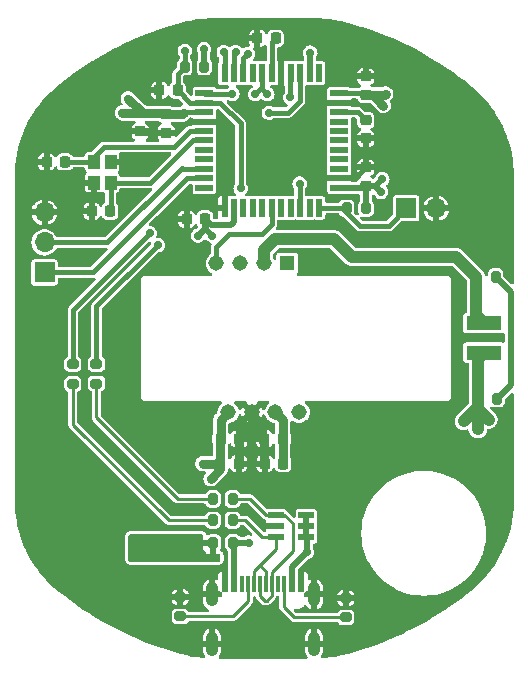
<source format=gbr>
%TF.GenerationSoftware,KiCad,Pcbnew,6.0.7-f9a2dced07~116~ubuntu20.04.1*%
%TF.CreationDate,2022-10-10T21:45:52+02:00*%
%TF.ProjectId,ploopy-nano,706c6f6f-7079-42d6-9e61-6e6f2e6b6963,rev?*%
%TF.SameCoordinates,Original*%
%TF.FileFunction,Copper,L1,Top*%
%TF.FilePolarity,Positive*%
%FSLAX46Y46*%
G04 Gerber Fmt 4.6, Leading zero omitted, Abs format (unit mm)*
G04 Created by KiCad (PCBNEW 6.0.7-f9a2dced07~116~ubuntu20.04.1) date 2022-10-10 21:45:52*
%MOMM*%
%LPD*%
G01*
G04 APERTURE LIST*
G04 Aperture macros list*
%AMRoundRect*
0 Rectangle with rounded corners*
0 $1 Rounding radius*
0 $2 $3 $4 $5 $6 $7 $8 $9 X,Y pos of 4 corners*
0 Add a 4 corners polygon primitive as box body*
4,1,4,$2,$3,$4,$5,$6,$7,$8,$9,$2,$3,0*
0 Add four circle primitives for the rounded corners*
1,1,$1+$1,$2,$3*
1,1,$1+$1,$4,$5*
1,1,$1+$1,$6,$7*
1,1,$1+$1,$8,$9*
0 Add four rect primitives between the rounded corners*
20,1,$1+$1,$2,$3,$4,$5,0*
20,1,$1+$1,$4,$5,$6,$7,0*
20,1,$1+$1,$6,$7,$8,$9,0*
20,1,$1+$1,$8,$9,$2,$3,0*%
G04 Aperture macros list end*
%TA.AperFunction,SMDPad,CuDef*%
%ADD10RoundRect,0.225000X-0.225000X-0.250000X0.225000X-0.250000X0.225000X0.250000X-0.225000X0.250000X0*%
%TD*%
%TA.AperFunction,SMDPad,CuDef*%
%ADD11RoundRect,0.225000X-0.250000X0.225000X-0.250000X-0.225000X0.250000X-0.225000X0.250000X0.225000X0*%
%TD*%
%TA.AperFunction,SMDPad,CuDef*%
%ADD12RoundRect,0.200000X0.200000X0.275000X-0.200000X0.275000X-0.200000X-0.275000X0.200000X-0.275000X0*%
%TD*%
%TA.AperFunction,ComponentPad*%
%ADD13R,1.700000X1.700000*%
%TD*%
%TA.AperFunction,ComponentPad*%
%ADD14O,1.700000X1.700000*%
%TD*%
%TA.AperFunction,SMDPad,CuDef*%
%ADD15R,0.600000X1.450000*%
%TD*%
%TA.AperFunction,SMDPad,CuDef*%
%ADD16R,0.300000X1.450000*%
%TD*%
%TA.AperFunction,ComponentPad*%
%ADD17O,1.050000X2.100000*%
%TD*%
%TA.AperFunction,SMDPad,CuDef*%
%ADD18RoundRect,0.200000X-0.275000X0.200000X-0.275000X-0.200000X0.275000X-0.200000X0.275000X0.200000X0*%
%TD*%
%TA.AperFunction,SMDPad,CuDef*%
%ADD19R,1.320800X0.558800*%
%TD*%
%TA.AperFunction,SMDPad,CuDef*%
%ADD20RoundRect,0.225000X0.225000X0.250000X-0.225000X0.250000X-0.225000X-0.250000X0.225000X-0.250000X0*%
%TD*%
%TA.AperFunction,SMDPad,CuDef*%
%ADD21RoundRect,0.225000X0.250000X-0.225000X0.250000X0.225000X-0.250000X0.225000X-0.250000X-0.225000X0*%
%TD*%
%TA.AperFunction,SMDPad,CuDef*%
%ADD22RoundRect,0.200000X-0.200000X-0.275000X0.200000X-0.275000X0.200000X0.275000X-0.200000X0.275000X0*%
%TD*%
%TA.AperFunction,ComponentPad*%
%ADD23R,1.308000X1.308000*%
%TD*%
%TA.AperFunction,ComponentPad*%
%ADD24C,1.308000*%
%TD*%
%TA.AperFunction,SMDPad,CuDef*%
%ADD25R,0.550000X1.500000*%
%TD*%
%TA.AperFunction,SMDPad,CuDef*%
%ADD26R,1.500000X0.550000*%
%TD*%
%TA.AperFunction,SMDPad,CuDef*%
%ADD27R,3.000000X1.200000*%
%TD*%
%TA.AperFunction,SMDPad,CuDef*%
%ADD28R,1.000000X1.150000*%
%TD*%
%TA.AperFunction,ViaPad*%
%ADD29C,0.711200*%
%TD*%
%TA.AperFunction,Conductor*%
%ADD30C,0.508000*%
%TD*%
%TA.AperFunction,Conductor*%
%ADD31C,0.381000*%
%TD*%
%TA.AperFunction,Conductor*%
%ADD32C,0.762000*%
%TD*%
%TA.AperFunction,Conductor*%
%ADD33C,1.016000*%
%TD*%
%TA.AperFunction,Conductor*%
%ADD34C,0.254000*%
%TD*%
G04 APERTURE END LIST*
D10*
%TO.P,C11,1*%
%TO.N,VBUS*%
X144525000Y-106000000D03*
%TO.P,C11,2*%
%TO.N,GND*%
X146075000Y-106000000D03*
%TD*%
D11*
%TO.P,C1,1*%
%TO.N,Net-(C1-Pad1)*%
X156800000Y-79025000D03*
%TO.P,C1,2*%
%TO.N,GND*%
X156800000Y-80575000D03*
%TD*%
D12*
%TO.P,R4,1*%
%TO.N,Net-(R3-Pad2)*%
X167800000Y-92300000D03*
%TO.P,R4,2*%
%TO.N,Net-(D1-Pad1)*%
X166150000Y-92300000D03*
%TD*%
D13*
%TO.P,J2,1,Pin_1*%
%TO.N,Net-(J2-Pad1)*%
X160225000Y-86500000D03*
D14*
%TO.P,J2,2,Pin_2*%
%TO.N,GND*%
X162765000Y-86500000D03*
%TD*%
D15*
%TO.P,J4,A1B12,GND*%
%TO.N,GND*%
X144850000Y-118267500D03*
%TO.P,J4,A4B9,VBUS*%
%TO.N,Net-(FB1-Pad2)*%
X145650000Y-118267500D03*
D16*
%TO.P,J4,A5,CC1*%
%TO.N,Net-(J4-PadA5)*%
X146850000Y-118267500D03*
%TO.P,J4,A6,DP1*%
%TO.N,Net-(FB3-Pad2)*%
X147850000Y-118267500D03*
%TO.P,J4,A7,DN1*%
%TO.N,Net-(FB2-Pad2)*%
X148350000Y-118267500D03*
%TO.P,J4,A8,SBU1*%
%TO.N,unconnected-(J4-PadA8)*%
X149350000Y-118267500D03*
D15*
%TO.P,J4,B1A12,GND*%
%TO.N,GND*%
X151350000Y-118267500D03*
%TO.P,J4,B4A9,VBUS*%
%TO.N,Net-(FB1-Pad2)*%
X150550000Y-118267500D03*
D16*
%TO.P,J4,B5,CC2*%
%TO.N,Net-(J4-PadB5)*%
X149850000Y-118267500D03*
%TO.P,J4,B6,DP2*%
%TO.N,Net-(FB3-Pad2)*%
X148850000Y-118267500D03*
%TO.P,J4,B7,DN2*%
%TO.N,Net-(FB2-Pad2)*%
X147350000Y-118267500D03*
%TO.P,J4,B8,SBU2*%
%TO.N,unconnected-(J4-PadB8)*%
X146350000Y-118267500D03*
D17*
%TO.P,J4,S1,SHIELD*%
%TO.N,GND*%
X143780000Y-119182500D03*
%TO.P,J4,S2,SHIELD*%
X152420000Y-119182500D03*
%TO.P,J4,S3,SHIELD*%
X143780000Y-123362500D03*
%TO.P,J4,S4,SHIELD*%
X152420000Y-123362500D03*
%TD*%
D18*
%TO.P,R5,1*%
%TO.N,USB_DN*%
X132000000Y-99700000D03*
%TO.P,R5,2*%
%TO.N,Net-(FB2-Pad1)*%
X132000000Y-101350000D03*
%TD*%
D19*
%TO.P,U2,1,I/O_4*%
%TO.N,Net-(FB3-Pad2)*%
X149230000Y-112460200D03*
%TO.P,U2,2,GND*%
%TO.N,GND*%
X149230000Y-113400000D03*
%TO.P,U2,3,I/O*%
%TO.N,Net-(FB2-Pad2)*%
X149230000Y-114339800D03*
%TO.P,U2,4,I/O_3*%
%TO.N,Net-(FB1-Pad2)*%
X151770000Y-114339800D03*
%TO.P,U2,5,VP*%
X151770000Y-113400000D03*
%TO.P,U2,6,I/O_2*%
X151770000Y-112460200D03*
%TD*%
D20*
%TO.P,C7,1*%
%TO.N,VBUS*%
X143175000Y-87400000D03*
%TO.P,C7,2*%
%TO.N,GND*%
X141625000Y-87400000D03*
%TD*%
D21*
%TO.P,C4,1*%
%TO.N,VBUS*%
X156800000Y-76875000D03*
%TO.P,C4,2*%
%TO.N,GND*%
X156800000Y-75325000D03*
%TD*%
D20*
%TO.P,C13,1*%
%TO.N,Net-(C13-Pad1)*%
X135154000Y-86741000D03*
%TO.P,C13,2*%
%TO.N,GND*%
X133604000Y-86741000D03*
%TD*%
D18*
%TO.P,R7,1*%
%TO.N,GND*%
X155100000Y-119475000D03*
%TO.P,R7,2*%
%TO.N,Net-(J4-PadB5)*%
X155100000Y-121125000D03*
%TD*%
%TO.P,R6,1*%
%TO.N,USB_DP*%
X134000000Y-99675000D03*
%TO.P,R6,2*%
%TO.N,Net-(FB3-Pad1)*%
X134000000Y-101325000D03*
%TD*%
D22*
%TO.P,FB2,1*%
%TO.N,Net-(FB2-Pad1)*%
X143875000Y-112900000D03*
%TO.P,FB2,2*%
%TO.N,Net-(FB2-Pad2)*%
X145525000Y-112900000D03*
%TD*%
D10*
%TO.P,C9,1*%
%TO.N,VBUS*%
X144500000Y-108100000D03*
%TO.P,C9,2*%
%TO.N,GND*%
X146050000Y-108100000D03*
%TD*%
D12*
%TO.P,R2,1*%
%TO.N,VBUS*%
X156825000Y-86500000D03*
%TO.P,R2,2*%
%TO.N,Net-(J2-Pad1)*%
X155175000Y-86500000D03*
%TD*%
D13*
%TO.P,J3,1,Pin_1*%
%TO.N,UART_TX*%
X129600000Y-91925000D03*
D14*
%TO.P,J3,2,Pin_2*%
%TO.N,UART_RX*%
X129600000Y-89385000D03*
%TO.P,J3,3,Pin_3*%
%TO.N,GND*%
X129600000Y-86845000D03*
%TD*%
D11*
%TO.P,C6,1*%
%TO.N,VBUS*%
X139900000Y-78525000D03*
%TO.P,C6,2*%
%TO.N,GND*%
X139900000Y-80075000D03*
%TD*%
D20*
%TO.P,C10,1*%
%TO.N,Net-(C10-Pad1)*%
X149775000Y-106000000D03*
%TO.P,C10,2*%
%TO.N,GND*%
X148225000Y-106000000D03*
%TD*%
D23*
%TO.P,U3,1,SDIO*%
%TO.N,ADNS_SDIO*%
X150150000Y-91150000D03*
D24*
%TO.P,U3,2,XY_LED*%
%TO.N,Net-(D1-Pad1)*%
X148150000Y-91150000D03*
%TO.P,U3,3,NRESET*%
%TO.N,RESET*%
X146150000Y-91150000D03*
%TO.P,U3,4,NCS*%
%TO.N,ADNS_CS*%
X144150000Y-91150000D03*
%TO.P,U3,5,VDD*%
%TO.N,VBUS*%
X145150000Y-103750000D03*
%TO.P,U3,6,GND*%
%TO.N,GND*%
X147150000Y-103750000D03*
%TO.P,U3,7,REGO*%
%TO.N,Net-(C10-Pad1)*%
X149150000Y-103750000D03*
%TO.P,U3,8,SCLK*%
%TO.N,ADNS_SCLK*%
X151150000Y-103750000D03*
%TD*%
D18*
%TO.P,R8,1*%
%TO.N,GND*%
X141100000Y-119400000D03*
%TO.P,R8,2*%
%TO.N,Net-(J4-PadA5)*%
X141100000Y-121050000D03*
%TD*%
D22*
%TO.P,FB1,1*%
%TO.N,VBUS*%
X143900000Y-114800000D03*
%TO.P,FB1,2*%
%TO.N,Net-(FB1-Pad2)*%
X145550000Y-114800000D03*
%TD*%
D25*
%TO.P,U1,1,PE6*%
%TO.N,unconnected-(U1-Pad1)*%
X152844000Y-75046600D03*
%TO.P,U1,2,UVCC*%
%TO.N,VBUS*%
X152044000Y-75046600D03*
%TO.P,U1,3,D-*%
%TO.N,USB_DN*%
X151244000Y-75046600D03*
%TO.P,U1,4,D+*%
%TO.N,USB_DP*%
X150444000Y-75046600D03*
%TO.P,U1,5,UGND*%
%TO.N,GND*%
X149644000Y-75046600D03*
%TO.P,U1,6,UCAP*%
%TO.N,Net-(C3-Pad1)*%
X148844000Y-75046600D03*
%TO.P,U1,7,VBUS*%
%TO.N,VBUS*%
X148044000Y-75046600D03*
%TO.P,U1,8,PB0*%
%TO.N,unconnected-(U1-Pad8)*%
X147244000Y-75046600D03*
%TO.P,U1,9,PB1*%
%TO.N,ICSP_SCLK*%
X146444000Y-75046600D03*
%TO.P,U1,10,PB2*%
%TO.N,ICSP_MOSI*%
X145644000Y-75046600D03*
%TO.P,U1,11,PB3*%
%TO.N,ICSP_MISO*%
X144844000Y-75046600D03*
D26*
%TO.P,U1,12,PB7*%
%TO.N,ADNS_SCLK*%
X143144000Y-76746600D03*
%TO.P,U1,13,~{RESET}*%
%TO.N,RESET*%
X143144000Y-77546600D03*
%TO.P,U1,14,VCC*%
%TO.N,VBUS*%
X143144000Y-78346600D03*
%TO.P,U1,15,GND*%
%TO.N,GND*%
X143144000Y-79146600D03*
%TO.P,U1,16,XTAL2*%
%TO.N,Net-(C14-Pad1)*%
X143144000Y-79946600D03*
%TO.P,U1,17,XTAL1*%
%TO.N,Net-(C13-Pad1)*%
X143144000Y-80746600D03*
%TO.P,U1,18,PD0*%
%TO.N,unconnected-(U1-Pad18)*%
X143144000Y-81546600D03*
%TO.P,U1,19,PD1*%
%TO.N,unconnected-(U1-Pad19)*%
X143144000Y-82346600D03*
%TO.P,U1,20,PD2*%
%TO.N,UART_RX*%
X143144000Y-83146600D03*
%TO.P,U1,21,PD3*%
%TO.N,UART_TX*%
X143144000Y-83946600D03*
%TO.P,U1,22,PD5*%
%TO.N,unconnected-(U1-Pad22)*%
X143144000Y-84746600D03*
D25*
%TO.P,U1,23,GND*%
%TO.N,GND*%
X144844000Y-86446600D03*
%TO.P,U1,24,AVCC*%
%TO.N,VBUS*%
X145644000Y-86446600D03*
%TO.P,U1,25,PD4*%
%TO.N,unconnected-(U1-Pad25)*%
X146444000Y-86446600D03*
%TO.P,U1,26,PD6*%
%TO.N,unconnected-(U1-Pad26)*%
X147244000Y-86446600D03*
%TO.P,U1,27,PD7*%
%TO.N,unconnected-(U1-Pad27)*%
X148044000Y-86446600D03*
%TO.P,U1,28,PB4*%
%TO.N,ADNS_CS*%
X148844000Y-86446600D03*
%TO.P,U1,29,PB5*%
%TO.N,unconnected-(U1-Pad29)*%
X149644000Y-86446600D03*
%TO.P,U1,30,PB6*%
%TO.N,unconnected-(U1-Pad30)*%
X150444000Y-86446600D03*
%TO.P,U1,31,PC6*%
%TO.N,ADNS_SDIO*%
X151244000Y-86446600D03*
%TO.P,U1,32,PC7*%
%TO.N,unconnected-(U1-Pad32)*%
X152044000Y-86446600D03*
%TO.P,U1,33,~{HWB}/PE2*%
%TO.N,Net-(J2-Pad1)*%
X152844000Y-86446600D03*
D26*
%TO.P,U1,34,VCC*%
%TO.N,VBUS*%
X154544000Y-84746600D03*
%TO.P,U1,35,GND*%
%TO.N,GND*%
X154544000Y-83946600D03*
%TO.P,U1,36,PF7*%
%TO.N,unconnected-(U1-Pad36)*%
X154544000Y-83146600D03*
%TO.P,U1,37,PF6*%
%TO.N,unconnected-(U1-Pad37)*%
X154544000Y-82346600D03*
%TO.P,U1,38,PF5*%
%TO.N,unconnected-(U1-Pad38)*%
X154544000Y-81546600D03*
%TO.P,U1,39,PF4*%
%TO.N,unconnected-(U1-Pad39)*%
X154544000Y-80746600D03*
%TO.P,U1,40,PF1*%
%TO.N,unconnected-(U1-Pad40)*%
X154544000Y-79946600D03*
%TO.P,U1,41,PF0*%
%TO.N,unconnected-(U1-Pad41)*%
X154544000Y-79146600D03*
%TO.P,U1,42,AREF*%
%TO.N,Net-(C1-Pad1)*%
X154544000Y-78346600D03*
%TO.P,U1,43,GND*%
%TO.N,GND*%
X154544000Y-77546600D03*
%TO.P,U1,44,AVCC*%
%TO.N,VBUS*%
X154544000Y-76746600D03*
%TD*%
D20*
%TO.P,C14,1*%
%TO.N,Net-(C14-Pad1)*%
X131331000Y-82550000D03*
%TO.P,C14,2*%
%TO.N,GND*%
X129781000Y-82550000D03*
%TD*%
D11*
%TO.P,C8,1*%
%TO.N,VBUS*%
X137700000Y-78425000D03*
%TO.P,C8,2*%
%TO.N,GND*%
X137700000Y-79975000D03*
%TD*%
D22*
%TO.P,FB3,1*%
%TO.N,Net-(FB3-Pad1)*%
X143875000Y-111100000D03*
%TO.P,FB3,2*%
%TO.N,Net-(FB3-Pad2)*%
X145525000Y-111100000D03*
%TD*%
D27*
%TO.P,D1,1,K*%
%TO.N,Net-(D1-Pad1)*%
X166800000Y-96200000D03*
%TO.P,D1,2,A*%
%TO.N,VBUS*%
X166800000Y-98700000D03*
%TD*%
D20*
%TO.P,C2,1*%
%TO.N,RESET*%
X140875000Y-76500000D03*
%TO.P,C2,2*%
%TO.N,GND*%
X139325000Y-76500000D03*
%TD*%
D21*
%TO.P,C5,1*%
%TO.N,VBUS*%
X156800000Y-84575000D03*
%TO.P,C5,2*%
%TO.N,GND*%
X156800000Y-83025000D03*
%TD*%
D20*
%TO.P,C3,1*%
%TO.N,Net-(C3-Pad1)*%
X149175000Y-72100000D03*
%TO.P,C3,2*%
%TO.N,GND*%
X147625000Y-72100000D03*
%TD*%
D12*
%TO.P,R1,1*%
%TO.N,VBUS*%
X143125000Y-74500000D03*
%TO.P,R1,2*%
%TO.N,RESET*%
X141475000Y-74500000D03*
%TD*%
D20*
%TO.P,C12,1*%
%TO.N,Net-(C10-Pad1)*%
X149800000Y-108100000D03*
%TO.P,C12,2*%
%TO.N,GND*%
X148250000Y-108100000D03*
%TD*%
D22*
%TO.P,R3,1*%
%TO.N,VBUS*%
X166275000Y-102600000D03*
%TO.P,R3,2*%
%TO.N,Net-(R3-Pad2)*%
X167925000Y-102600000D03*
%TD*%
D28*
%TO.P,Y1,1,IN/OUT*%
%TO.N,Net-(C13-Pad1)*%
X135193000Y-84314000D03*
%TO.P,Y1,2,GND*%
%TO.N,GND*%
X135193000Y-82564000D03*
%TO.P,Y1,3,OUT/IN*%
%TO.N,Net-(C14-Pad1)*%
X133793000Y-82564000D03*
%TO.P,Y1,4,GND*%
%TO.N,GND*%
X133793000Y-84314000D03*
%TD*%
D29*
%TO.N,GND*%
X135890000Y-80010000D03*
X155575000Y-73787000D03*
X137033000Y-82550000D03*
%TO.N,RESET*%
X141478000Y-73152000D03*
X146200000Y-84800000D03*
%TO.N,VBUS*%
X148463000Y-76835000D03*
X147447000Y-76835000D03*
X141400000Y-114800000D03*
X137400000Y-114800000D03*
X139400000Y-115800000D03*
X158500000Y-76800000D03*
X138400000Y-115800000D03*
X140400000Y-115800000D03*
X152100000Y-73300000D03*
X143700000Y-109400000D03*
X141400000Y-115800000D03*
X158100000Y-85100000D03*
X158200000Y-84000000D03*
X167200000Y-104400000D03*
X137400000Y-115800000D03*
X142400000Y-114800000D03*
X142600000Y-88800000D03*
X140400000Y-114800000D03*
X165100000Y-104500000D03*
X143000000Y-108100000D03*
X139400000Y-114800000D03*
X158300000Y-77800000D03*
X138400000Y-114800000D03*
X142400000Y-115800000D03*
X166300000Y-105200000D03*
X143800000Y-88800000D03*
X136200000Y-78400000D03*
X136700000Y-77200000D03*
X143100000Y-73000000D03*
%TO.N,Net-(FB1-Pad2)*%
X146900000Y-114800000D03*
X151800000Y-115600000D03*
%TO.N,ICSP_MISO*%
X144780000Y-73279000D03*
%TO.N,ICSP_SCLK*%
X146812000Y-73406000D03*
%TO.N,ICSP_MOSI*%
X145779503Y-73279000D03*
%TO.N,USB_DN*%
X138500000Y-88600000D03*
X148600000Y-78400000D03*
%TO.N,USB_DP*%
X150400000Y-77100000D03*
X139200000Y-89600000D03*
%TO.N,ADNS_SCLK*%
X145500000Y-76800000D03*
%TO.N,ADNS_SDIO*%
X151200000Y-84400000D03*
%TD*%
D30*
%TO.N,VBUS*%
X143125000Y-74500000D02*
X143125000Y-73025000D01*
X143125000Y-73025000D02*
X143100000Y-73000000D01*
D31*
%TO.N,Net-(C1-Pad1)*%
X154544000Y-78346600D02*
X156121600Y-78346600D01*
X156121600Y-78346600D02*
X156800000Y-79025000D01*
D32*
%TO.N,GND*%
X148225000Y-108075000D02*
X148250000Y-108100000D01*
X147150000Y-104925000D02*
X148225000Y-106000000D01*
X146075000Y-106000000D02*
X146075000Y-108075000D01*
X147150000Y-104925000D02*
X146075000Y-106000000D01*
X146075000Y-108075000D02*
X146050000Y-108100000D01*
D31*
X155878400Y-83946600D02*
X156800000Y-83025000D01*
D32*
X148225000Y-106000000D02*
X148225000Y-108075000D01*
X147150000Y-103750000D02*
X147150000Y-104925000D01*
D31*
X135193000Y-82564000D02*
X137019000Y-82564000D01*
D30*
X137800000Y-80075000D02*
X137700000Y-79975000D01*
D31*
X137019000Y-82564000D02*
X137033000Y-82550000D01*
X154544000Y-83946600D02*
X155878400Y-83946600D01*
D30*
X139900000Y-80075000D02*
X137800000Y-80075000D01*
D31*
%TO.N,RESET*%
X140875000Y-75100000D02*
X141475000Y-74500000D01*
X146200000Y-79300000D02*
X144446600Y-77546600D01*
X140875000Y-76500000D02*
X140875000Y-75100000D01*
X146200000Y-84800000D02*
X146200000Y-79300000D01*
X144446600Y-77546600D02*
X143144000Y-77546600D01*
X141475000Y-73155000D02*
X141478000Y-73152000D01*
X141921600Y-77546600D02*
X140875000Y-76500000D01*
X143144000Y-77546600D02*
X141921600Y-77546600D01*
X141475000Y-74500000D02*
X141475000Y-73155000D01*
%TO.N,Net-(C3-Pad1)*%
X148844000Y-75046600D02*
X148844000Y-72431000D01*
X148844000Y-72431000D02*
X149175000Y-72100000D01*
D32*
%TO.N,VBUS*%
X157375000Y-76875000D02*
X158300000Y-77800000D01*
X139900000Y-78525000D02*
X141275000Y-78525000D01*
D31*
X143144000Y-78346600D02*
X141453400Y-78346600D01*
D32*
X144525000Y-104375000D02*
X144525000Y-106000000D01*
X137700000Y-78200000D02*
X136700000Y-77200000D01*
D31*
X148044000Y-75046600D02*
X148044000Y-76238000D01*
D32*
X141275000Y-78525000D02*
X141400000Y-78400000D01*
X144500000Y-108100000D02*
X144500000Y-108600000D01*
X139800000Y-78425000D02*
X139900000Y-78525000D01*
D30*
X143175000Y-87400000D02*
X143175000Y-88225000D01*
D33*
X166275000Y-105175000D02*
X166300000Y-105200000D01*
D32*
X144500000Y-108600000D02*
X143700000Y-109400000D01*
D33*
X166275000Y-102600000D02*
X166275000Y-103475000D01*
D31*
X148044000Y-75046600D02*
X148044000Y-76416000D01*
D30*
X143175000Y-87400000D02*
X143175000Y-88175000D01*
D32*
X144500000Y-106025000D02*
X144525000Y-106000000D01*
X158425000Y-76875000D02*
X158500000Y-76800000D01*
D30*
X156825000Y-84600000D02*
X156800000Y-84575000D01*
X156800000Y-84575000D02*
X157575000Y-84575000D01*
D32*
X156800000Y-76875000D02*
X157375000Y-76875000D01*
D30*
X152044000Y-73356000D02*
X152100000Y-73300000D01*
X145400000Y-87900000D02*
X143675000Y-87900000D01*
D32*
X156800000Y-76875000D02*
X158425000Y-76875000D01*
D30*
X143675000Y-87900000D02*
X143175000Y-87400000D01*
D32*
X144500000Y-108100000D02*
X143000000Y-108100000D01*
D33*
X166275000Y-102600000D02*
X166275000Y-105175000D01*
X166275000Y-103325000D02*
X165100000Y-104500000D01*
D30*
X145644000Y-86446600D02*
X145644000Y-87656000D01*
X154544000Y-84746600D02*
X156628400Y-84746600D01*
D32*
X137700000Y-78425000D02*
X136225000Y-78425000D01*
D33*
X166275000Y-99225000D02*
X166800000Y-98700000D01*
D32*
X137700000Y-78425000D02*
X137700000Y-78200000D01*
D30*
X152044000Y-75046600D02*
X152044000Y-73356000D01*
X156825000Y-86500000D02*
X156825000Y-84600000D01*
D33*
X166275000Y-102600000D02*
X166275000Y-103325000D01*
X166275000Y-102600000D02*
X166275000Y-99225000D01*
D31*
X154544000Y-76746600D02*
X156671600Y-76746600D01*
X141453400Y-78346600D02*
X141400000Y-78400000D01*
D32*
X145150000Y-103750000D02*
X144525000Y-104375000D01*
D31*
X156671600Y-76746600D02*
X156800000Y-76875000D01*
D33*
X166275000Y-103475000D02*
X167200000Y-104400000D01*
D31*
X148044000Y-76238000D02*
X147447000Y-76835000D01*
D32*
X137700000Y-78425000D02*
X139800000Y-78425000D01*
D30*
X156628400Y-84746600D02*
X156800000Y-84575000D01*
X157575000Y-84575000D02*
X158100000Y-85100000D01*
X143175000Y-88225000D02*
X142600000Y-88800000D01*
X157625000Y-84575000D02*
X158200000Y-84000000D01*
X143175000Y-88175000D02*
X143800000Y-88800000D01*
D31*
X148044000Y-76416000D02*
X148463000Y-76835000D01*
D32*
X136225000Y-78425000D02*
X136200000Y-78400000D01*
D30*
X156800000Y-84575000D02*
X157625000Y-84575000D01*
X145644000Y-87656000D02*
X145400000Y-87900000D01*
D32*
X144500000Y-108100000D02*
X144500000Y-106025000D01*
%TO.N,Net-(C10-Pad1)*%
X149775000Y-106000000D02*
X149775000Y-108075000D01*
X149775000Y-104375000D02*
X149775000Y-106000000D01*
X149150000Y-103750000D02*
X149775000Y-104375000D01*
X149775000Y-108075000D02*
X149800000Y-108100000D01*
D30*
%TO.N,Net-(FB1-Pad2)*%
X145650000Y-114900000D02*
X145550000Y-114800000D01*
X145650000Y-118267500D02*
X145650000Y-114900000D01*
X151770000Y-112460200D02*
X151770000Y-113400000D01*
X145550000Y-114800000D02*
X146900000Y-114800000D01*
X151770000Y-113400000D02*
X151770000Y-114339800D01*
X151800000Y-115600000D02*
X151800000Y-114369800D01*
X150550000Y-116850000D02*
X151800000Y-115600000D01*
X151800000Y-114369800D02*
X151770000Y-114339800D01*
X150550000Y-118267500D02*
X150550000Y-116850000D01*
D34*
%TO.N,Net-(FB2-Pad1)*%
X140100000Y-112900000D02*
X132000000Y-104800000D01*
X143875000Y-112900000D02*
X140100000Y-112900000D01*
X132000000Y-104800000D02*
X132000000Y-101350000D01*
%TO.N,Net-(FB2-Pad2)*%
X149230000Y-114339800D02*
X148039800Y-114339800D01*
X147350000Y-118267500D02*
X147350000Y-117238500D01*
X148039800Y-114339800D02*
X146600000Y-112900000D01*
X147900000Y-116800000D02*
X148350000Y-117250000D01*
X147350000Y-117238500D02*
X147788500Y-116800000D01*
X147788500Y-116800000D02*
X147900000Y-116800000D01*
X149230000Y-115358500D02*
X149230000Y-114339800D01*
X147788500Y-116800000D02*
X149230000Y-115358500D01*
X146600000Y-112900000D02*
X145525000Y-112900000D01*
X148350000Y-117250000D02*
X148350000Y-118267500D01*
%TO.N,Net-(FB3-Pad1)*%
X143875000Y-111100000D02*
X140900000Y-111100000D01*
X140900000Y-111100000D02*
X134000000Y-104200000D01*
X134000000Y-104200000D02*
X134000000Y-101325000D01*
%TO.N,Net-(FB3-Pad2)*%
X147850000Y-119296500D02*
X148253500Y-119700000D01*
X149884000Y-112460200D02*
X149230000Y-112460200D01*
X150600000Y-113176200D02*
X149884000Y-112460200D01*
X148850000Y-117250000D02*
X150600000Y-115500000D01*
X148253500Y-119700000D02*
X148400000Y-119700000D01*
X148850000Y-119250000D02*
X148850000Y-118267500D01*
X149230000Y-112460200D02*
X148360200Y-112460200D01*
X148360200Y-112460200D02*
X147000000Y-111100000D01*
X148850000Y-118267500D02*
X148850000Y-117250000D01*
X147000000Y-111100000D02*
X145525000Y-111100000D01*
X147850000Y-118267500D02*
X147850000Y-119296500D01*
X148400000Y-119700000D02*
X148850000Y-119250000D01*
X150600000Y-115500000D02*
X150600000Y-113176200D01*
D31*
%TO.N,ICSP_MISO*%
X144844000Y-75046600D02*
X144844000Y-73343000D01*
X144844000Y-73343000D02*
X144780000Y-73279000D01*
%TO.N,ICSP_SCLK*%
X146444000Y-73774000D02*
X146812000Y-73406000D01*
X146444000Y-75046600D02*
X146444000Y-73774000D01*
%TO.N,ICSP_MOSI*%
X145644000Y-73414503D02*
X145779503Y-73279000D01*
X145644000Y-75046600D02*
X145644000Y-73414503D01*
%TO.N,Net-(J2-Pad1)*%
X155121600Y-86446600D02*
X155175000Y-86500000D01*
X156300000Y-88000000D02*
X158725000Y-88000000D01*
X158725000Y-88000000D02*
X160225000Y-86500000D01*
X152844000Y-86446600D02*
X155121600Y-86446600D01*
X155175000Y-86500000D02*
X155175000Y-86875000D01*
X155175000Y-86875000D02*
X156300000Y-88000000D01*
%TO.N,UART_TX*%
X129600000Y-91925000D02*
X133675000Y-91925000D01*
X141746600Y-83946600D02*
X143144000Y-83946600D01*
X141700000Y-83900000D02*
X141746600Y-83946600D01*
X133675000Y-91925000D02*
X141700000Y-83900000D01*
%TO.N,UART_RX*%
X134915000Y-89385000D02*
X141200000Y-83100000D01*
X141200000Y-83100000D02*
X141246600Y-83146600D01*
X129600000Y-89385000D02*
X134915000Y-89385000D01*
X141246600Y-83146600D02*
X143144000Y-83146600D01*
D34*
%TO.N,Net-(J4-PadA5)*%
X145550000Y-121050000D02*
X146850000Y-119750000D01*
X141100000Y-121050000D02*
X145550000Y-121050000D01*
X146850000Y-119750000D02*
X146850000Y-118267500D01*
%TO.N,Net-(J4-PadB5)*%
X149850000Y-120250000D02*
X150725000Y-121125000D01*
X150725000Y-121125000D02*
X155100000Y-121125000D01*
X149850000Y-118267500D02*
X149850000Y-120250000D01*
D30*
%TO.N,Net-(R3-Pad2)*%
X167800000Y-92300000D02*
X169071810Y-93571810D01*
X169071810Y-93571810D02*
X169071810Y-101453190D01*
X169071810Y-101453190D02*
X167925000Y-102600000D01*
D33*
%TO.N,Net-(D1-Pad1)*%
X148150000Y-90050000D02*
X149100000Y-89100000D01*
X148150000Y-91150000D02*
X148150000Y-90050000D01*
X164450000Y-90600000D02*
X166150000Y-92300000D01*
X154100000Y-89100000D02*
X155600000Y-90600000D01*
X166150000Y-95550000D02*
X166800000Y-96200000D01*
X155600000Y-90600000D02*
X164450000Y-90600000D01*
X166150000Y-92300000D02*
X166150000Y-95550000D01*
X149100000Y-89100000D02*
X154100000Y-89100000D01*
D31*
%TO.N,USB_DN*%
X148600000Y-78400000D02*
X150217936Y-78400000D01*
X150217936Y-78400000D02*
X151244000Y-77373936D01*
X132000000Y-95100000D02*
X138500000Y-88600000D01*
X132000000Y-99700000D02*
X132000000Y-95100000D01*
X151244000Y-77373936D02*
X151244000Y-75046600D01*
%TO.N,USB_DP*%
X150400000Y-77100000D02*
X150400000Y-75090600D01*
X134000000Y-99675000D02*
X134000000Y-94800000D01*
X150400000Y-75090600D02*
X150444000Y-75046600D01*
X134000000Y-94800000D02*
X139200000Y-89600000D01*
%TO.N,ADNS_SCLK*%
X143197400Y-76800000D02*
X143144000Y-76746600D01*
X145500000Y-76800000D02*
X143197400Y-76800000D01*
%TO.N,Net-(C13-Pad1)*%
X135193000Y-84314000D02*
X138570600Y-84314000D01*
X142138000Y-80746600D02*
X143144000Y-80746600D01*
X135193000Y-84314000D02*
X135193000Y-86702000D01*
X138570600Y-84314000D02*
X142138000Y-80746600D01*
X135193000Y-86702000D02*
X135154000Y-86741000D01*
%TO.N,Net-(C14-Pad1)*%
X140589000Y-81280000D02*
X134620000Y-81280000D01*
X141922400Y-79946600D02*
X140589000Y-81280000D01*
X131331000Y-82550000D02*
X133779000Y-82550000D01*
X133793000Y-82107000D02*
X133793000Y-82564000D01*
X134620000Y-81280000D02*
X133793000Y-82107000D01*
X133779000Y-82550000D02*
X133793000Y-82564000D01*
X143144000Y-79946600D02*
X141922400Y-79946600D01*
%TO.N,ADNS_CS*%
X144150000Y-91150000D02*
X144150000Y-89750000D01*
X148844000Y-87856000D02*
X148844000Y-86446600D01*
X148000000Y-88700000D02*
X148844000Y-87856000D01*
X145200000Y-88700000D02*
X148000000Y-88700000D01*
X144150000Y-89750000D02*
X145200000Y-88700000D01*
%TO.N,ADNS_SDIO*%
X151200000Y-86402600D02*
X151244000Y-86446600D01*
X151200000Y-84400000D02*
X151200000Y-86402600D01*
%TD*%
%TA.AperFunction,Conductor*%
%TO.N,VBUS*%
G36*
X142987792Y-114120002D02*
G01*
X143034285Y-114173658D01*
X143044389Y-114243932D01*
X143039906Y-114263678D01*
X143000743Y-114388650D01*
X142998131Y-114401694D01*
X142992266Y-114465521D01*
X142992000Y-114471309D01*
X142992000Y-114527885D01*
X142996475Y-114543124D01*
X142997865Y-114544329D01*
X143005548Y-114546000D01*
X144028000Y-114546000D01*
X144096121Y-114566002D01*
X144142614Y-114619658D01*
X144154000Y-114672000D01*
X144154000Y-115764884D01*
X144158475Y-115780123D01*
X144159865Y-115781328D01*
X144164294Y-115782291D01*
X144223315Y-115776868D01*
X144236351Y-115774257D01*
X144336321Y-115742929D01*
X144407306Y-115741645D01*
X144467717Y-115778942D01*
X144498373Y-115842979D01*
X144500000Y-115863163D01*
X144500000Y-116274000D01*
X144479998Y-116342121D01*
X144426342Y-116388614D01*
X144374000Y-116400000D01*
X136826000Y-116400000D01*
X136757879Y-116379998D01*
X136711386Y-116326342D01*
X136700000Y-116274000D01*
X136700000Y-115128705D01*
X142992001Y-115128705D01*
X142992264Y-115134454D01*
X142998132Y-115198315D01*
X143000743Y-115211351D01*
X143047715Y-115361243D01*
X143053921Y-115374988D01*
X143134824Y-115508574D01*
X143144131Y-115520443D01*
X143254557Y-115630869D01*
X143266426Y-115640176D01*
X143400012Y-115721079D01*
X143413757Y-115727285D01*
X143563644Y-115774256D01*
X143576694Y-115776869D01*
X143631586Y-115781913D01*
X143643124Y-115778525D01*
X143644329Y-115777135D01*
X143646000Y-115769452D01*
X143646000Y-115072115D01*
X143641525Y-115056876D01*
X143640135Y-115055671D01*
X143632452Y-115054000D01*
X143010116Y-115054000D01*
X142994877Y-115058475D01*
X142993672Y-115059865D01*
X142992001Y-115067548D01*
X142992001Y-115128705D01*
X136700000Y-115128705D01*
X136700000Y-114226000D01*
X136720002Y-114157879D01*
X136773658Y-114111386D01*
X136826000Y-114100000D01*
X142919671Y-114100000D01*
X142987792Y-114120002D01*
G37*
%TD.AperFunction*%
%TD*%
%TA.AperFunction,Conductor*%
%TO.N,GND*%
G36*
X152399533Y-70381552D02*
G01*
X152409867Y-70383193D01*
X152409868Y-70383193D01*
X152419662Y-70384748D01*
X152434520Y-70382401D01*
X152457194Y-70380893D01*
X152730077Y-70387428D01*
X152871127Y-70390806D01*
X152877058Y-70391088D01*
X153324544Y-70422946D01*
X153330455Y-70423507D01*
X153775950Y-70476412D01*
X153781826Y-70477251D01*
X154224350Y-70551088D01*
X154230145Y-70552196D01*
X154629132Y-70638264D01*
X154634869Y-70639502D01*
X154656592Y-70646291D01*
X154670373Y-70652011D01*
X154670433Y-70652016D01*
X154670489Y-70652039D01*
X154686694Y-70653321D01*
X154708391Y-70656966D01*
X155608649Y-70890584D01*
X155612866Y-70891757D01*
X156328283Y-71104489D01*
X156538840Y-71167099D01*
X156543059Y-71168435D01*
X157458726Y-71476107D01*
X157462896Y-71477590D01*
X158367219Y-71817241D01*
X158371334Y-71818870D01*
X159263160Y-72190067D01*
X159267168Y-72191819D01*
X160133197Y-72588517D01*
X160145444Y-72594127D01*
X160149431Y-72596039D01*
X160341095Y-72692116D01*
X161012980Y-73028917D01*
X161016901Y-73030969D01*
X161864736Y-73493920D01*
X161868583Y-73496109D01*
X162025388Y-73589024D01*
X162699656Y-73988564D01*
X162703398Y-73990871D01*
X162979298Y-74167735D01*
X163516639Y-74512195D01*
X163520323Y-74514649D01*
X163748326Y-74672375D01*
X164314752Y-75064213D01*
X164318319Y-75066774D01*
X164705858Y-75355500D01*
X165092980Y-75643916D01*
X165096482Y-75646622D01*
X165822312Y-76228116D01*
X165838205Y-76243306D01*
X165839104Y-76244329D01*
X165849032Y-76255634D01*
X165849042Y-76255640D01*
X165849051Y-76255650D01*
X165860972Y-76262730D01*
X165879930Y-76276527D01*
X166221552Y-76577560D01*
X166271517Y-76621589D01*
X166276882Y-76626601D01*
X166671422Y-77017562D01*
X166676481Y-77022877D01*
X167047470Y-77436231D01*
X167052196Y-77441818D01*
X167398369Y-77876151D01*
X167402769Y-77882016D01*
X167712119Y-78320500D01*
X167722957Y-78335862D01*
X167727013Y-78341985D01*
X167862566Y-78560183D01*
X168020086Y-78813742D01*
X168023792Y-78820115D01*
X168068593Y-78902638D01*
X168281816Y-79295388D01*
X168288781Y-79308218D01*
X168292098Y-79314779D01*
X168386947Y-79516850D01*
X168528085Y-79817540D01*
X168531021Y-79824302D01*
X168737203Y-80340005D01*
X168739738Y-80346928D01*
X168798772Y-80523988D01*
X168915399Y-80873785D01*
X168915400Y-80873789D01*
X168917523Y-80880839D01*
X169062073Y-81417074D01*
X169062074Y-81417077D01*
X169063782Y-81424240D01*
X169146787Y-81823876D01*
X169176728Y-81968032D01*
X169178015Y-81975290D01*
X169230943Y-82334548D01*
X169258961Y-82524730D01*
X169259821Y-82532046D01*
X169304991Y-83045434D01*
X169308498Y-83085298D01*
X169308929Y-83092649D01*
X169323763Y-83599829D01*
X169324194Y-83614574D01*
X169322696Y-83637969D01*
X169320555Y-83651486D01*
X169322106Y-83661279D01*
X169322106Y-83661281D01*
X169323759Y-83671717D01*
X169325310Y-83691426D01*
X169325310Y-92801993D01*
X169305308Y-92870114D01*
X169251652Y-92916607D01*
X169181378Y-92926711D01*
X169116798Y-92897217D01*
X169110215Y-92891088D01*
X168491404Y-92272277D01*
X168457378Y-92209965D01*
X168454499Y-92183182D01*
X168454499Y-91970686D01*
X168451493Y-91938873D01*
X168406209Y-91809924D01*
X168325010Y-91699990D01*
X168215076Y-91618791D01*
X168086127Y-91573507D01*
X168078485Y-91572785D01*
X168078482Y-91572784D01*
X168063579Y-91571376D01*
X168054315Y-91570500D01*
X167800172Y-91570500D01*
X167545686Y-91570501D01*
X167542738Y-91570780D01*
X167542729Y-91570780D01*
X167521522Y-91572784D01*
X167521520Y-91572784D01*
X167513873Y-91573507D01*
X167384924Y-91618791D01*
X167274990Y-91699990D01*
X167193791Y-91809924D01*
X167148507Y-91938873D01*
X167147785Y-91946515D01*
X167147784Y-91946518D01*
X167146376Y-91961421D01*
X167145500Y-91970685D01*
X167145500Y-92097154D01*
X167125498Y-92165275D01*
X167071842Y-92211768D01*
X167001568Y-92221872D01*
X166936988Y-92192378D01*
X166897550Y-92127248D01*
X166897101Y-92123393D01*
X166894605Y-92116517D01*
X166894603Y-92116508D01*
X166872055Y-92054393D01*
X166870645Y-92050289D01*
X166848013Y-91980425D01*
X166844213Y-91974162D01*
X166841675Y-91968620D01*
X166838933Y-91963143D01*
X166836434Y-91956259D01*
X166832421Y-91950138D01*
X166832417Y-91950130D01*
X166796193Y-91894879D01*
X166793846Y-91891160D01*
X166779038Y-91866757D01*
X166767875Y-91843142D01*
X166759330Y-91818809D01*
X166759328Y-91818804D01*
X166756209Y-91809924D01*
X166750617Y-91802354D01*
X166750616Y-91802351D01*
X166680602Y-91707561D01*
X166675010Y-91699990D01*
X166565076Y-91618791D01*
X166556188Y-91615670D01*
X166547867Y-91611264D01*
X166549111Y-91608914D01*
X166517132Y-91588794D01*
X165036810Y-90108472D01*
X165024423Y-90094059D01*
X165015795Y-90082335D01*
X165011454Y-90076436D01*
X164970945Y-90042021D01*
X164963429Y-90035091D01*
X164957685Y-90029347D01*
X164954811Y-90027073D01*
X164954804Y-90027067D01*
X164935289Y-90011628D01*
X164931885Y-90008837D01*
X164881528Y-89966055D01*
X164881524Y-89966052D01*
X164875949Y-89961316D01*
X164869432Y-89957988D01*
X164864368Y-89954611D01*
X164859144Y-89951384D01*
X164853400Y-89946840D01*
X164826623Y-89934325D01*
X164786918Y-89915768D01*
X164782967Y-89913837D01*
X164724117Y-89883787D01*
X164717596Y-89880457D01*
X164710481Y-89878716D01*
X164704735Y-89876579D01*
X164698952Y-89874655D01*
X164692321Y-89871556D01*
X164620443Y-89856606D01*
X164616171Y-89855639D01*
X164544888Y-89838196D01*
X164539289Y-89837849D01*
X164539285Y-89837848D01*
X164533670Y-89837500D01*
X164533672Y-89837461D01*
X164529771Y-89837228D01*
X164525412Y-89836839D01*
X164518244Y-89835348D01*
X164510927Y-89835546D01*
X164440423Y-89837454D01*
X164437014Y-89837500D01*
X155968028Y-89837500D01*
X155899907Y-89817498D01*
X155878933Y-89800595D01*
X154686810Y-88608472D01*
X154674423Y-88594059D01*
X154665795Y-88582335D01*
X154661454Y-88576436D01*
X154620945Y-88542021D01*
X154613429Y-88535091D01*
X154607685Y-88529347D01*
X154604811Y-88527073D01*
X154604804Y-88527067D01*
X154585289Y-88511628D01*
X154581885Y-88508837D01*
X154531528Y-88466055D01*
X154531524Y-88466052D01*
X154525949Y-88461316D01*
X154519432Y-88457988D01*
X154514368Y-88454611D01*
X154509144Y-88451384D01*
X154503400Y-88446840D01*
X154452064Y-88422847D01*
X154436918Y-88415768D01*
X154432967Y-88413837D01*
X154395150Y-88394527D01*
X154367596Y-88380457D01*
X154360481Y-88378716D01*
X154354735Y-88376579D01*
X154348952Y-88374655D01*
X154342321Y-88371556D01*
X154270443Y-88356606D01*
X154266171Y-88355639D01*
X154194888Y-88338196D01*
X154189289Y-88337849D01*
X154189285Y-88337848D01*
X154183670Y-88337500D01*
X154183672Y-88337461D01*
X154179771Y-88337228D01*
X154175412Y-88336839D01*
X154168244Y-88335348D01*
X154160927Y-88335546D01*
X154090423Y-88337454D01*
X154087014Y-88337500D01*
X149292435Y-88337500D01*
X149224314Y-88317498D01*
X149177821Y-88263842D01*
X149167717Y-88193568D01*
X149188781Y-88139863D01*
X149204999Y-88116397D01*
X149207287Y-88113196D01*
X149236120Y-88074160D01*
X149241718Y-88066581D01*
X149244082Y-88059850D01*
X149248136Y-88053984D01*
X149265599Y-87998766D01*
X149266847Y-87995025D01*
X149282935Y-87949214D01*
X149282936Y-87949209D01*
X149286055Y-87940327D01*
X149286335Y-87933198D01*
X149288485Y-87926400D01*
X149289000Y-87919857D01*
X149289000Y-87867842D01*
X149289097Y-87862896D01*
X149290938Y-87816027D01*
X149291308Y-87806617D01*
X149289443Y-87799582D01*
X149289000Y-87791536D01*
X149289000Y-87577100D01*
X149309002Y-87508979D01*
X149362658Y-87462486D01*
X149415000Y-87451100D01*
X149895989Y-87451099D01*
X149944066Y-87451099D01*
X150018301Y-87436334D01*
X150019136Y-87440534D01*
X150066324Y-87435443D01*
X150069680Y-87436428D01*
X150069699Y-87436334D01*
X150143933Y-87451100D01*
X150443951Y-87451100D01*
X150744066Y-87451099D01*
X150818301Y-87436334D01*
X150819136Y-87440534D01*
X150866324Y-87435443D01*
X150869680Y-87436428D01*
X150869699Y-87436334D01*
X150943933Y-87451100D01*
X151243951Y-87451100D01*
X151544066Y-87451099D01*
X151618301Y-87436334D01*
X151619136Y-87440534D01*
X151666324Y-87435443D01*
X151669680Y-87436428D01*
X151669699Y-87436334D01*
X151743933Y-87451100D01*
X152043951Y-87451100D01*
X152344066Y-87451099D01*
X152418301Y-87436334D01*
X152419136Y-87440534D01*
X152466324Y-87435443D01*
X152469680Y-87436428D01*
X152469699Y-87436334D01*
X152543933Y-87451100D01*
X152843951Y-87451100D01*
X153144066Y-87451099D01*
X153179818Y-87443988D01*
X153206126Y-87438756D01*
X153206128Y-87438755D01*
X153218301Y-87436334D01*
X153228621Y-87429439D01*
X153228622Y-87429438D01*
X153292168Y-87386977D01*
X153302484Y-87380084D01*
X153358734Y-87295901D01*
X153373500Y-87221667D01*
X153373500Y-87017600D01*
X153393502Y-86949479D01*
X153447158Y-86902986D01*
X153499500Y-86891600D01*
X154444913Y-86891600D01*
X154513034Y-86911602D01*
X154559527Y-86965258D01*
X154563794Y-86975847D01*
X154568791Y-86990076D01*
X154649990Y-87100010D01*
X154759924Y-87181209D01*
X154779285Y-87188008D01*
X154874595Y-87221479D01*
X154921941Y-87251266D01*
X155961373Y-88290698D01*
X155971228Y-88301787D01*
X155991936Y-88328055D01*
X155999683Y-88333410D01*
X155999685Y-88333411D01*
X156039581Y-88360984D01*
X156042804Y-88363287D01*
X156061718Y-88377257D01*
X156089419Y-88397718D01*
X156096150Y-88400082D01*
X156102016Y-88404136D01*
X156157234Y-88421599D01*
X156160975Y-88422847D01*
X156206786Y-88438935D01*
X156206791Y-88438936D01*
X156215673Y-88442055D01*
X156222802Y-88442335D01*
X156229600Y-88444485D01*
X156236143Y-88445000D01*
X156288158Y-88445000D01*
X156293104Y-88445097D01*
X156349383Y-88447308D01*
X156356418Y-88445443D01*
X156364464Y-88445000D01*
X158691113Y-88445000D01*
X158705923Y-88445873D01*
X158739136Y-88449804D01*
X158796141Y-88439393D01*
X158800034Y-88438745D01*
X158816242Y-88436308D01*
X158857326Y-88430132D01*
X158863757Y-88427044D01*
X158870771Y-88425763D01*
X158922185Y-88399056D01*
X158925725Y-88397287D01*
X158969456Y-88376288D01*
X158969457Y-88376287D01*
X158977952Y-88372208D01*
X158983190Y-88367366D01*
X158989518Y-88364079D01*
X158994509Y-88359816D01*
X159031288Y-88323037D01*
X159034854Y-88319608D01*
X159069296Y-88287770D01*
X159076214Y-88281375D01*
X159079870Y-88275081D01*
X159085247Y-88269078D01*
X159712920Y-87641405D01*
X159775232Y-87607379D01*
X159802015Y-87604500D01*
X160956921Y-87604499D01*
X161100066Y-87604499D01*
X161135818Y-87597388D01*
X161162126Y-87592156D01*
X161162128Y-87592155D01*
X161174301Y-87589734D01*
X161184621Y-87582839D01*
X161184622Y-87582838D01*
X161248168Y-87540377D01*
X161258484Y-87533484D01*
X161304255Y-87464984D01*
X161307839Y-87459620D01*
X161314734Y-87449301D01*
X161329500Y-87375067D01*
X161329499Y-86766962D01*
X161693671Y-86766962D01*
X161718443Y-86864502D01*
X161722284Y-86875348D01*
X161802394Y-87049120D01*
X161808145Y-87059081D01*
X161918579Y-87215343D01*
X161926057Y-87224098D01*
X162063114Y-87357612D01*
X162072058Y-87364855D01*
X162231156Y-87471161D01*
X162241266Y-87476651D01*
X162417077Y-87552185D01*
X162428020Y-87555740D01*
X162493332Y-87570519D01*
X162507405Y-87569630D01*
X162510828Y-87560681D01*
X163019000Y-87560681D01*
X163022966Y-87574187D01*
X163031672Y-87575433D01*
X163210497Y-87514730D01*
X163220994Y-87510056D01*
X163387958Y-87416552D01*
X163397430Y-87410042D01*
X163544553Y-87287682D01*
X163552682Y-87279553D01*
X163675042Y-87132430D01*
X163681552Y-87122958D01*
X163775056Y-86955994D01*
X163779730Y-86945497D01*
X163840443Y-86766644D01*
X163839210Y-86757993D01*
X163825642Y-86754000D01*
X163037115Y-86754000D01*
X163021876Y-86758475D01*
X163020671Y-86759865D01*
X163019000Y-86767548D01*
X163019000Y-87560681D01*
X162510828Y-87560681D01*
X162511000Y-87560232D01*
X162511000Y-86772115D01*
X162506525Y-86756876D01*
X162505135Y-86755671D01*
X162497452Y-86754000D01*
X161708494Y-86754000D01*
X161694963Y-86757973D01*
X161693671Y-86766962D01*
X161329499Y-86766962D01*
X161329499Y-86242799D01*
X161692943Y-86242799D01*
X161699675Y-86246000D01*
X162492885Y-86246000D01*
X162508124Y-86241525D01*
X162509329Y-86240135D01*
X162511000Y-86232452D01*
X162511000Y-86227885D01*
X163019000Y-86227885D01*
X163023475Y-86243124D01*
X163024865Y-86244329D01*
X163032548Y-86246000D01*
X163822398Y-86246000D01*
X163835929Y-86242027D01*
X163837098Y-86233892D01*
X163801658Y-86108231D01*
X163797533Y-86097484D01*
X163712903Y-85925871D01*
X163706893Y-85916063D01*
X163592400Y-85762739D01*
X163584710Y-85754199D01*
X163444192Y-85624304D01*
X163435067Y-85617303D01*
X163273236Y-85515195D01*
X163262989Y-85509974D01*
X163085260Y-85439068D01*
X163074232Y-85435801D01*
X163036769Y-85428350D01*
X163023894Y-85429502D01*
X163019000Y-85444658D01*
X163019000Y-86227885D01*
X162511000Y-86227885D01*
X162511000Y-85441500D01*
X162507194Y-85428538D01*
X162492279Y-85426602D01*
X162483732Y-85428071D01*
X162472620Y-85431048D01*
X162293095Y-85497279D01*
X162282717Y-85502229D01*
X162118273Y-85600063D01*
X162108961Y-85606829D01*
X161965097Y-85732994D01*
X161957180Y-85741337D01*
X161838718Y-85891605D01*
X161832450Y-85901256D01*
X161743358Y-86070592D01*
X161738953Y-86081227D01*
X161693162Y-86228698D01*
X161692943Y-86242799D01*
X161329499Y-86242799D01*
X161329499Y-85624934D01*
X161314734Y-85550699D01*
X161285331Y-85506694D01*
X161265377Y-85476832D01*
X161258484Y-85466516D01*
X161174301Y-85410266D01*
X161100067Y-85395500D01*
X160225142Y-85395500D01*
X159349934Y-85395501D01*
X159315997Y-85402251D01*
X159287874Y-85407844D01*
X159287872Y-85407845D01*
X159275699Y-85410266D01*
X159265379Y-85417161D01*
X159265378Y-85417162D01*
X159224228Y-85444658D01*
X159191516Y-85466516D01*
X159135266Y-85550699D01*
X159120500Y-85624933D01*
X159120501Y-86293990D01*
X159120501Y-86922984D01*
X159100499Y-86991105D01*
X159083596Y-87012079D01*
X158577580Y-87518095D01*
X158515268Y-87552121D01*
X158488485Y-87555000D01*
X156536515Y-87555000D01*
X156468394Y-87534998D01*
X156447420Y-87518095D01*
X156339853Y-87410528D01*
X156305827Y-87348216D01*
X156310892Y-87277401D01*
X156353439Y-87220565D01*
X156419959Y-87195754D01*
X156470696Y-87202551D01*
X156538873Y-87226493D01*
X156546515Y-87227215D01*
X156546518Y-87227216D01*
X156561421Y-87228624D01*
X156570685Y-87229500D01*
X156824828Y-87229500D01*
X157079314Y-87229499D01*
X157082262Y-87229220D01*
X157082271Y-87229220D01*
X157103478Y-87227216D01*
X157103480Y-87227216D01*
X157111127Y-87226493D01*
X157240076Y-87181209D01*
X157350010Y-87100010D01*
X157431209Y-86990076D01*
X157476493Y-86861127D01*
X157479500Y-86829315D01*
X157479499Y-86170686D01*
X157478111Y-86155990D01*
X157477216Y-86146522D01*
X157477215Y-86146518D01*
X157476493Y-86138873D01*
X157431209Y-86009924D01*
X157425614Y-86002350D01*
X157425612Y-86002345D01*
X157358149Y-85911008D01*
X157333766Y-85844330D01*
X157333500Y-85836149D01*
X157333500Y-85466669D01*
X157353502Y-85398548D01*
X157407158Y-85352055D01*
X157477432Y-85341951D01*
X157542012Y-85371445D01*
X157564081Y-85396393D01*
X157630524Y-85495270D01*
X157630528Y-85495274D01*
X157634765Y-85501580D01*
X157640384Y-85506693D01*
X157640385Y-85506694D01*
X157728617Y-85586978D01*
X157743985Y-85600962D01*
X157873758Y-85671423D01*
X158016592Y-85708895D01*
X158093379Y-85710101D01*
X158156643Y-85711095D01*
X158156646Y-85711095D01*
X158164241Y-85711214D01*
X158216036Y-85699351D01*
X158300779Y-85679943D01*
X158300783Y-85679942D01*
X158308182Y-85678247D01*
X158333497Y-85665515D01*
X158433321Y-85615310D01*
X158433324Y-85615308D01*
X158440104Y-85611898D01*
X158543262Y-85523792D01*
X158546613Y-85520930D01*
X158552391Y-85515995D01*
X158638561Y-85396077D01*
X158666101Y-85327571D01*
X158690805Y-85266118D01*
X158690806Y-85266116D01*
X158693640Y-85259065D01*
X158710568Y-85140123D01*
X158713865Y-85116955D01*
X158713865Y-85116952D01*
X158714446Y-85112871D01*
X158714581Y-85100000D01*
X158712042Y-85079014D01*
X158702313Y-84998620D01*
X158696841Y-84953402D01*
X158644644Y-84815267D01*
X158613798Y-84770386D01*
X158565306Y-84699829D01*
X158565305Y-84699827D01*
X158561004Y-84693570D01*
X158554515Y-84687789D01*
X158554092Y-84687109D01*
X158550310Y-84682820D01*
X158551025Y-84682190D01*
X158516956Y-84627543D01*
X158517931Y-84556553D01*
X158556497Y-84497897D01*
X158646613Y-84420930D01*
X158652391Y-84415995D01*
X158738561Y-84296077D01*
X158769909Y-84218098D01*
X158790805Y-84166118D01*
X158790806Y-84166116D01*
X158793640Y-84159065D01*
X158814446Y-84012871D01*
X158814581Y-84000000D01*
X158813222Y-83988765D01*
X158805134Y-83921933D01*
X158796841Y-83853402D01*
X158744644Y-83715267D01*
X158721449Y-83681518D01*
X158665306Y-83599829D01*
X158665305Y-83599827D01*
X158661004Y-83593570D01*
X158651397Y-83585010D01*
X158580333Y-83521695D01*
X158550750Y-83495337D01*
X158543866Y-83491692D01*
X158426957Y-83429792D01*
X158426955Y-83429791D01*
X158420246Y-83426239D01*
X158373340Y-83414457D01*
X158284398Y-83392116D01*
X158284394Y-83392116D01*
X158277027Y-83390265D01*
X158269428Y-83390225D01*
X158269426Y-83390225D01*
X158207798Y-83389903D01*
X158129362Y-83389492D01*
X158121982Y-83391264D01*
X158121980Y-83391264D01*
X157993153Y-83422192D01*
X157993149Y-83422193D01*
X157985774Y-83423964D01*
X157854554Y-83491692D01*
X157848832Y-83496684D01*
X157848830Y-83496685D01*
X157762916Y-83571633D01*
X157743277Y-83588765D01*
X157658368Y-83709579D01*
X157655609Y-83716654D01*
X157655608Y-83716657D01*
X157610601Y-83832095D01*
X157604727Y-83847160D01*
X157604035Y-83852415D01*
X157571607Y-83909266D01*
X157516017Y-83964856D01*
X157453705Y-83998882D01*
X157382890Y-83993817D01*
X157351357Y-83976587D01*
X157289820Y-83930467D01*
X157289815Y-83930465D01*
X157282635Y-83925083D01*
X157262980Y-83917715D01*
X157206216Y-83875073D01*
X157181516Y-83808512D01*
X157196724Y-83739163D01*
X157247010Y-83689045D01*
X157262982Y-83681751D01*
X157273986Y-83677626D01*
X157289575Y-83669092D01*
X157385010Y-83597566D01*
X157397566Y-83585010D01*
X157469092Y-83489575D01*
X157477625Y-83473988D01*
X157519865Y-83361311D01*
X157523490Y-83346066D01*
X157528631Y-83298741D01*
X157528763Y-83296307D01*
X157524525Y-83281876D01*
X157523135Y-83280671D01*
X157515452Y-83279000D01*
X156089115Y-83279000D01*
X156073876Y-83283475D01*
X156072671Y-83284865D01*
X156071027Y-83292424D01*
X156071369Y-83298741D01*
X156076510Y-83346066D01*
X156080135Y-83361311D01*
X156122375Y-83473988D01*
X156130908Y-83489575D01*
X156202434Y-83585010D01*
X156214990Y-83597566D01*
X156310425Y-83669092D01*
X156326014Y-83677626D01*
X156337018Y-83681751D01*
X156393783Y-83724391D01*
X156418484Y-83790953D01*
X156403277Y-83860302D01*
X156352992Y-83910421D01*
X156337022Y-83917714D01*
X156317365Y-83925083D01*
X156310186Y-83930463D01*
X156310183Y-83930465D01*
X156217404Y-84000000D01*
X156207456Y-84007456D01*
X156125083Y-84117365D01*
X156110476Y-84156331D01*
X156067837Y-84213093D01*
X156001276Y-84237794D01*
X155992495Y-84238100D01*
X155630479Y-84238100D01*
X155562358Y-84218098D01*
X155547966Y-84207324D01*
X155542135Y-84202271D01*
X155534452Y-84200600D01*
X153558116Y-84200600D01*
X153542877Y-84205075D01*
X153541672Y-84206465D01*
X153540001Y-84214148D01*
X153540001Y-84240428D01*
X153541209Y-84252688D01*
X153554737Y-84320706D01*
X153550406Y-84321567D01*
X153555412Y-84368372D01*
X153554258Y-84372298D01*
X153554266Y-84372299D01*
X153539500Y-84446533D01*
X153539501Y-85046666D01*
X153546007Y-85079377D01*
X153551685Y-85107922D01*
X153554266Y-85120901D01*
X153561161Y-85131220D01*
X153561162Y-85131222D01*
X153601516Y-85191615D01*
X153610516Y-85205084D01*
X153694699Y-85261334D01*
X153768933Y-85276100D01*
X154543874Y-85276100D01*
X155319066Y-85276099D01*
X155393301Y-85261334D01*
X155393394Y-85261801D01*
X155427086Y-85255100D01*
X156190500Y-85255100D01*
X156258621Y-85275102D01*
X156305114Y-85328758D01*
X156316500Y-85381100D01*
X156316500Y-85836149D01*
X156296498Y-85904270D01*
X156291851Y-85911008D01*
X156224388Y-86002345D01*
X156224386Y-86002350D01*
X156218791Y-86009924D01*
X156173507Y-86138873D01*
X156170500Y-86170685D01*
X156170501Y-86829314D01*
X156173507Y-86861127D01*
X156176052Y-86868374D01*
X156176053Y-86868377D01*
X156197449Y-86929303D01*
X156201148Y-87000203D01*
X156165929Y-87061848D01*
X156102972Y-87094666D01*
X156032267Y-87088237D01*
X155989472Y-87060147D01*
X155865306Y-86935981D01*
X155831280Y-86873669D01*
X155828960Y-86835031D01*
X155829221Y-86832270D01*
X155829221Y-86832263D01*
X155829500Y-86829315D01*
X155829499Y-86170686D01*
X155828111Y-86155990D01*
X155827216Y-86146522D01*
X155827215Y-86146518D01*
X155826493Y-86138873D01*
X155781209Y-86009924D01*
X155700010Y-85899990D01*
X155590076Y-85818791D01*
X155461127Y-85773507D01*
X155453485Y-85772785D01*
X155453482Y-85772784D01*
X155438579Y-85771376D01*
X155429315Y-85770500D01*
X155175172Y-85770500D01*
X154920686Y-85770501D01*
X154917738Y-85770780D01*
X154917729Y-85770780D01*
X154896522Y-85772784D01*
X154896520Y-85772784D01*
X154888873Y-85773507D01*
X154759924Y-85818791D01*
X154649990Y-85899990D01*
X154644398Y-85907561D01*
X154612712Y-85950460D01*
X154556151Y-85993370D01*
X154511361Y-86001600D01*
X153499499Y-86001600D01*
X153431378Y-85981598D01*
X153384885Y-85927942D01*
X153373499Y-85875600D01*
X153373499Y-85671534D01*
X153366388Y-85635782D01*
X153361156Y-85609474D01*
X153361155Y-85609472D01*
X153358734Y-85597299D01*
X153335731Y-85562872D01*
X153309377Y-85523432D01*
X153302484Y-85513116D01*
X153218301Y-85456866D01*
X153144067Y-85442100D01*
X152844049Y-85442100D01*
X152543934Y-85442101D01*
X152469699Y-85456866D01*
X152468864Y-85452666D01*
X152421676Y-85457757D01*
X152418320Y-85456772D01*
X152418301Y-85456866D01*
X152356927Y-85444658D01*
X152344067Y-85442100D01*
X152232407Y-85442100D01*
X151771000Y-85442101D01*
X151702879Y-85422099D01*
X151656386Y-85368443D01*
X151645000Y-85316101D01*
X151645000Y-84866855D01*
X151668678Y-84793329D01*
X151689894Y-84763804D01*
X151738561Y-84696077D01*
X151786996Y-84575593D01*
X151790805Y-84566118D01*
X151790806Y-84566116D01*
X151793640Y-84559065D01*
X151802345Y-84497897D01*
X151813865Y-84416955D01*
X151813865Y-84416952D01*
X151814446Y-84412871D01*
X151814581Y-84400000D01*
X151813222Y-84388765D01*
X151806381Y-84332237D01*
X151796841Y-84253402D01*
X151744644Y-84115267D01*
X151705512Y-84058329D01*
X151665306Y-83999829D01*
X151665305Y-83999827D01*
X151661004Y-83993570D01*
X151550750Y-83895337D01*
X151543866Y-83891692D01*
X151426957Y-83829792D01*
X151426955Y-83829791D01*
X151420246Y-83826239D01*
X151349672Y-83808512D01*
X151284398Y-83792116D01*
X151284394Y-83792116D01*
X151277027Y-83790265D01*
X151269428Y-83790225D01*
X151269426Y-83790225D01*
X151207798Y-83789903D01*
X151129362Y-83789492D01*
X151121982Y-83791264D01*
X151121980Y-83791264D01*
X150993153Y-83822192D01*
X150993149Y-83822193D01*
X150985774Y-83823964D01*
X150979029Y-83827445D01*
X150979030Y-83827445D01*
X150876159Y-83880541D01*
X150854554Y-83891692D01*
X150848832Y-83896684D01*
X150848830Y-83896685D01*
X150810105Y-83930467D01*
X150743277Y-83988765D01*
X150658368Y-84109579D01*
X150655609Y-84116654D01*
X150655608Y-84116657D01*
X150608379Y-84237794D01*
X150604727Y-84247160D01*
X150603735Y-84254693D01*
X150603735Y-84254694D01*
X150588253Y-84372299D01*
X150585453Y-84393564D01*
X150601657Y-84540340D01*
X150604267Y-84547472D01*
X150645791Y-84660942D01*
X150652404Y-84679014D01*
X150656640Y-84685317D01*
X150656640Y-84685318D01*
X150733582Y-84799820D01*
X150755000Y-84870096D01*
X150755000Y-85316100D01*
X150734998Y-85384221D01*
X150681342Y-85430714D01*
X150629000Y-85442100D01*
X150174565Y-85442101D01*
X150143934Y-85442101D01*
X150069699Y-85456866D01*
X150068864Y-85452666D01*
X150021676Y-85457757D01*
X150018320Y-85456772D01*
X150018301Y-85456866D01*
X149956927Y-85444658D01*
X149944067Y-85442100D01*
X149644049Y-85442100D01*
X149343934Y-85442101D01*
X149269699Y-85456866D01*
X149268864Y-85452666D01*
X149221676Y-85457757D01*
X149218320Y-85456772D01*
X149218301Y-85456866D01*
X149156927Y-85444658D01*
X149144067Y-85442100D01*
X148844049Y-85442100D01*
X148543934Y-85442101D01*
X148469699Y-85456866D01*
X148468864Y-85452666D01*
X148421676Y-85457757D01*
X148418320Y-85456772D01*
X148418301Y-85456866D01*
X148356927Y-85444658D01*
X148344067Y-85442100D01*
X148044049Y-85442100D01*
X147743934Y-85442101D01*
X147669699Y-85456866D01*
X147668864Y-85452666D01*
X147621676Y-85457757D01*
X147618320Y-85456772D01*
X147618301Y-85456866D01*
X147556927Y-85444658D01*
X147544067Y-85442100D01*
X147244049Y-85442100D01*
X146943934Y-85442101D01*
X146869699Y-85456866D01*
X146868864Y-85452666D01*
X146821676Y-85457757D01*
X146818320Y-85456772D01*
X146818301Y-85456866D01*
X146756927Y-85444658D01*
X146744067Y-85442100D01*
X146729194Y-85442100D01*
X146661073Y-85422098D01*
X146614580Y-85368442D01*
X146604476Y-85298168D01*
X146633970Y-85233588D01*
X146645505Y-85222135D01*
X146646613Y-85220930D01*
X146652391Y-85215995D01*
X146738561Y-85096077D01*
X146777739Y-84998620D01*
X146790805Y-84966118D01*
X146790806Y-84966116D01*
X146793640Y-84959065D01*
X146806763Y-84866855D01*
X146813865Y-84816955D01*
X146813865Y-84816952D01*
X146814446Y-84812871D01*
X146814581Y-84800000D01*
X146796841Y-84653402D01*
X146744644Y-84515267D01*
X146671434Y-84408746D01*
X146667160Y-84402527D01*
X146645000Y-84331160D01*
X146645000Y-82846533D01*
X153539500Y-82846533D01*
X153539501Y-83446666D01*
X153554266Y-83520901D01*
X153550272Y-83521695D01*
X153555420Y-83569659D01*
X153554596Y-83572466D01*
X153554737Y-83572494D01*
X153541207Y-83640515D01*
X153540000Y-83652770D01*
X153540000Y-83674485D01*
X153544475Y-83689724D01*
X153545865Y-83690929D01*
X153553548Y-83692600D01*
X155529884Y-83692600D01*
X155545123Y-83688125D01*
X155546328Y-83686735D01*
X155547999Y-83679052D01*
X155547999Y-83652772D01*
X155546791Y-83640512D01*
X155533263Y-83572494D01*
X155537594Y-83571633D01*
X155532588Y-83524828D01*
X155533742Y-83520902D01*
X155533734Y-83520901D01*
X155547293Y-83452735D01*
X155548500Y-83446667D01*
X155548499Y-82846534D01*
X155533734Y-82772299D01*
X155537934Y-82771464D01*
X155536017Y-82753693D01*
X156071237Y-82753693D01*
X156075475Y-82768124D01*
X156076865Y-82769329D01*
X156084548Y-82771000D01*
X156527885Y-82771000D01*
X156543124Y-82766525D01*
X156544329Y-82765135D01*
X156546000Y-82757452D01*
X156546000Y-82752885D01*
X157054000Y-82752885D01*
X157058475Y-82768124D01*
X157059865Y-82769329D01*
X157067548Y-82771000D01*
X157510885Y-82771000D01*
X157526124Y-82766525D01*
X157527329Y-82765135D01*
X157528973Y-82757576D01*
X157528631Y-82751259D01*
X157523490Y-82703934D01*
X157519865Y-82688689D01*
X157477625Y-82576012D01*
X157469092Y-82560425D01*
X157397566Y-82464990D01*
X157385010Y-82452434D01*
X157289575Y-82380908D01*
X157273988Y-82372375D01*
X157161311Y-82330135D01*
X157146066Y-82326510D01*
X157098741Y-82321369D01*
X157091927Y-82321000D01*
X157072115Y-82321000D01*
X157056876Y-82325475D01*
X157055671Y-82326865D01*
X157054000Y-82334548D01*
X157054000Y-82752885D01*
X156546000Y-82752885D01*
X156546000Y-82339115D01*
X156541525Y-82323876D01*
X156540135Y-82322671D01*
X156532452Y-82321000D01*
X156508073Y-82321000D01*
X156501259Y-82321369D01*
X156453934Y-82326510D01*
X156438689Y-82330135D01*
X156326012Y-82372375D01*
X156310425Y-82380908D01*
X156214990Y-82452434D01*
X156202434Y-82464990D01*
X156130908Y-82560425D01*
X156122375Y-82576012D01*
X156080135Y-82688689D01*
X156076510Y-82703934D01*
X156071369Y-82751259D01*
X156071237Y-82753693D01*
X155536017Y-82753693D01*
X155532843Y-82724276D01*
X155533828Y-82720920D01*
X155533734Y-82720901D01*
X155543016Y-82674237D01*
X155548500Y-82646667D01*
X155548499Y-82046534D01*
X155533734Y-81972299D01*
X155537934Y-81971464D01*
X155532843Y-81924276D01*
X155533828Y-81920920D01*
X155533734Y-81920901D01*
X155547293Y-81852735D01*
X155548500Y-81846667D01*
X155548499Y-81246534D01*
X155533734Y-81172299D01*
X155537934Y-81171464D01*
X155532843Y-81124276D01*
X155533828Y-81120920D01*
X155533734Y-81120901D01*
X155547293Y-81052735D01*
X155548500Y-81046667D01*
X155548500Y-80842424D01*
X156071027Y-80842424D01*
X156071369Y-80848741D01*
X156076510Y-80896066D01*
X156080135Y-80911311D01*
X156122375Y-81023988D01*
X156130908Y-81039575D01*
X156202434Y-81135010D01*
X156214990Y-81147566D01*
X156310425Y-81219092D01*
X156326012Y-81227625D01*
X156438689Y-81269865D01*
X156453934Y-81273490D01*
X156501259Y-81278631D01*
X156508073Y-81279000D01*
X156527885Y-81279000D01*
X156543124Y-81274525D01*
X156544329Y-81273135D01*
X156546000Y-81265452D01*
X156546000Y-81260885D01*
X157054000Y-81260885D01*
X157058475Y-81276124D01*
X157059865Y-81277329D01*
X157067548Y-81279000D01*
X157091927Y-81279000D01*
X157098741Y-81278631D01*
X157146066Y-81273490D01*
X157161311Y-81269865D01*
X157273988Y-81227625D01*
X157289575Y-81219092D01*
X157385010Y-81147566D01*
X157397566Y-81135010D01*
X157469092Y-81039575D01*
X157477625Y-81023988D01*
X157519865Y-80911311D01*
X157523490Y-80896066D01*
X157528631Y-80848741D01*
X157528763Y-80846307D01*
X157524525Y-80831876D01*
X157523135Y-80830671D01*
X157515452Y-80829000D01*
X157072115Y-80829000D01*
X157056876Y-80833475D01*
X157055671Y-80834865D01*
X157054000Y-80842548D01*
X157054000Y-81260885D01*
X156546000Y-81260885D01*
X156546000Y-80847115D01*
X156541525Y-80831876D01*
X156540135Y-80830671D01*
X156532452Y-80829000D01*
X156089115Y-80829000D01*
X156073876Y-80833475D01*
X156072671Y-80834865D01*
X156071027Y-80842424D01*
X155548500Y-80842424D01*
X155548499Y-80446534D01*
X155533734Y-80372299D01*
X155537934Y-80371464D01*
X155532843Y-80324276D01*
X155533828Y-80320920D01*
X155533734Y-80320901D01*
X155547293Y-80252735D01*
X155548500Y-80246667D01*
X155548499Y-79646534D01*
X155533734Y-79572299D01*
X155537934Y-79571464D01*
X155532843Y-79524276D01*
X155533828Y-79520920D01*
X155533734Y-79520901D01*
X155547293Y-79452735D01*
X155548500Y-79446667D01*
X155548499Y-78917600D01*
X155568501Y-78849479D01*
X155622156Y-78802986D01*
X155674499Y-78791600D01*
X155885085Y-78791600D01*
X155953206Y-78811602D01*
X155974180Y-78828505D01*
X156033595Y-78887920D01*
X156067621Y-78950232D01*
X156070500Y-78977015D01*
X156070501Y-79139698D01*
X156070501Y-79295388D01*
X156070870Y-79298782D01*
X156070870Y-79298788D01*
X156074683Y-79333887D01*
X156076870Y-79354024D01*
X156101121Y-79418715D01*
X156113856Y-79452685D01*
X156125083Y-79482635D01*
X156130463Y-79489814D01*
X156130465Y-79489817D01*
X156190799Y-79570319D01*
X156207456Y-79592544D01*
X156214633Y-79597923D01*
X156310183Y-79669535D01*
X156310186Y-79669537D01*
X156317365Y-79674917D01*
X156337020Y-79682285D01*
X156393784Y-79724927D01*
X156418484Y-79791488D01*
X156403276Y-79860837D01*
X156352990Y-79910955D01*
X156337018Y-79918249D01*
X156326014Y-79922374D01*
X156310425Y-79930908D01*
X156214990Y-80002434D01*
X156202434Y-80014990D01*
X156130908Y-80110425D01*
X156122375Y-80126012D01*
X156080135Y-80238689D01*
X156076510Y-80253934D01*
X156071369Y-80301259D01*
X156071237Y-80303693D01*
X156075475Y-80318124D01*
X156076865Y-80319329D01*
X156084548Y-80321000D01*
X157510885Y-80321000D01*
X157526124Y-80316525D01*
X157527329Y-80315135D01*
X157528973Y-80307576D01*
X157528631Y-80301259D01*
X157523490Y-80253934D01*
X157519865Y-80238689D01*
X157477625Y-80126012D01*
X157469092Y-80110425D01*
X157397566Y-80014990D01*
X157385010Y-80002434D01*
X157289575Y-79930908D01*
X157273986Y-79922374D01*
X157262982Y-79918249D01*
X157206217Y-79875609D01*
X157181516Y-79809047D01*
X157196723Y-79739698D01*
X157247008Y-79689579D01*
X157262980Y-79682285D01*
X157282635Y-79674917D01*
X157289814Y-79669537D01*
X157289817Y-79669535D01*
X157385367Y-79597923D01*
X157392544Y-79592544D01*
X157409201Y-79570319D01*
X157469535Y-79489817D01*
X157469537Y-79489814D01*
X157474917Y-79482635D01*
X157486126Y-79452735D01*
X157520358Y-79361419D01*
X157520358Y-79361418D01*
X157523130Y-79354024D01*
X157529500Y-79295389D01*
X157529499Y-78754612D01*
X157526264Y-78724828D01*
X157523984Y-78703834D01*
X157523983Y-78703830D01*
X157523130Y-78695976D01*
X157474917Y-78567365D01*
X157469537Y-78560186D01*
X157469535Y-78560183D01*
X157397923Y-78464633D01*
X157392544Y-78457456D01*
X157385367Y-78452077D01*
X157289817Y-78380465D01*
X157289814Y-78380463D01*
X157282635Y-78375083D01*
X157274230Y-78371932D01*
X157161419Y-78329642D01*
X157161418Y-78329642D01*
X157154024Y-78326870D01*
X157146174Y-78326017D01*
X157146173Y-78326017D01*
X157098786Y-78320869D01*
X157098785Y-78320869D01*
X157095389Y-78320500D01*
X157072624Y-78320500D01*
X156777016Y-78320501D01*
X156708896Y-78300499D01*
X156687921Y-78283596D01*
X156460227Y-78055902D01*
X156450372Y-78044813D01*
X156435495Y-78025942D01*
X156429664Y-78018545D01*
X156421917Y-78013190D01*
X156421915Y-78013189D01*
X156395572Y-77994983D01*
X156382009Y-77985609D01*
X156378796Y-77983313D01*
X156339760Y-77954480D01*
X156332181Y-77948882D01*
X156325450Y-77946518D01*
X156319584Y-77942464D01*
X156264366Y-77925001D01*
X156260625Y-77923753D01*
X156214814Y-77907665D01*
X156214809Y-77907664D01*
X156205927Y-77904545D01*
X156198798Y-77904265D01*
X156192000Y-77902115D01*
X156185457Y-77901600D01*
X156133441Y-77901600D01*
X156128495Y-77901503D01*
X156128233Y-77901493D01*
X156072216Y-77899292D01*
X156065181Y-77901157D01*
X156057135Y-77901600D01*
X155666659Y-77901600D01*
X155598538Y-77881598D01*
X155552045Y-77827942D01*
X155545763Y-77811097D01*
X155543525Y-77803476D01*
X155542135Y-77802271D01*
X155534452Y-77800600D01*
X153558116Y-77800600D01*
X153542877Y-77805075D01*
X153541672Y-77806465D01*
X153540001Y-77814148D01*
X153540001Y-77840428D01*
X153541209Y-77852688D01*
X153554737Y-77920706D01*
X153550406Y-77921567D01*
X153555412Y-77968372D01*
X153554258Y-77972298D01*
X153554266Y-77972299D01*
X153539500Y-78046533D01*
X153539501Y-78646666D01*
X153554009Y-78719608D01*
X153554266Y-78720901D01*
X153550066Y-78721736D01*
X153555157Y-78768924D01*
X153554172Y-78772280D01*
X153554266Y-78772299D01*
X153539500Y-78846533D01*
X153539501Y-79446666D01*
X153550427Y-79501600D01*
X153554266Y-79520901D01*
X153550066Y-79521736D01*
X153555157Y-79568924D01*
X153554172Y-79572280D01*
X153554266Y-79572299D01*
X153539500Y-79646533D01*
X153539501Y-80246666D01*
X153551616Y-80307576D01*
X153554266Y-80320901D01*
X153550066Y-80321736D01*
X153555157Y-80368924D01*
X153554172Y-80372280D01*
X153554266Y-80372299D01*
X153539500Y-80446533D01*
X153539501Y-81046666D01*
X153554266Y-81120901D01*
X153550066Y-81121736D01*
X153555157Y-81168924D01*
X153554172Y-81172280D01*
X153554266Y-81172299D01*
X153539500Y-81246533D01*
X153539501Y-81846666D01*
X153546312Y-81880908D01*
X153554266Y-81920901D01*
X153550066Y-81921736D01*
X153555157Y-81968924D01*
X153554172Y-81972280D01*
X153554266Y-81972299D01*
X153539500Y-82046533D01*
X153539501Y-82646666D01*
X153550427Y-82701600D01*
X153554266Y-82720901D01*
X153550066Y-82721736D01*
X153555157Y-82768924D01*
X153554172Y-82772280D01*
X153554266Y-82772299D01*
X153539500Y-82846533D01*
X146645000Y-82846533D01*
X146645000Y-79333887D01*
X146645873Y-79319077D01*
X146648697Y-79295217D01*
X146649804Y-79285864D01*
X146639396Y-79228874D01*
X146638746Y-79224970D01*
X146631532Y-79176985D01*
X146631532Y-79176984D01*
X146630132Y-79167674D01*
X146627044Y-79161244D01*
X146625763Y-79154228D01*
X146599053Y-79102809D01*
X146597290Y-79099280D01*
X146576286Y-79055540D01*
X146576285Y-79055539D01*
X146572208Y-79047048D01*
X146567366Y-79041810D01*
X146564079Y-79035482D01*
X146559816Y-79030491D01*
X146523037Y-78993712D01*
X146519608Y-78990146D01*
X146487770Y-78955704D01*
X146481375Y-78948786D01*
X146475081Y-78945130D01*
X146469078Y-78939753D01*
X145922889Y-78393564D01*
X147985453Y-78393564D01*
X148001657Y-78540340D01*
X148004267Y-78547472D01*
X148038303Y-78640480D01*
X148052404Y-78679014D01*
X148056640Y-78685317D01*
X148056640Y-78685318D01*
X148113638Y-78770139D01*
X148134765Y-78801580D01*
X148140384Y-78806693D01*
X148140385Y-78806694D01*
X148232959Y-78890929D01*
X148243985Y-78900962D01*
X148373758Y-78971423D01*
X148516592Y-79008895D01*
X148593379Y-79010101D01*
X148656643Y-79011095D01*
X148656646Y-79011095D01*
X148664241Y-79011214D01*
X148729228Y-78996330D01*
X148800779Y-78979943D01*
X148800783Y-78979942D01*
X148808182Y-78978247D01*
X148848839Y-78957799D01*
X148933321Y-78915310D01*
X148933324Y-78915308D01*
X148940104Y-78911898D01*
X148945877Y-78906967D01*
X148945882Y-78906964D01*
X148983084Y-78875190D01*
X149047873Y-78846158D01*
X149064915Y-78845000D01*
X150184049Y-78845000D01*
X150198859Y-78845873D01*
X150232072Y-78849804D01*
X150289077Y-78839393D01*
X150292970Y-78838745D01*
X150309178Y-78836308D01*
X150350262Y-78830132D01*
X150356693Y-78827044D01*
X150363707Y-78825763D01*
X150415121Y-78799056D01*
X150418661Y-78797287D01*
X150462392Y-78776288D01*
X150462393Y-78776287D01*
X150470888Y-78772208D01*
X150476126Y-78767366D01*
X150482454Y-78764079D01*
X150487445Y-78759816D01*
X150524224Y-78723037D01*
X150527790Y-78719608D01*
X150562232Y-78687770D01*
X150569150Y-78681375D01*
X150572806Y-78675081D01*
X150578183Y-78669078D01*
X151534698Y-77712563D01*
X151545787Y-77702708D01*
X151549481Y-77699796D01*
X151572055Y-77682000D01*
X151604995Y-77634339D01*
X151607290Y-77631127D01*
X151607387Y-77630996D01*
X151641718Y-77584516D01*
X151644081Y-77577787D01*
X151648136Y-77571920D01*
X151665596Y-77516711D01*
X151666847Y-77512961D01*
X151682935Y-77467150D01*
X151682936Y-77467142D01*
X151686055Y-77458262D01*
X151686335Y-77451134D01*
X151688485Y-77444336D01*
X151689000Y-77437793D01*
X151689000Y-77385777D01*
X151689097Y-77380831D01*
X151689168Y-77379014D01*
X151691308Y-77324552D01*
X151689443Y-77317517D01*
X151689000Y-77309471D01*
X151689000Y-76446533D01*
X153539500Y-76446533D01*
X153539501Y-77046666D01*
X153550427Y-77101600D01*
X153554266Y-77120901D01*
X153550272Y-77121695D01*
X153555420Y-77169659D01*
X153554596Y-77172466D01*
X153554737Y-77172494D01*
X153541207Y-77240515D01*
X153540000Y-77252770D01*
X153540000Y-77274485D01*
X153544475Y-77289724D01*
X153545865Y-77290929D01*
X153553548Y-77292600D01*
X155529884Y-77292600D01*
X155545123Y-77288125D01*
X155549956Y-77282548D01*
X155579466Y-77228504D01*
X155641778Y-77194479D01*
X155668561Y-77191600D01*
X155984884Y-77191600D01*
X156053005Y-77211602D01*
X156099498Y-77265258D01*
X156102866Y-77273371D01*
X156108397Y-77288125D01*
X156125083Y-77332635D01*
X156130463Y-77339814D01*
X156130465Y-77339817D01*
X156202045Y-77435324D01*
X156207456Y-77442544D01*
X156214633Y-77447923D01*
X156310183Y-77519535D01*
X156310186Y-77519537D01*
X156317365Y-77524917D01*
X156325769Y-77528067D01*
X156325770Y-77528068D01*
X156438581Y-77570358D01*
X156438582Y-77570358D01*
X156445976Y-77573130D01*
X156453826Y-77573983D01*
X156453827Y-77573983D01*
X156471418Y-77575894D01*
X156504611Y-77579500D01*
X156799956Y-77579500D01*
X157095388Y-77579499D01*
X157112391Y-77577652D01*
X157182272Y-77590183D01*
X157215089Y-77613821D01*
X157878906Y-78277639D01*
X157973934Y-78351350D01*
X158121293Y-78415117D01*
X158279880Y-78440235D01*
X158307737Y-78437602D01*
X158431844Y-78425870D01*
X158431847Y-78425869D01*
X158439732Y-78425124D01*
X158447186Y-78422441D01*
X158447188Y-78422440D01*
X158583346Y-78373420D01*
X158590804Y-78370735D01*
X158723604Y-78280485D01*
X158829787Y-78160044D01*
X158902682Y-78016980D01*
X158908356Y-77991600D01*
X158935979Y-77868022D01*
X158935979Y-77868019D01*
X158937709Y-77860281D01*
X158932665Y-77699796D01*
X158895060Y-77570358D01*
X158890081Y-77553220D01*
X158890080Y-77553218D01*
X158887869Y-77545607D01*
X158877497Y-77528068D01*
X158852546Y-77485879D01*
X158835087Y-77417063D01*
X158857604Y-77349732D01*
X158863915Y-77341425D01*
X158888342Y-77311898D01*
X158891776Y-77307747D01*
X158899764Y-77298969D01*
X158977639Y-77221094D01*
X159051350Y-77126067D01*
X159063684Y-77097566D01*
X159097187Y-77020142D01*
X159115117Y-76978708D01*
X159140235Y-76820121D01*
X159134408Y-76758475D01*
X159125870Y-76668156D01*
X159125869Y-76668153D01*
X159125124Y-76660268D01*
X159120942Y-76648650D01*
X159073420Y-76516654D01*
X159070735Y-76509196D01*
X158980485Y-76376396D01*
X158974536Y-76371151D01*
X158974534Y-76371149D01*
X158865989Y-76275455D01*
X158860043Y-76270213D01*
X158845351Y-76262727D01*
X158724043Y-76200917D01*
X158724041Y-76200916D01*
X158716979Y-76197318D01*
X158560281Y-76162292D01*
X158399795Y-76167335D01*
X158392183Y-76169547D01*
X158392180Y-76169547D01*
X158253220Y-76209919D01*
X158253219Y-76209920D01*
X158245607Y-76212131D01*
X158238780Y-76216169D01*
X158238779Y-76216169D01*
X158228998Y-76221953D01*
X158164859Y-76239500D01*
X157434935Y-76239500D01*
X157415224Y-76237949D01*
X157402950Y-76236005D01*
X157395121Y-76234765D01*
X157387229Y-76235511D01*
X157350944Y-76238941D01*
X157339086Y-76239500D01*
X157338552Y-76239500D01*
X157282861Y-76225252D01*
X157282635Y-76225083D01*
X157262980Y-76217715D01*
X157206216Y-76175073D01*
X157181516Y-76108512D01*
X157196724Y-76039163D01*
X157247010Y-75989045D01*
X157262982Y-75981751D01*
X157273986Y-75977626D01*
X157289575Y-75969092D01*
X157385010Y-75897566D01*
X157397566Y-75885010D01*
X157469092Y-75789575D01*
X157477625Y-75773988D01*
X157519865Y-75661311D01*
X157523490Y-75646066D01*
X157528631Y-75598741D01*
X157528763Y-75596307D01*
X157524525Y-75581876D01*
X157523135Y-75580671D01*
X157515452Y-75579000D01*
X156089115Y-75579000D01*
X156073876Y-75583475D01*
X156072671Y-75584865D01*
X156071027Y-75592424D01*
X156071369Y-75598741D01*
X156076510Y-75646066D01*
X156080135Y-75661311D01*
X156122375Y-75773988D01*
X156130908Y-75789575D01*
X156202434Y-75885010D01*
X156214990Y-75897566D01*
X156310425Y-75969092D01*
X156326014Y-75977626D01*
X156337018Y-75981751D01*
X156393783Y-76024391D01*
X156418484Y-76090953D01*
X156403277Y-76160302D01*
X156352992Y-76210421D01*
X156337022Y-76217714D01*
X156317365Y-76225083D01*
X156310186Y-76230463D01*
X156310183Y-76230465D01*
X156248859Y-76276426D01*
X156182352Y-76301274D01*
X156173293Y-76301600D01*
X155535886Y-76301600D01*
X155465884Y-76280365D01*
X155403620Y-76238761D01*
X155393301Y-76231866D01*
X155319067Y-76217100D01*
X154544126Y-76217100D01*
X153768934Y-76217101D01*
X153734147Y-76224020D01*
X153706874Y-76229444D01*
X153706872Y-76229445D01*
X153694699Y-76231866D01*
X153684379Y-76238761D01*
X153684378Y-76238762D01*
X153651669Y-76260618D01*
X153610516Y-76288116D01*
X153554266Y-76372299D01*
X153539500Y-76446533D01*
X151689000Y-76446533D01*
X151689000Y-76177100D01*
X151709002Y-76108979D01*
X151762658Y-76062486D01*
X151815000Y-76051100D01*
X152295989Y-76051099D01*
X152344066Y-76051099D01*
X152418301Y-76036334D01*
X152419136Y-76040534D01*
X152466324Y-76035443D01*
X152469680Y-76036428D01*
X152469699Y-76036334D01*
X152543933Y-76051100D01*
X152843951Y-76051100D01*
X153144066Y-76051099D01*
X153179818Y-76043988D01*
X153206126Y-76038756D01*
X153206128Y-76038755D01*
X153218301Y-76036334D01*
X153228621Y-76029439D01*
X153228622Y-76029438D01*
X153292168Y-75986977D01*
X153302484Y-75980084D01*
X153358734Y-75895901D01*
X153373500Y-75821667D01*
X153373500Y-75053693D01*
X156071237Y-75053693D01*
X156075475Y-75068124D01*
X156076865Y-75069329D01*
X156084548Y-75071000D01*
X156527885Y-75071000D01*
X156543124Y-75066525D01*
X156544329Y-75065135D01*
X156546000Y-75057452D01*
X156546000Y-75052885D01*
X157054000Y-75052885D01*
X157058475Y-75068124D01*
X157059865Y-75069329D01*
X157067548Y-75071000D01*
X157510885Y-75071000D01*
X157526124Y-75066525D01*
X157527329Y-75065135D01*
X157528973Y-75057576D01*
X157528631Y-75051259D01*
X157523490Y-75003934D01*
X157519865Y-74988689D01*
X157477625Y-74876012D01*
X157469092Y-74860425D01*
X157397566Y-74764990D01*
X157385010Y-74752434D01*
X157289575Y-74680908D01*
X157273988Y-74672375D01*
X157161311Y-74630135D01*
X157146066Y-74626510D01*
X157098741Y-74621369D01*
X157091927Y-74621000D01*
X157072115Y-74621000D01*
X157056876Y-74625475D01*
X157055671Y-74626865D01*
X157054000Y-74634548D01*
X157054000Y-75052885D01*
X156546000Y-75052885D01*
X156546000Y-74639115D01*
X156541525Y-74623876D01*
X156540135Y-74622671D01*
X156532452Y-74621000D01*
X156508073Y-74621000D01*
X156501259Y-74621369D01*
X156453934Y-74626510D01*
X156438689Y-74630135D01*
X156326012Y-74672375D01*
X156310425Y-74680908D01*
X156214990Y-74752434D01*
X156202434Y-74764990D01*
X156130908Y-74860425D01*
X156122375Y-74876012D01*
X156080135Y-74988689D01*
X156076510Y-75003934D01*
X156071369Y-75051259D01*
X156071237Y-75053693D01*
X153373500Y-75053693D01*
X153373499Y-74271534D01*
X153358734Y-74197299D01*
X153342932Y-74173649D01*
X153309377Y-74123432D01*
X153302484Y-74113116D01*
X153218301Y-74056866D01*
X153144067Y-74042100D01*
X153116379Y-74042100D01*
X152678499Y-74042101D01*
X152610379Y-74022099D01*
X152563886Y-73968444D01*
X152552500Y-73916101D01*
X152552500Y-73756418D01*
X152576178Y-73682892D01*
X152619193Y-73623030D01*
X152638561Y-73596077D01*
X152693640Y-73459065D01*
X152701777Y-73401892D01*
X152713865Y-73316955D01*
X152713865Y-73316952D01*
X152714446Y-73312871D01*
X152714581Y-73300000D01*
X152712042Y-73279014D01*
X152698723Y-73168955D01*
X152696841Y-73153402D01*
X152644644Y-73015267D01*
X152598618Y-72948299D01*
X152565306Y-72899829D01*
X152565305Y-72899827D01*
X152561004Y-72893570D01*
X152554055Y-72887378D01*
X152488118Y-72828631D01*
X152450750Y-72795337D01*
X152443866Y-72791692D01*
X152326957Y-72729792D01*
X152326955Y-72729791D01*
X152320246Y-72726239D01*
X152253920Y-72709579D01*
X152184398Y-72692116D01*
X152184394Y-72692116D01*
X152177027Y-72690265D01*
X152169428Y-72690225D01*
X152169426Y-72690225D01*
X152107798Y-72689903D01*
X152029362Y-72689492D01*
X152021982Y-72691264D01*
X152021980Y-72691264D01*
X151893153Y-72722192D01*
X151893149Y-72722193D01*
X151885774Y-72723964D01*
X151853703Y-72740517D01*
X151778389Y-72779390D01*
X151754554Y-72791692D01*
X151748832Y-72796684D01*
X151748830Y-72796685D01*
X151703609Y-72836134D01*
X151643277Y-72888765D01*
X151558368Y-73009579D01*
X151555609Y-73016654D01*
X151555608Y-73016657D01*
X151512915Y-73126160D01*
X151504727Y-73147160D01*
X151503735Y-73154693D01*
X151503735Y-73154694D01*
X151486539Y-73285318D01*
X151485453Y-73293564D01*
X151501657Y-73440340D01*
X151504267Y-73447472D01*
X151527826Y-73511851D01*
X151535500Y-73555152D01*
X151535500Y-73916100D01*
X151515498Y-73984221D01*
X151461842Y-74030714D01*
X151409500Y-74042100D01*
X150971631Y-74042101D01*
X150943934Y-74042101D01*
X150869699Y-74056866D01*
X150868864Y-74052666D01*
X150821676Y-74057757D01*
X150818320Y-74056772D01*
X150818301Y-74056866D01*
X150750135Y-74043307D01*
X150744067Y-74042100D01*
X150444049Y-74042100D01*
X150143934Y-74042101D01*
X150069699Y-74056866D01*
X150068905Y-74052872D01*
X150020941Y-74058020D01*
X150018134Y-74057196D01*
X150018106Y-74057337D01*
X149950085Y-74043807D01*
X149937830Y-74042600D01*
X149916115Y-74042600D01*
X149900876Y-74047075D01*
X149899671Y-74048465D01*
X149898000Y-74056148D01*
X149898000Y-76032484D01*
X149902475Y-76047723D01*
X149911513Y-76055555D01*
X149949896Y-76115281D01*
X149955000Y-76150779D01*
X149955000Y-76632237D01*
X149932087Y-76704687D01*
X149858368Y-76809579D01*
X149855609Y-76816654D01*
X149855608Y-76816657D01*
X149812895Y-76926211D01*
X149804727Y-76947160D01*
X149803735Y-76954693D01*
X149803735Y-76954694D01*
X149790828Y-77052737D01*
X149785453Y-77093564D01*
X149801657Y-77240340D01*
X149804267Y-77247472D01*
X149838838Y-77341942D01*
X149852404Y-77379014D01*
X149856640Y-77385317D01*
X149856640Y-77385318D01*
X149907623Y-77461188D01*
X149934765Y-77501580D01*
X149940384Y-77506693D01*
X149940385Y-77506694D01*
X150024982Y-77583671D01*
X150043985Y-77600962D01*
X150050658Y-77604585D01*
X150118429Y-77641382D01*
X150168751Y-77691465D01*
X150184007Y-77760803D01*
X150159354Y-77827382D01*
X150147402Y-77841208D01*
X150070515Y-77918095D01*
X150008203Y-77952121D01*
X149981420Y-77955000D01*
X149065702Y-77955000D01*
X148997581Y-77934998D01*
X148981892Y-77923083D01*
X148950750Y-77895337D01*
X148939726Y-77889500D01*
X148826957Y-77829792D01*
X148826955Y-77829791D01*
X148820246Y-77826239D01*
X148759963Y-77811097D01*
X148684398Y-77792116D01*
X148684394Y-77792116D01*
X148677027Y-77790265D01*
X148669428Y-77790225D01*
X148669426Y-77790225D01*
X148607798Y-77789903D01*
X148529362Y-77789492D01*
X148521982Y-77791264D01*
X148521980Y-77791264D01*
X148393153Y-77822192D01*
X148393149Y-77822193D01*
X148385774Y-77823964D01*
X148379029Y-77827445D01*
X148379030Y-77827445D01*
X148284678Y-77876144D01*
X148254554Y-77891692D01*
X148248832Y-77896684D01*
X148248830Y-77896685D01*
X148166654Y-77968372D01*
X148143277Y-77988765D01*
X148058368Y-78109579D01*
X148055609Y-78116654D01*
X148055608Y-78116657D01*
X148026718Y-78190757D01*
X148004727Y-78247160D01*
X148003735Y-78254693D01*
X148003735Y-78254694D01*
X147988301Y-78371932D01*
X147985453Y-78393564D01*
X145922889Y-78393564D01*
X145072102Y-77542777D01*
X145038076Y-77480465D01*
X145043141Y-77409650D01*
X145085688Y-77352814D01*
X145152208Y-77328003D01*
X145221319Y-77342951D01*
X145273758Y-77371423D01*
X145416592Y-77408895D01*
X145493379Y-77410101D01*
X145556643Y-77411095D01*
X145556646Y-77411095D01*
X145564241Y-77411214D01*
X145634354Y-77395156D01*
X145700779Y-77379943D01*
X145700783Y-77379942D01*
X145708182Y-77378247D01*
X145728954Y-77367800D01*
X145833321Y-77315310D01*
X145833324Y-77315308D01*
X145840104Y-77311898D01*
X145952391Y-77215995D01*
X146038561Y-77096077D01*
X146081375Y-76989575D01*
X146090805Y-76966118D01*
X146090806Y-76966116D01*
X146093640Y-76959065D01*
X146111297Y-76835000D01*
X146113865Y-76816955D01*
X146113865Y-76816952D01*
X146114446Y-76812871D01*
X146114581Y-76800000D01*
X146096841Y-76653402D01*
X146044644Y-76515267D01*
X146001657Y-76452720D01*
X145965306Y-76399829D01*
X145965305Y-76399827D01*
X145961004Y-76393570D01*
X145941729Y-76376396D01*
X145857779Y-76301600D01*
X145850750Y-76295337D01*
X145844041Y-76291785D01*
X145844037Y-76291782D01*
X145837751Y-76288454D01*
X145786907Y-76238902D01*
X145770925Y-76169727D01*
X145794878Y-76102893D01*
X145851162Y-76059619D01*
X145896709Y-76051099D01*
X145944066Y-76051099D01*
X146018301Y-76036334D01*
X146019136Y-76040534D01*
X146066324Y-76035443D01*
X146069680Y-76036428D01*
X146069699Y-76036334D01*
X146143933Y-76051100D01*
X146443951Y-76051100D01*
X146744066Y-76051099D01*
X146818301Y-76036334D01*
X146819136Y-76040534D01*
X146866324Y-76035443D01*
X146869680Y-76036428D01*
X146869699Y-76036334D01*
X146943933Y-76051100D01*
X147116663Y-76051100D01*
X147184784Y-76071102D01*
X147231277Y-76124758D01*
X147241381Y-76195032D01*
X147211887Y-76259612D01*
X147174454Y-76289066D01*
X147101554Y-76326692D01*
X147095832Y-76331684D01*
X147095830Y-76331685D01*
X147024890Y-76393570D01*
X146990277Y-76423765D01*
X146905368Y-76544579D01*
X146902609Y-76551654D01*
X146902608Y-76551657D01*
X146860000Y-76660942D01*
X146851727Y-76682160D01*
X146850735Y-76689693D01*
X146850735Y-76689694D01*
X146833565Y-76820121D01*
X146832453Y-76828564D01*
X146848657Y-76975340D01*
X146851267Y-76982472D01*
X146893516Y-77097923D01*
X146899404Y-77114014D01*
X146903640Y-77120317D01*
X146903640Y-77120318D01*
X146975549Y-77227329D01*
X146981765Y-77236580D01*
X146987384Y-77241693D01*
X146987385Y-77241694D01*
X147082238Y-77328003D01*
X147090985Y-77335962D01*
X147220758Y-77406423D01*
X147363592Y-77443895D01*
X147440379Y-77445101D01*
X147503643Y-77446095D01*
X147503646Y-77446095D01*
X147511241Y-77446214D01*
X147563036Y-77434351D01*
X147647779Y-77414943D01*
X147647783Y-77414942D01*
X147655182Y-77413247D01*
X147675954Y-77402800D01*
X147780321Y-77350310D01*
X147780324Y-77350308D01*
X147787104Y-77346898D01*
X147792875Y-77341969D01*
X147792878Y-77341967D01*
X147873838Y-77272820D01*
X147938628Y-77243789D01*
X148008828Y-77254394D01*
X148040468Y-77275437D01*
X148098238Y-77328003D01*
X148106985Y-77335962D01*
X148236758Y-77406423D01*
X148379592Y-77443895D01*
X148456379Y-77445101D01*
X148519643Y-77446095D01*
X148519646Y-77446095D01*
X148527241Y-77446214D01*
X148579036Y-77434351D01*
X148663779Y-77414943D01*
X148663783Y-77414942D01*
X148671182Y-77413247D01*
X148691954Y-77402800D01*
X148796321Y-77350310D01*
X148796324Y-77350308D01*
X148803104Y-77346898D01*
X148915391Y-77250995D01*
X149001561Y-77131077D01*
X149046157Y-77020142D01*
X149053805Y-77001118D01*
X149053806Y-77001116D01*
X149056640Y-76994065D01*
X149070154Y-76899106D01*
X149076865Y-76851955D01*
X149076865Y-76851952D01*
X149077446Y-76847871D01*
X149077581Y-76835000D01*
X149075781Y-76820121D01*
X149072848Y-76795892D01*
X149059841Y-76688402D01*
X149007644Y-76550267D01*
X148988471Y-76522370D01*
X148928306Y-76434829D01*
X148928305Y-76434827D01*
X148924004Y-76428570D01*
X148872812Y-76382959D01*
X148819421Y-76335390D01*
X148813750Y-76330337D01*
X148801686Y-76323949D01*
X148754570Y-76299003D01*
X148734648Y-76288455D01*
X148683805Y-76238902D01*
X148667823Y-76169728D01*
X148691776Y-76102894D01*
X148748061Y-76059620D01*
X148793607Y-76051100D01*
X149129550Y-76051099D01*
X149144066Y-76051099D01*
X149218301Y-76036334D01*
X149219095Y-76040328D01*
X149267059Y-76035180D01*
X149269866Y-76036004D01*
X149269894Y-76035863D01*
X149337915Y-76049393D01*
X149350170Y-76050600D01*
X149371885Y-76050600D01*
X149387124Y-76046125D01*
X149388329Y-76044735D01*
X149390000Y-76037052D01*
X149390000Y-74060716D01*
X149385525Y-74045477D01*
X149379948Y-74040644D01*
X149325904Y-74011134D01*
X149291879Y-73948822D01*
X149289000Y-73922039D01*
X149289000Y-72955499D01*
X149309002Y-72887378D01*
X149362658Y-72840885D01*
X149415000Y-72829499D01*
X149445388Y-72829499D01*
X149448782Y-72829130D01*
X149448788Y-72829130D01*
X149496166Y-72823984D01*
X149496170Y-72823983D01*
X149504024Y-72823130D01*
X149598360Y-72787766D01*
X149624230Y-72778068D01*
X149624231Y-72778067D01*
X149632635Y-72774917D01*
X149639814Y-72769537D01*
X149639817Y-72769535D01*
X149735367Y-72697923D01*
X149742544Y-72692544D01*
X149760570Y-72668492D01*
X149819535Y-72589817D01*
X149819537Y-72589814D01*
X149824917Y-72582635D01*
X149840066Y-72542225D01*
X149870358Y-72461419D01*
X149870358Y-72461418D01*
X149873130Y-72454024D01*
X149876018Y-72427445D01*
X149879131Y-72398786D01*
X149879131Y-72398785D01*
X149879500Y-72395389D01*
X149879499Y-71804612D01*
X149879130Y-71801212D01*
X149873984Y-71753834D01*
X149873983Y-71753830D01*
X149873130Y-71745976D01*
X149832285Y-71637020D01*
X149828068Y-71625770D01*
X149828067Y-71625769D01*
X149824917Y-71617365D01*
X149819537Y-71610186D01*
X149819535Y-71610183D01*
X149747923Y-71514633D01*
X149742544Y-71507456D01*
X149716240Y-71487742D01*
X149639817Y-71430465D01*
X149639814Y-71430463D01*
X149632635Y-71425083D01*
X149624230Y-71421932D01*
X149511419Y-71379642D01*
X149511418Y-71379642D01*
X149504024Y-71376870D01*
X149496174Y-71376017D01*
X149496173Y-71376017D01*
X149448786Y-71370869D01*
X149448785Y-71370869D01*
X149445389Y-71370500D01*
X149175080Y-71370500D01*
X148904612Y-71370501D01*
X148901218Y-71370870D01*
X148901212Y-71370870D01*
X148853834Y-71376016D01*
X148853830Y-71376017D01*
X148845976Y-71376870D01*
X148717365Y-71425083D01*
X148710186Y-71430463D01*
X148710183Y-71430465D01*
X148633760Y-71487742D01*
X148607456Y-71507456D01*
X148602077Y-71514633D01*
X148530465Y-71610183D01*
X148530463Y-71610186D01*
X148525083Y-71617365D01*
X148521841Y-71626014D01*
X148517715Y-71637020D01*
X148475073Y-71693784D01*
X148408512Y-71718484D01*
X148339163Y-71703276D01*
X148289045Y-71652990D01*
X148281751Y-71637018D01*
X148277626Y-71626014D01*
X148269092Y-71610425D01*
X148197566Y-71514990D01*
X148185010Y-71502434D01*
X148089575Y-71430908D01*
X148073988Y-71422375D01*
X147961311Y-71380135D01*
X147946066Y-71376510D01*
X147898741Y-71371369D01*
X147896307Y-71371237D01*
X147881876Y-71375475D01*
X147880671Y-71376865D01*
X147879000Y-71384548D01*
X147879000Y-72810885D01*
X147883475Y-72826124D01*
X147884865Y-72827329D01*
X147892424Y-72828973D01*
X147898741Y-72828631D01*
X147946066Y-72823490D01*
X147961311Y-72819865D01*
X148073988Y-72777625D01*
X148089575Y-72769092D01*
X148192187Y-72692187D01*
X148193230Y-72693579D01*
X148246217Y-72664645D01*
X148317032Y-72669710D01*
X148373868Y-72712257D01*
X148398679Y-72778777D01*
X148399000Y-72787766D01*
X148399000Y-73916100D01*
X148378998Y-73984221D01*
X148325342Y-74030714D01*
X148273000Y-74042100D01*
X147792011Y-74042101D01*
X147743934Y-74042101D01*
X147669699Y-74056866D01*
X147668864Y-74052666D01*
X147621676Y-74057757D01*
X147618320Y-74056772D01*
X147618301Y-74056866D01*
X147550135Y-74043307D01*
X147544067Y-74042100D01*
X147347790Y-74042100D01*
X147279669Y-74022098D01*
X147233176Y-73968442D01*
X147223072Y-73898168D01*
X147255041Y-73830815D01*
X147258615Y-73826928D01*
X147264391Y-73821995D01*
X147270904Y-73812932D01*
X147311513Y-73756418D01*
X147350561Y-73702077D01*
X147393173Y-73596077D01*
X147402805Y-73572118D01*
X147402806Y-73572116D01*
X147405640Y-73565065D01*
X147415454Y-73496109D01*
X147425865Y-73422955D01*
X147425865Y-73422952D01*
X147426446Y-73418871D01*
X147426581Y-73406000D01*
X147408841Y-73259402D01*
X147356644Y-73121267D01*
X147287346Y-73020438D01*
X147265247Y-72952971D01*
X147283132Y-72884264D01*
X147335324Y-72836134D01*
X147355688Y-72828177D01*
X147368124Y-72824525D01*
X147369329Y-72823135D01*
X147371000Y-72815452D01*
X147371000Y-72372115D01*
X147366525Y-72356876D01*
X147365135Y-72355671D01*
X147357452Y-72354000D01*
X146939115Y-72354000D01*
X146923876Y-72358475D01*
X146922671Y-72359865D01*
X146921000Y-72367548D01*
X146921000Y-72391927D01*
X146921369Y-72398741D01*
X146926510Y-72446066D01*
X146930135Y-72461311D01*
X146972375Y-72573988D01*
X146980908Y-72589574D01*
X146984728Y-72594671D01*
X147009576Y-72661177D01*
X146994524Y-72730560D01*
X146944350Y-72780790D01*
X146883243Y-72796235D01*
X146741362Y-72795492D01*
X146733982Y-72797264D01*
X146733980Y-72797264D01*
X146605153Y-72828192D01*
X146605149Y-72828193D01*
X146597774Y-72829964D01*
X146466554Y-72897692D01*
X146442598Y-72918590D01*
X146378119Y-72948299D01*
X146307811Y-72938430D01*
X146255930Y-72895011D01*
X146240507Y-72872570D01*
X146229623Y-72862872D01*
X146159494Y-72800390D01*
X146130253Y-72774337D01*
X146120347Y-72769092D01*
X146006460Y-72708792D01*
X146006458Y-72708791D01*
X145999749Y-72705239D01*
X145937217Y-72689532D01*
X145863901Y-72671116D01*
X145863897Y-72671116D01*
X145856530Y-72669265D01*
X145848931Y-72669225D01*
X145848929Y-72669225D01*
X145787301Y-72668903D01*
X145708865Y-72668492D01*
X145701485Y-72670264D01*
X145701483Y-72670264D01*
X145572656Y-72701192D01*
X145572652Y-72701193D01*
X145565277Y-72702964D01*
X145434057Y-72770692D01*
X145428335Y-72775684D01*
X145428333Y-72775685D01*
X145362444Y-72833164D01*
X145297962Y-72862872D01*
X145227655Y-72853002D01*
X145195796Y-72832291D01*
X145185918Y-72823490D01*
X145130750Y-72774337D01*
X145120844Y-72769092D01*
X145006957Y-72708792D01*
X145006955Y-72708791D01*
X145000246Y-72705239D01*
X144937714Y-72689532D01*
X144864398Y-72671116D01*
X144864394Y-72671116D01*
X144857027Y-72669265D01*
X144849428Y-72669225D01*
X144849426Y-72669225D01*
X144787798Y-72668903D01*
X144709362Y-72668492D01*
X144701982Y-72670264D01*
X144701980Y-72670264D01*
X144573153Y-72701192D01*
X144573149Y-72701193D01*
X144565774Y-72702964D01*
X144434554Y-72770692D01*
X144428832Y-72775684D01*
X144428830Y-72775685D01*
X144362941Y-72833164D01*
X144323277Y-72867765D01*
X144238368Y-72988579D01*
X144235609Y-72995654D01*
X144235608Y-72995657D01*
X144221836Y-73030982D01*
X144184727Y-73126160D01*
X144183735Y-73133693D01*
X144183735Y-73133694D01*
X144167186Y-73259402D01*
X144165453Y-73272564D01*
X144181657Y-73419340D01*
X144184267Y-73426472D01*
X144229290Y-73549504D01*
X144232404Y-73558014D01*
X144236640Y-73564317D01*
X144236640Y-73564318D01*
X144245075Y-73576870D01*
X144314765Y-73680580D01*
X144320377Y-73685687D01*
X144320380Y-73685690D01*
X144357800Y-73719739D01*
X144394722Y-73780379D01*
X144399000Y-73812932D01*
X144399000Y-74054714D01*
X144377765Y-74124716D01*
X144363197Y-74146518D01*
X144329266Y-74197299D01*
X144314500Y-74271533D01*
X144314501Y-75821666D01*
X144329266Y-75895901D01*
X144385516Y-75980084D01*
X144469699Y-76036334D01*
X144543933Y-76051100D01*
X144620650Y-76051100D01*
X145101854Y-76051099D01*
X145169975Y-76071101D01*
X145216468Y-76124757D01*
X145226572Y-76195030D01*
X145197079Y-76259611D01*
X145167091Y-76283205D01*
X145167588Y-76283937D01*
X145161301Y-76288209D01*
X145154554Y-76291692D01*
X145148832Y-76296684D01*
X145148830Y-76296685D01*
X145117577Y-76323949D01*
X145053095Y-76353657D01*
X145034748Y-76355000D01*
X144189523Y-76355000D01*
X144121402Y-76334998D01*
X144084759Y-76299003D01*
X144084378Y-76298433D01*
X144084377Y-76298432D01*
X144077484Y-76288116D01*
X143993301Y-76231866D01*
X143919067Y-76217100D01*
X143144126Y-76217100D01*
X142368934Y-76217101D01*
X142334147Y-76224020D01*
X142306874Y-76229444D01*
X142306872Y-76229445D01*
X142294699Y-76231866D01*
X142284379Y-76238761D01*
X142284378Y-76238762D01*
X142251669Y-76260618D01*
X142210516Y-76288116D01*
X142154266Y-76372299D01*
X142139500Y-76446533D01*
X142139501Y-76725466D01*
X142139501Y-76830986D01*
X142119499Y-76899106D01*
X142065844Y-76945599D01*
X141995570Y-76955704D01*
X141930989Y-76926211D01*
X141924406Y-76920081D01*
X141616405Y-76612080D01*
X141582379Y-76549768D01*
X141579500Y-76522985D01*
X141579499Y-76208030D01*
X141579499Y-76204612D01*
X141578519Y-76195589D01*
X141573984Y-76153834D01*
X141573983Y-76153830D01*
X141573130Y-76145976D01*
X141537110Y-76049891D01*
X141528068Y-76025770D01*
X141528067Y-76025769D01*
X141524917Y-76017365D01*
X141519537Y-76010186D01*
X141519535Y-76010183D01*
X141447923Y-75914633D01*
X141442544Y-75907456D01*
X141410882Y-75883726D01*
X141370434Y-75853412D01*
X141327920Y-75796552D01*
X141320000Y-75752586D01*
X141320000Y-75355500D01*
X141340002Y-75287379D01*
X141393658Y-75240886D01*
X141446000Y-75229500D01*
X141715124Y-75229499D01*
X141729314Y-75229499D01*
X141732262Y-75229220D01*
X141732271Y-75229220D01*
X141753478Y-75227216D01*
X141753480Y-75227216D01*
X141761127Y-75226493D01*
X141890076Y-75181209D01*
X142000010Y-75100010D01*
X142081209Y-74990076D01*
X142126493Y-74861127D01*
X142129500Y-74829315D01*
X142129499Y-74170686D01*
X142129499Y-74170685D01*
X142470500Y-74170685D01*
X142470501Y-74829314D01*
X142470780Y-74832262D01*
X142470780Y-74832271D01*
X142472784Y-74853478D01*
X142473507Y-74861127D01*
X142518791Y-74990076D01*
X142599990Y-75100010D01*
X142709924Y-75181209D01*
X142838873Y-75226493D01*
X142846515Y-75227215D01*
X142846518Y-75227216D01*
X142861421Y-75228624D01*
X142870685Y-75229500D01*
X143124828Y-75229500D01*
X143379314Y-75229499D01*
X143382262Y-75229220D01*
X143382271Y-75229220D01*
X143403478Y-75227216D01*
X143403480Y-75227216D01*
X143411127Y-75226493D01*
X143540076Y-75181209D01*
X143650010Y-75100010D01*
X143731209Y-74990076D01*
X143776493Y-74861127D01*
X143779500Y-74829315D01*
X143779499Y-74170686D01*
X143776493Y-74138873D01*
X143731209Y-74009924D01*
X143725614Y-74002350D01*
X143725612Y-74002345D01*
X143658149Y-73911008D01*
X143633766Y-73844330D01*
X143633500Y-73836149D01*
X143633500Y-73333044D01*
X143642593Y-73286047D01*
X143690805Y-73166118D01*
X143690806Y-73166116D01*
X143693640Y-73159065D01*
X143699909Y-73115013D01*
X143713865Y-73016955D01*
X143713865Y-73016952D01*
X143714446Y-73012871D01*
X143714511Y-73006694D01*
X143714538Y-73004135D01*
X143714538Y-73004129D01*
X143714581Y-73000000D01*
X143714056Y-72995657D01*
X143702805Y-72902685D01*
X143696841Y-72853402D01*
X143687985Y-72829964D01*
X143647328Y-72722370D01*
X143644644Y-72715267D01*
X143612524Y-72668532D01*
X143565306Y-72599829D01*
X143565305Y-72599827D01*
X143561004Y-72593570D01*
X143545151Y-72579445D01*
X143456421Y-72500390D01*
X143450750Y-72495337D01*
X143438950Y-72489089D01*
X143326957Y-72429792D01*
X143326955Y-72429791D01*
X143320246Y-72426239D01*
X143273340Y-72414457D01*
X143184398Y-72392116D01*
X143184394Y-72392116D01*
X143177027Y-72390265D01*
X143169428Y-72390225D01*
X143169426Y-72390225D01*
X143107798Y-72389903D01*
X143029362Y-72389492D01*
X143021982Y-72391264D01*
X143021980Y-72391264D01*
X142893153Y-72422192D01*
X142893149Y-72422193D01*
X142885774Y-72423964D01*
X142754554Y-72491692D01*
X142643277Y-72588765D01*
X142558368Y-72709579D01*
X142555609Y-72716654D01*
X142555608Y-72716657D01*
X142509026Y-72836134D01*
X142504727Y-72847160D01*
X142503735Y-72854693D01*
X142503735Y-72854694D01*
X142486928Y-72982363D01*
X142485453Y-72993564D01*
X142501657Y-73140340D01*
X142509196Y-73160942D01*
X142547288Y-73265033D01*
X142552404Y-73279014D01*
X142556640Y-73285317D01*
X142556640Y-73285318D01*
X142595082Y-73342526D01*
X142616500Y-73412802D01*
X142616500Y-73836149D01*
X142596498Y-73904270D01*
X142591851Y-73911008D01*
X142524388Y-74002345D01*
X142524386Y-74002350D01*
X142518791Y-74009924D01*
X142473507Y-74138873D01*
X142470500Y-74170685D01*
X142129499Y-74170685D01*
X142126493Y-74138873D01*
X142081209Y-74009924D01*
X142000010Y-73899990D01*
X141971140Y-73878666D01*
X141928229Y-73822104D01*
X141920000Y-73777315D01*
X141920000Y-73623030D01*
X141943678Y-73549504D01*
X141955666Y-73532821D01*
X142016561Y-73448077D01*
X142061425Y-73336475D01*
X142068805Y-73318118D01*
X142068806Y-73318116D01*
X142071640Y-73311065D01*
X142092446Y-73164871D01*
X142092581Y-73152000D01*
X142090257Y-73132791D01*
X142077688Y-73028929D01*
X142074841Y-73005402D01*
X142022644Y-72867267D01*
X141995778Y-72828177D01*
X141943306Y-72751829D01*
X141943305Y-72751827D01*
X141939004Y-72745570D01*
X141917308Y-72726239D01*
X141855439Y-72671116D01*
X141828750Y-72647337D01*
X141821866Y-72643692D01*
X141704957Y-72581792D01*
X141704955Y-72581791D01*
X141698246Y-72578239D01*
X141651340Y-72566457D01*
X141562398Y-72544116D01*
X141562394Y-72544116D01*
X141555027Y-72542265D01*
X141547428Y-72542225D01*
X141547426Y-72542225D01*
X141485798Y-72541903D01*
X141407362Y-72541492D01*
X141399982Y-72543264D01*
X141399980Y-72543264D01*
X141271153Y-72574192D01*
X141271149Y-72574193D01*
X141263774Y-72575964D01*
X141132554Y-72643692D01*
X141126832Y-72648684D01*
X141126830Y-72648685D01*
X141042568Y-72722192D01*
X141021277Y-72740765D01*
X140936368Y-72861579D01*
X140933609Y-72868654D01*
X140933608Y-72868657D01*
X140899750Y-72955499D01*
X140882727Y-72999160D01*
X140881735Y-73006693D01*
X140881735Y-73006694D01*
X140865016Y-73133694D01*
X140863453Y-73145564D01*
X140879657Y-73292340D01*
X140882267Y-73299472D01*
X140924451Y-73414746D01*
X140930404Y-73431014D01*
X140934640Y-73437317D01*
X140934640Y-73437318D01*
X141008582Y-73547355D01*
X141030000Y-73617631D01*
X141030000Y-73777315D01*
X141009998Y-73845436D01*
X140978860Y-73878666D01*
X140949990Y-73899990D01*
X140868791Y-74009924D01*
X140823507Y-74138873D01*
X140820500Y-74170685D01*
X140820500Y-74173649D01*
X140820501Y-74472984D01*
X140800499Y-74541104D01*
X140783596Y-74562079D01*
X140584302Y-74761373D01*
X140573213Y-74771228D01*
X140546945Y-74791936D01*
X140541590Y-74799683D01*
X140541589Y-74799685D01*
X140514016Y-74839581D01*
X140511713Y-74842804D01*
X140477282Y-74889419D01*
X140474918Y-74896150D01*
X140470864Y-74902016D01*
X140468024Y-74910997D01*
X140453406Y-74957219D01*
X140452153Y-74960975D01*
X140436065Y-75006786D01*
X140436064Y-75006791D01*
X140432945Y-75015673D01*
X140432665Y-75022802D01*
X140430515Y-75029600D01*
X140430000Y-75036143D01*
X140430000Y-75088159D01*
X140429903Y-75093105D01*
X140427692Y-75149384D01*
X140429557Y-75156419D01*
X140430000Y-75164465D01*
X140430000Y-75752586D01*
X140409998Y-75820707D01*
X140379566Y-75853412D01*
X140339119Y-75883726D01*
X140307456Y-75907456D01*
X140302077Y-75914633D01*
X140230465Y-76010183D01*
X140230463Y-76010186D01*
X140225083Y-76017365D01*
X140218405Y-76035180D01*
X140217715Y-76037020D01*
X140175073Y-76093784D01*
X140108512Y-76118484D01*
X140039163Y-76103276D01*
X139989045Y-76052990D01*
X139981751Y-76037018D01*
X139977626Y-76026014D01*
X139969092Y-76010425D01*
X139897566Y-75914990D01*
X139885010Y-75902434D01*
X139789575Y-75830908D01*
X139773988Y-75822375D01*
X139661311Y-75780135D01*
X139646066Y-75776510D01*
X139598741Y-75771369D01*
X139596307Y-75771237D01*
X139581876Y-75775475D01*
X139580671Y-75776865D01*
X139579000Y-75784548D01*
X139579000Y-77210885D01*
X139583475Y-77226124D01*
X139584865Y-77227329D01*
X139592424Y-77228973D01*
X139598741Y-77228631D01*
X139646066Y-77223490D01*
X139661311Y-77219865D01*
X139773988Y-77177625D01*
X139789575Y-77169092D01*
X139885010Y-77097566D01*
X139897566Y-77085010D01*
X139969092Y-76989575D01*
X139977626Y-76973986D01*
X139981751Y-76962982D01*
X140024391Y-76906217D01*
X140090953Y-76881516D01*
X140160302Y-76896723D01*
X140210421Y-76947008D01*
X140217714Y-76962978D01*
X140225083Y-76982635D01*
X140230463Y-76989814D01*
X140230465Y-76989817D01*
X140302077Y-77085367D01*
X140307456Y-77092544D01*
X140314633Y-77097923D01*
X140410183Y-77169535D01*
X140410186Y-77169537D01*
X140417365Y-77174917D01*
X140425769Y-77178067D01*
X140425770Y-77178068D01*
X140538581Y-77220358D01*
X140538582Y-77220358D01*
X140545976Y-77223130D01*
X140553826Y-77223983D01*
X140553827Y-77223983D01*
X140573535Y-77226124D01*
X140604611Y-77229500D01*
X140627376Y-77229500D01*
X140922984Y-77229499D01*
X140991104Y-77249501D01*
X141012079Y-77266404D01*
X141314359Y-77568684D01*
X141348385Y-77630996D01*
X141343320Y-77701811D01*
X141300773Y-77758647D01*
X141260420Y-77778775D01*
X141185527Y-77800533D01*
X141153220Y-77809919D01*
X141153219Y-77809920D01*
X141145607Y-77812131D01*
X141138782Y-77816167D01*
X141138778Y-77816169D01*
X141044452Y-77871953D01*
X140980313Y-77889500D01*
X140438552Y-77889500D01*
X140382861Y-77875252D01*
X140382635Y-77875083D01*
X140322007Y-77852355D01*
X140261419Y-77829642D01*
X140261418Y-77829642D01*
X140254024Y-77826870D01*
X140246174Y-77826017D01*
X140246173Y-77826017D01*
X140198786Y-77820869D01*
X140198785Y-77820869D01*
X140195389Y-77820500D01*
X140029335Y-77820500D01*
X139994180Y-77813217D01*
X139993592Y-77815242D01*
X139985985Y-77813032D01*
X139978708Y-77809883D01*
X139948352Y-77805075D01*
X139934873Y-77802940D01*
X139923260Y-77800535D01*
X139880282Y-77789500D01*
X139859935Y-77789500D01*
X139840224Y-77787949D01*
X139827950Y-77786005D01*
X139820121Y-77784765D01*
X139812229Y-77785511D01*
X139775944Y-77788941D01*
X139764086Y-77789500D01*
X138246135Y-77789500D01*
X138178014Y-77769498D01*
X138165820Y-77760585D01*
X138163478Y-77758647D01*
X138132750Y-77733227D01*
X138123971Y-77725238D01*
X137190660Y-76791927D01*
X138621000Y-76791927D01*
X138621369Y-76798741D01*
X138626510Y-76846066D01*
X138630135Y-76861311D01*
X138672375Y-76973988D01*
X138680908Y-76989575D01*
X138752434Y-77085010D01*
X138764990Y-77097566D01*
X138860425Y-77169092D01*
X138876012Y-77177625D01*
X138988689Y-77219865D01*
X139003934Y-77223490D01*
X139051259Y-77228631D01*
X139053693Y-77228763D01*
X139068124Y-77224525D01*
X139069329Y-77223135D01*
X139071000Y-77215452D01*
X139071000Y-76772115D01*
X139066525Y-76756876D01*
X139065135Y-76755671D01*
X139057452Y-76754000D01*
X138639115Y-76754000D01*
X138623876Y-76758475D01*
X138622671Y-76759865D01*
X138621000Y-76767548D01*
X138621000Y-76791927D01*
X137190660Y-76791927D01*
X137121094Y-76722361D01*
X137026067Y-76648650D01*
X137018794Y-76645503D01*
X137018791Y-76645501D01*
X136940394Y-76611576D01*
X136878708Y-76584883D01*
X136720121Y-76559765D01*
X136707004Y-76561005D01*
X136568156Y-76574130D01*
X136568153Y-76574131D01*
X136560268Y-76574876D01*
X136552814Y-76577559D01*
X136552812Y-76577560D01*
X136532472Y-76584883D01*
X136409196Y-76629265D01*
X136276396Y-76719515D01*
X136271151Y-76725464D01*
X136271149Y-76725466D01*
X136180257Y-76828564D01*
X136170213Y-76839957D01*
X136166616Y-76847017D01*
X136166615Y-76847018D01*
X136101232Y-76975340D01*
X136097318Y-76983021D01*
X136062292Y-77139719D01*
X136067335Y-77300205D01*
X136069547Y-77307817D01*
X136069547Y-77307820D01*
X136109209Y-77444336D01*
X136112131Y-77454393D01*
X136116169Y-77461220D01*
X136116169Y-77461221D01*
X136187816Y-77582370D01*
X136205276Y-77651186D01*
X136182759Y-77718517D01*
X136127415Y-77762987D01*
X136091221Y-77771950D01*
X136068156Y-77774130D01*
X136068153Y-77774131D01*
X136060268Y-77774876D01*
X136052814Y-77777559D01*
X136052812Y-77777560D01*
X135945572Y-77816169D01*
X135909196Y-77829265D01*
X135776396Y-77919515D01*
X135771151Y-77925464D01*
X135771149Y-77925466D01*
X135697295Y-78009238D01*
X135670213Y-78039957D01*
X135666616Y-78047017D01*
X135666615Y-78047018D01*
X135605996Y-78165990D01*
X135597318Y-78183021D01*
X135562292Y-78339719D01*
X135567335Y-78500205D01*
X135569547Y-78507817D01*
X135569547Y-78507820D01*
X135608088Y-78640477D01*
X135612131Y-78654393D01*
X135616167Y-78661217D01*
X135682204Y-78772878D01*
X135693866Y-78792598D01*
X135719745Y-78818477D01*
X135727322Y-78826803D01*
X135731447Y-78833303D01*
X135737225Y-78838729D01*
X135737226Y-78838730D01*
X135781281Y-78880100D01*
X135784123Y-78882855D01*
X135803906Y-78902638D01*
X135807114Y-78905126D01*
X135816143Y-78912837D01*
X135848494Y-78943217D01*
X135855443Y-78947037D01*
X135866329Y-78953022D01*
X135882853Y-78963876D01*
X135892670Y-78971491D01*
X135898933Y-78976349D01*
X135906210Y-78979498D01*
X135939650Y-78993969D01*
X135950311Y-78999192D01*
X135982247Y-79016749D01*
X135982250Y-79016750D01*
X135989197Y-79020569D01*
X135996871Y-79022539D01*
X135996878Y-79022542D01*
X136008913Y-79025632D01*
X136027618Y-79032036D01*
X136034870Y-79035174D01*
X136046292Y-79040117D01*
X136073342Y-79044401D01*
X136090127Y-79047060D01*
X136101740Y-79049465D01*
X136144718Y-79060500D01*
X136165065Y-79060500D01*
X136184777Y-79062051D01*
X136204879Y-79065235D01*
X136212771Y-79064489D01*
X136249056Y-79061059D01*
X136260914Y-79060500D01*
X137161448Y-79060500D01*
X137217139Y-79074748D01*
X137217365Y-79074917D01*
X137237020Y-79082285D01*
X137293784Y-79124927D01*
X137318484Y-79191488D01*
X137303276Y-79260837D01*
X137252990Y-79310955D01*
X137237018Y-79318249D01*
X137226014Y-79322374D01*
X137210425Y-79330908D01*
X137114990Y-79402434D01*
X137102434Y-79414990D01*
X137030908Y-79510425D01*
X137022375Y-79526012D01*
X136980135Y-79638689D01*
X136976510Y-79653934D01*
X136971369Y-79701259D01*
X136971237Y-79703693D01*
X136975475Y-79718124D01*
X136976865Y-79719329D01*
X136984548Y-79721000D01*
X138410885Y-79721000D01*
X138426124Y-79716525D01*
X138427329Y-79715135D01*
X138428973Y-79707576D01*
X138428631Y-79701259D01*
X138423490Y-79653934D01*
X138419865Y-79638689D01*
X138377625Y-79526012D01*
X138369092Y-79510425D01*
X138297566Y-79414990D01*
X138285010Y-79402434D01*
X138189575Y-79330908D01*
X138173986Y-79322374D01*
X138162982Y-79318249D01*
X138106217Y-79275609D01*
X138081516Y-79209047D01*
X138096723Y-79139698D01*
X138147008Y-79089579D01*
X138162980Y-79082285D01*
X138182635Y-79074917D01*
X138182861Y-79074748D01*
X138238552Y-79060500D01*
X139225020Y-79060500D01*
X139293141Y-79080502D01*
X139306499Y-79091267D01*
X139307456Y-79092544D01*
X139314633Y-79097923D01*
X139410183Y-79169535D01*
X139410186Y-79169537D01*
X139417365Y-79174917D01*
X139437020Y-79182285D01*
X139493784Y-79224927D01*
X139518484Y-79291488D01*
X139503276Y-79360837D01*
X139452990Y-79410955D01*
X139437018Y-79418249D01*
X139426014Y-79422374D01*
X139410425Y-79430908D01*
X139314990Y-79502434D01*
X139302434Y-79514990D01*
X139230908Y-79610425D01*
X139222375Y-79626012D01*
X139180135Y-79738689D01*
X139176510Y-79753934D01*
X139171369Y-79801259D01*
X139171237Y-79803693D01*
X139175475Y-79818124D01*
X139176865Y-79819329D01*
X139184548Y-79821000D01*
X140610885Y-79821000D01*
X140626124Y-79816525D01*
X140627329Y-79815135D01*
X140628973Y-79807576D01*
X140628631Y-79801259D01*
X140623490Y-79753934D01*
X140619865Y-79738689D01*
X140577625Y-79626012D01*
X140569092Y-79610425D01*
X140497566Y-79514990D01*
X140485010Y-79502434D01*
X140389575Y-79430908D01*
X140373986Y-79422374D01*
X140362982Y-79418249D01*
X140306217Y-79375609D01*
X140281516Y-79309047D01*
X140296723Y-79239698D01*
X140347008Y-79189579D01*
X140362980Y-79182285D01*
X140382635Y-79174917D01*
X140382861Y-79174748D01*
X140438552Y-79160500D01*
X141195980Y-79160500D01*
X141207214Y-79161030D01*
X141214719Y-79162708D01*
X141283012Y-79160562D01*
X141286969Y-79160500D01*
X141314983Y-79160500D01*
X141318908Y-79160004D01*
X141318909Y-79160004D01*
X141319004Y-79159992D01*
X141330849Y-79159059D01*
X141360670Y-79158122D01*
X141367282Y-79157914D01*
X141367283Y-79157914D01*
X141375205Y-79157665D01*
X141394749Y-79151987D01*
X141414112Y-79147977D01*
X141426440Y-79146420D01*
X141426442Y-79146420D01*
X141434299Y-79145427D01*
X141441663Y-79142511D01*
X141441668Y-79142510D01*
X141475556Y-79129093D01*
X141486785Y-79125248D01*
X141503465Y-79120402D01*
X141529393Y-79112869D01*
X141536220Y-79108831D01*
X141536223Y-79108830D01*
X141546906Y-79102512D01*
X141564664Y-79093812D01*
X141576215Y-79089239D01*
X141576221Y-79089235D01*
X141583588Y-79086319D01*
X141591595Y-79080502D01*
X141612608Y-79065235D01*
X141619491Y-79060234D01*
X141629410Y-79053719D01*
X141660768Y-79035174D01*
X141660772Y-79035171D01*
X141667598Y-79031134D01*
X141681983Y-79016749D01*
X141697016Y-79003909D01*
X141707073Y-78996602D01*
X141713487Y-78991942D01*
X141725836Y-78977015D01*
X141741771Y-78957752D01*
X141749761Y-78948971D01*
X141870229Y-78828504D01*
X141932541Y-78794479D01*
X141959324Y-78791600D01*
X142021341Y-78791600D01*
X142089462Y-78811602D01*
X142135955Y-78865258D01*
X142142237Y-78882103D01*
X142144475Y-78889724D01*
X142145865Y-78890929D01*
X142153548Y-78892600D01*
X144129884Y-78892600D01*
X144145123Y-78888125D01*
X144146328Y-78886735D01*
X144147999Y-78879052D01*
X144147999Y-78852772D01*
X144146791Y-78840512D01*
X144133263Y-78772494D01*
X144137594Y-78771633D01*
X144132588Y-78724828D01*
X144133742Y-78720902D01*
X144133734Y-78720901D01*
X144147293Y-78652735D01*
X144148500Y-78646667D01*
X144148499Y-78182013D01*
X144168501Y-78113893D01*
X144222156Y-78067400D01*
X144292430Y-78057296D01*
X144357011Y-78086789D01*
X144363594Y-78092919D01*
X145718095Y-79447420D01*
X145752121Y-79509732D01*
X145755000Y-79536515D01*
X145755000Y-84332237D01*
X145732087Y-84404687D01*
X145658368Y-84509579D01*
X145655609Y-84516654D01*
X145655608Y-84516657D01*
X145609358Y-84635283D01*
X145604727Y-84647160D01*
X145603735Y-84654693D01*
X145603735Y-84654694D01*
X145589371Y-84763804D01*
X145585453Y-84793564D01*
X145601657Y-84940340D01*
X145604267Y-84947472D01*
X145646108Y-85061808D01*
X145652404Y-85079014D01*
X145656640Y-85085317D01*
X145656640Y-85085318D01*
X145730188Y-85194768D01*
X145734765Y-85201580D01*
X145758203Y-85222907D01*
X145795125Y-85283544D01*
X145793404Y-85354520D01*
X145753583Y-85413298D01*
X145688306Y-85441216D01*
X145673404Y-85442100D01*
X145357350Y-85442101D01*
X145343934Y-85442101D01*
X145269699Y-85456866D01*
X145268905Y-85452872D01*
X145220941Y-85458020D01*
X145218134Y-85457196D01*
X145218106Y-85457337D01*
X145150085Y-85443807D01*
X145137830Y-85442600D01*
X145116115Y-85442600D01*
X145100876Y-85447075D01*
X145099671Y-85448465D01*
X145098000Y-85456148D01*
X145098000Y-86574600D01*
X145077998Y-86642721D01*
X145024342Y-86689214D01*
X144972000Y-86700600D01*
X144333116Y-86700600D01*
X144317877Y-86705075D01*
X144316672Y-86706465D01*
X144315001Y-86714148D01*
X144315001Y-87215428D01*
X144316208Y-87227683D01*
X144318841Y-87240919D01*
X144312513Y-87311633D01*
X144268959Y-87367700D01*
X144195262Y-87391500D01*
X144005499Y-87391500D01*
X143937378Y-87371498D01*
X143890885Y-87317842D01*
X143879499Y-87265500D01*
X143879499Y-87104612D01*
X143878999Y-87100010D01*
X143873984Y-87053834D01*
X143873983Y-87053830D01*
X143873130Y-87045976D01*
X143832285Y-86937020D01*
X143828068Y-86925770D01*
X143828067Y-86925769D01*
X143824917Y-86917365D01*
X143819537Y-86910186D01*
X143819535Y-86910183D01*
X143747923Y-86814633D01*
X143742544Y-86807456D01*
X143695389Y-86772115D01*
X143639817Y-86730465D01*
X143639814Y-86730463D01*
X143632635Y-86725083D01*
X143624230Y-86721932D01*
X143511419Y-86679642D01*
X143511418Y-86679642D01*
X143504024Y-86676870D01*
X143496174Y-86676017D01*
X143496173Y-86676017D01*
X143448786Y-86670869D01*
X143448785Y-86670869D01*
X143445389Y-86670500D01*
X143175080Y-86670500D01*
X142904612Y-86670501D01*
X142901218Y-86670870D01*
X142901212Y-86670870D01*
X142853834Y-86676016D01*
X142853830Y-86676017D01*
X142845976Y-86676870D01*
X142717365Y-86725083D01*
X142710186Y-86730463D01*
X142710183Y-86730465D01*
X142654611Y-86772115D01*
X142607456Y-86807456D01*
X142602077Y-86814633D01*
X142530465Y-86910183D01*
X142530463Y-86910186D01*
X142525083Y-86917365D01*
X142517716Y-86937018D01*
X142517715Y-86937020D01*
X142475073Y-86993784D01*
X142408512Y-87018484D01*
X142339163Y-87003276D01*
X142289045Y-86952990D01*
X142281751Y-86937018D01*
X142277626Y-86926014D01*
X142269092Y-86910425D01*
X142197566Y-86814990D01*
X142185010Y-86802434D01*
X142089575Y-86730908D01*
X142073988Y-86722375D01*
X141961311Y-86680135D01*
X141946066Y-86676510D01*
X141898741Y-86671369D01*
X141896307Y-86671237D01*
X141881876Y-86675475D01*
X141880671Y-86676865D01*
X141879000Y-86684548D01*
X141879000Y-88110885D01*
X141883475Y-88126124D01*
X141884865Y-88127329D01*
X141892424Y-88128973D01*
X141898741Y-88128631D01*
X141946066Y-88123490D01*
X141961311Y-88119865D01*
X142073988Y-88077625D01*
X142089575Y-88069092D01*
X142185010Y-87997566D01*
X142197566Y-87985010D01*
X142269092Y-87889575D01*
X142277626Y-87873986D01*
X142281751Y-87862982D01*
X142324391Y-87806217D01*
X142390953Y-87781516D01*
X142460302Y-87796723D01*
X142510421Y-87847008D01*
X142517714Y-87862978D01*
X142525083Y-87882635D01*
X142530465Y-87889815D01*
X142530467Y-87889820D01*
X142576587Y-87951357D01*
X142601435Y-88017863D01*
X142586382Y-88087245D01*
X142564856Y-88116017D01*
X142504511Y-88176362D01*
X142444830Y-88209786D01*
X142393153Y-88222192D01*
X142393149Y-88222193D01*
X142385774Y-88223964D01*
X142379029Y-88227445D01*
X142379030Y-88227445D01*
X142271451Y-88282971D01*
X142254554Y-88291692D01*
X142248832Y-88296684D01*
X142248830Y-88296685D01*
X142204510Y-88335348D01*
X142143277Y-88388765D01*
X142058368Y-88509579D01*
X142055609Y-88516654D01*
X142055608Y-88516657D01*
X142012981Y-88625991D01*
X142004727Y-88647160D01*
X142003735Y-88654693D01*
X142003735Y-88654694D01*
X141987722Y-88776332D01*
X141985453Y-88793564D01*
X142001657Y-88940340D01*
X142004267Y-88947472D01*
X142029343Y-89015995D01*
X142052404Y-89079014D01*
X142056640Y-89085317D01*
X142056640Y-89085318D01*
X142126154Y-89188765D01*
X142134765Y-89201580D01*
X142140384Y-89206693D01*
X142140385Y-89206694D01*
X142156030Y-89220930D01*
X142243985Y-89300962D01*
X142373758Y-89371423D01*
X142516592Y-89408895D01*
X142593379Y-89410101D01*
X142656643Y-89411095D01*
X142656646Y-89411095D01*
X142664241Y-89411214D01*
X142742257Y-89393346D01*
X142800779Y-89379943D01*
X142800783Y-89379942D01*
X142808182Y-89378247D01*
X142844274Y-89360095D01*
X142933321Y-89315310D01*
X142933324Y-89315308D01*
X142940104Y-89311898D01*
X143052391Y-89215995D01*
X143097526Y-89153183D01*
X143153520Y-89109537D01*
X143224223Y-89103091D01*
X143287187Y-89135894D01*
X143304428Y-89156434D01*
X143334765Y-89201580D01*
X143340384Y-89206693D01*
X143340385Y-89206694D01*
X143356030Y-89220930D01*
X143443985Y-89300962D01*
X143573758Y-89371423D01*
X143581100Y-89373349D01*
X143581102Y-89373350D01*
X143657323Y-89393346D01*
X143718139Y-89429980D01*
X143749494Y-89493677D01*
X143745485Y-89553214D01*
X143728640Y-89606480D01*
X143728406Y-89607219D01*
X143727153Y-89610975D01*
X143711065Y-89656786D01*
X143711064Y-89656791D01*
X143707945Y-89665673D01*
X143707665Y-89672802D01*
X143705515Y-89679600D01*
X143705000Y-89686143D01*
X143705000Y-89738159D01*
X143704903Y-89743105D01*
X143702692Y-89799384D01*
X143704557Y-89806419D01*
X143705000Y-89814465D01*
X143705000Y-90286144D01*
X143684998Y-90354265D01*
X143653062Y-90388079D01*
X143636390Y-90400192D01*
X143547376Y-90464865D01*
X143538747Y-90471134D01*
X143534326Y-90476044D01*
X143534325Y-90476045D01*
X143520065Y-90491883D01*
X143410960Y-90613056D01*
X143315473Y-90778444D01*
X143256458Y-90960072D01*
X143255768Y-90966633D01*
X143255768Y-90966635D01*
X143238776Y-91128307D01*
X143236496Y-91150000D01*
X143237186Y-91156565D01*
X143252993Y-91306956D01*
X143256458Y-91339928D01*
X143315473Y-91521556D01*
X143410960Y-91686944D01*
X143415378Y-91691851D01*
X143415379Y-91691852D01*
X143529692Y-91818809D01*
X143538747Y-91828866D01*
X143693248Y-91941118D01*
X143699274Y-91943801D01*
X143699281Y-91943805D01*
X143715189Y-91950887D01*
X143769285Y-91996866D01*
X143789935Y-92064794D01*
X143770583Y-92133102D01*
X143717373Y-92180104D01*
X143663941Y-92191994D01*
X138179051Y-92191994D01*
X138168179Y-92191524D01*
X138126464Y-92187911D01*
X138108482Y-92192378D01*
X138084175Y-92198416D01*
X138074489Y-92200421D01*
X138031527Y-92207572D01*
X138022361Y-92212518D01*
X138017761Y-92214093D01*
X138013312Y-92216018D01*
X138003203Y-92218529D01*
X137977118Y-92235372D01*
X137966599Y-92242164D01*
X137958081Y-92247201D01*
X137928918Y-92262936D01*
X137928915Y-92262939D01*
X137919753Y-92267882D01*
X137912688Y-92275524D01*
X137908845Y-92278505D01*
X137905250Y-92281777D01*
X137896506Y-92287423D01*
X137890060Y-92295600D01*
X137869531Y-92321641D01*
X137863111Y-92329158D01*
X137833541Y-92361146D01*
X137829330Y-92370671D01*
X137826660Y-92374735D01*
X137824324Y-92378985D01*
X137817876Y-92387164D01*
X137803578Y-92427879D01*
X137803443Y-92428263D01*
X137799802Y-92437460D01*
X137782186Y-92477307D01*
X137781287Y-92487679D01*
X137779317Y-92495352D01*
X137778420Y-92499517D01*
X137775794Y-92506996D01*
X137775310Y-92512585D01*
X137775310Y-92551253D01*
X137774840Y-92562124D01*
X137771227Y-92603840D01*
X137773738Y-92613949D01*
X137774555Y-92624331D01*
X137773926Y-92624381D01*
X137775310Y-92635693D01*
X137775310Y-102401251D01*
X137774840Y-102412122D01*
X137771227Y-102453838D01*
X137780208Y-102489990D01*
X137781732Y-102496127D01*
X137783737Y-102505813D01*
X137790888Y-102548775D01*
X137795834Y-102557941D01*
X137797409Y-102562541D01*
X137799334Y-102566990D01*
X137801845Y-102577099D01*
X137807495Y-102585849D01*
X137825480Y-102613703D01*
X137830517Y-102622221D01*
X137846252Y-102651384D01*
X137846255Y-102651387D01*
X137851198Y-102660549D01*
X137858840Y-102667614D01*
X137861821Y-102671457D01*
X137865093Y-102675052D01*
X137870739Y-102683796D01*
X137904957Y-102710771D01*
X137912474Y-102717191D01*
X137944462Y-102746761D01*
X137953987Y-102750972D01*
X137958051Y-102753642D01*
X137962301Y-102755978D01*
X137970480Y-102762426D01*
X138011583Y-102776861D01*
X138020776Y-102780500D01*
X138060623Y-102798116D01*
X138070995Y-102799015D01*
X138078668Y-102800985D01*
X138082833Y-102801882D01*
X138090312Y-102804508D01*
X138095901Y-102804992D01*
X138134569Y-102804992D01*
X138145440Y-102805462D01*
X138187156Y-102809075D01*
X138197265Y-102806564D01*
X138207647Y-102805747D01*
X138207697Y-102806376D01*
X138219009Y-102804992D01*
X144517272Y-102804992D01*
X144585393Y-102824994D01*
X144631886Y-102878650D01*
X144641990Y-102948924D01*
X144612496Y-103013504D01*
X144591334Y-103032927D01*
X144538747Y-103071134D01*
X144534326Y-103076044D01*
X144534325Y-103076045D01*
X144417672Y-103205602D01*
X144410960Y-103213056D01*
X144407659Y-103218774D01*
X144346759Y-103324256D01*
X144315473Y-103378444D01*
X144256458Y-103560072D01*
X144255768Y-103566633D01*
X144255768Y-103566635D01*
X144239425Y-103722132D01*
X144212412Y-103787789D01*
X144203210Y-103798057D01*
X144131517Y-103869750D01*
X144123191Y-103877326D01*
X144116697Y-103881447D01*
X144095102Y-103904444D01*
X144069917Y-103931263D01*
X144067162Y-103934105D01*
X144047361Y-103953906D01*
X144044937Y-103957031D01*
X144044929Y-103957040D01*
X144044863Y-103957126D01*
X144037155Y-103966151D01*
X144006783Y-103998494D01*
X144002965Y-104005438D01*
X144002964Y-104005440D01*
X143996978Y-104016329D01*
X143986127Y-104032847D01*
X143973650Y-104048933D01*
X143956024Y-104089666D01*
X143950807Y-104100314D01*
X143929431Y-104139197D01*
X143927460Y-104146872D01*
X143927458Y-104146878D01*
X143924369Y-104158911D01*
X143917966Y-104177613D01*
X143909883Y-104196292D01*
X143904524Y-104230128D01*
X143902940Y-104240127D01*
X143900535Y-104251740D01*
X143889500Y-104294718D01*
X143889500Y-104315065D01*
X143887949Y-104334776D01*
X143884765Y-104354879D01*
X143885511Y-104362771D01*
X143888941Y-104399056D01*
X143889500Y-104410914D01*
X143889500Y-105461448D01*
X143875252Y-105517139D01*
X143875083Y-105517365D01*
X143826870Y-105645976D01*
X143820500Y-105704611D01*
X143820501Y-106295388D01*
X143820870Y-106298782D01*
X143820870Y-106298788D01*
X143826006Y-106346066D01*
X143826870Y-106354024D01*
X143829644Y-106361424D01*
X143829645Y-106361428D01*
X143856482Y-106433017D01*
X143864500Y-106477245D01*
X143864500Y-107338500D01*
X143844498Y-107406621D01*
X143790842Y-107453114D01*
X143738500Y-107464500D01*
X142960017Y-107464500D01*
X142903884Y-107471591D01*
X142848566Y-107478579D01*
X142848563Y-107478580D01*
X142840701Y-107479573D01*
X142833335Y-107482490D01*
X142833333Y-107482490D01*
X142698781Y-107535763D01*
X142698778Y-107535764D01*
X142691412Y-107538681D01*
X142685001Y-107543339D01*
X142684999Y-107543340D01*
X142653601Y-107566152D01*
X142561513Y-107633058D01*
X142459165Y-107756776D01*
X142390800Y-107902059D01*
X142389315Y-107909842D01*
X142389314Y-107909846D01*
X142362198Y-108051994D01*
X142360713Y-108059779D01*
X142370795Y-108220027D01*
X142373244Y-108227563D01*
X142373244Y-108227565D01*
X142416231Y-108359865D01*
X142420412Y-108372733D01*
X142506447Y-108508303D01*
X142623494Y-108618217D01*
X142764197Y-108695569D01*
X142919718Y-108735500D01*
X143161577Y-108735500D01*
X143229698Y-108755502D01*
X143276191Y-108809158D01*
X143286295Y-108879432D01*
X143256801Y-108944012D01*
X143250672Y-108950595D01*
X143222361Y-108978906D01*
X143148650Y-109073933D01*
X143145503Y-109081206D01*
X143145501Y-109081209D01*
X143135100Y-109105245D01*
X143084883Y-109221292D01*
X143059765Y-109379879D01*
X143074876Y-109539732D01*
X143077559Y-109547186D01*
X143077560Y-109547188D01*
X143120530Y-109666542D01*
X143129265Y-109690804D01*
X143219515Y-109823604D01*
X143225464Y-109828849D01*
X143225466Y-109828851D01*
X143287530Y-109883567D01*
X143339957Y-109929787D01*
X143347017Y-109933384D01*
X143347018Y-109933385D01*
X143475957Y-109999083D01*
X143475959Y-109999084D01*
X143483021Y-110002682D01*
X143639719Y-110037708D01*
X143800205Y-110032665D01*
X143807817Y-110030453D01*
X143807820Y-110030453D01*
X143946780Y-109990081D01*
X143946781Y-109990080D01*
X143954393Y-109987869D01*
X144046520Y-109933385D01*
X144085774Y-109910170D01*
X144085775Y-109910169D01*
X144092598Y-109906134D01*
X144893488Y-109105245D01*
X144901807Y-109097675D01*
X144908303Y-109093553D01*
X144955086Y-109043734D01*
X144957840Y-109040893D01*
X144977639Y-109021094D01*
X144980063Y-109017969D01*
X144980071Y-109017960D01*
X144980137Y-109017874D01*
X144987845Y-109008849D01*
X145012790Y-108982285D01*
X145018217Y-108976506D01*
X145028023Y-108958669D01*
X145038873Y-108942153D01*
X145051350Y-108926067D01*
X145068976Y-108885334D01*
X145074193Y-108874686D01*
X145091749Y-108842751D01*
X145095569Y-108835803D01*
X145097540Y-108828128D01*
X145097542Y-108828122D01*
X145100631Y-108816089D01*
X145107034Y-108797387D01*
X145115117Y-108778708D01*
X145122060Y-108734873D01*
X145124467Y-108723251D01*
X145135500Y-108680282D01*
X145135500Y-108659935D01*
X145137051Y-108640224D01*
X145140235Y-108620121D01*
X145141183Y-108620271D01*
X145151303Y-108583154D01*
X145149917Y-108582634D01*
X145153159Y-108573988D01*
X145157285Y-108562980D01*
X145199927Y-108506216D01*
X145266488Y-108481516D01*
X145335837Y-108496724D01*
X145385955Y-108547010D01*
X145393249Y-108562982D01*
X145397374Y-108573986D01*
X145405908Y-108589575D01*
X145477434Y-108685010D01*
X145489990Y-108697566D01*
X145585425Y-108769092D01*
X145601012Y-108777625D01*
X145713689Y-108819865D01*
X145728934Y-108823490D01*
X145776259Y-108828631D01*
X145778693Y-108828763D01*
X145793124Y-108824525D01*
X145794329Y-108823135D01*
X145796000Y-108815452D01*
X145796000Y-108810885D01*
X146304000Y-108810885D01*
X146308475Y-108826124D01*
X146309865Y-108827329D01*
X146317424Y-108828973D01*
X146323741Y-108828631D01*
X146371066Y-108823490D01*
X146386311Y-108819865D01*
X146498988Y-108777625D01*
X146514575Y-108769092D01*
X146610010Y-108697566D01*
X146622566Y-108685010D01*
X146694092Y-108589575D01*
X146702625Y-108573988D01*
X146744865Y-108461311D01*
X146748490Y-108446066D01*
X146753631Y-108398741D01*
X146754000Y-108391927D01*
X147546000Y-108391927D01*
X147546369Y-108398741D01*
X147551510Y-108446066D01*
X147555135Y-108461311D01*
X147597375Y-108573988D01*
X147605908Y-108589575D01*
X147677434Y-108685010D01*
X147689990Y-108697566D01*
X147785425Y-108769092D01*
X147801012Y-108777625D01*
X147913689Y-108819865D01*
X147928934Y-108823490D01*
X147976259Y-108828631D01*
X147978693Y-108828763D01*
X147993124Y-108824525D01*
X147994329Y-108823135D01*
X147996000Y-108815452D01*
X147996000Y-108372115D01*
X147991525Y-108356876D01*
X147990135Y-108355671D01*
X147982452Y-108354000D01*
X147564115Y-108354000D01*
X147548876Y-108358475D01*
X147547671Y-108359865D01*
X147546000Y-108367548D01*
X147546000Y-108391927D01*
X146754000Y-108391927D01*
X146754000Y-108372115D01*
X146749525Y-108356876D01*
X146748135Y-108355671D01*
X146740452Y-108354000D01*
X146322115Y-108354000D01*
X146306876Y-108358475D01*
X146305671Y-108359865D01*
X146304000Y-108367548D01*
X146304000Y-108810885D01*
X145796000Y-108810885D01*
X145796000Y-107827885D01*
X146304000Y-107827885D01*
X146308475Y-107843124D01*
X146309865Y-107844329D01*
X146317548Y-107846000D01*
X146735885Y-107846000D01*
X146751124Y-107841525D01*
X146752329Y-107840135D01*
X146754000Y-107832452D01*
X146754000Y-107827885D01*
X147546000Y-107827885D01*
X147550475Y-107843124D01*
X147551865Y-107844329D01*
X147559548Y-107846000D01*
X147977885Y-107846000D01*
X147993124Y-107841525D01*
X147994329Y-107840135D01*
X147996000Y-107832452D01*
X147996000Y-107389115D01*
X147991525Y-107373876D01*
X147990135Y-107372671D01*
X147982576Y-107371027D01*
X147976259Y-107371369D01*
X147928934Y-107376510D01*
X147913689Y-107380135D01*
X147801012Y-107422375D01*
X147785425Y-107430908D01*
X147689990Y-107502434D01*
X147677434Y-107514990D01*
X147605908Y-107610425D01*
X147597375Y-107626012D01*
X147555135Y-107738689D01*
X147551510Y-107753934D01*
X147546369Y-107801259D01*
X147546000Y-107808073D01*
X147546000Y-107827885D01*
X146754000Y-107827885D01*
X146754000Y-107808073D01*
X146753631Y-107801259D01*
X146748490Y-107753934D01*
X146744865Y-107738689D01*
X146702625Y-107626012D01*
X146694092Y-107610425D01*
X146622566Y-107514990D01*
X146610010Y-107502434D01*
X146514575Y-107430908D01*
X146498988Y-107422375D01*
X146386311Y-107380135D01*
X146371066Y-107376510D01*
X146323741Y-107371369D01*
X146321307Y-107371237D01*
X146306876Y-107375475D01*
X146305671Y-107376865D01*
X146304000Y-107384548D01*
X146304000Y-107827885D01*
X145796000Y-107827885D01*
X145796000Y-107389115D01*
X145791525Y-107373876D01*
X145790135Y-107372671D01*
X145782576Y-107371027D01*
X145776259Y-107371369D01*
X145728934Y-107376510D01*
X145713689Y-107380135D01*
X145601012Y-107422375D01*
X145585425Y-107430908D01*
X145489990Y-107502434D01*
X145477434Y-107514990D01*
X145405908Y-107610425D01*
X145397374Y-107626014D01*
X145393249Y-107637018D01*
X145350609Y-107693783D01*
X145284047Y-107718484D01*
X145214698Y-107703277D01*
X145164579Y-107652992D01*
X145157285Y-107637020D01*
X145155800Y-107633058D01*
X145149917Y-107617365D01*
X145149748Y-107617139D01*
X145135500Y-107561448D01*
X145135500Y-106577205D01*
X145155502Y-106509084D01*
X145160675Y-106501639D01*
X145169532Y-106489821D01*
X145169534Y-106489817D01*
X145174917Y-106482635D01*
X145182285Y-106462980D01*
X145224927Y-106406216D01*
X145291488Y-106381516D01*
X145360837Y-106396724D01*
X145410955Y-106447010D01*
X145418249Y-106462982D01*
X145422374Y-106473986D01*
X145430908Y-106489575D01*
X145502434Y-106585010D01*
X145514990Y-106597566D01*
X145610425Y-106669092D01*
X145626012Y-106677625D01*
X145738689Y-106719865D01*
X145753934Y-106723490D01*
X145801259Y-106728631D01*
X145803693Y-106728763D01*
X145818124Y-106724525D01*
X145819329Y-106723135D01*
X145821000Y-106715452D01*
X145821000Y-106710885D01*
X146329000Y-106710885D01*
X146333475Y-106726124D01*
X146334865Y-106727329D01*
X146342424Y-106728973D01*
X146348741Y-106728631D01*
X146396066Y-106723490D01*
X146411311Y-106719865D01*
X146523988Y-106677625D01*
X146539575Y-106669092D01*
X146635010Y-106597566D01*
X146647566Y-106585010D01*
X146719092Y-106489575D01*
X146727625Y-106473988D01*
X146769865Y-106361311D01*
X146773490Y-106346066D01*
X146778631Y-106298741D01*
X146779000Y-106291927D01*
X147521000Y-106291927D01*
X147521369Y-106298741D01*
X147526510Y-106346066D01*
X147530135Y-106361311D01*
X147572375Y-106473988D01*
X147580908Y-106489575D01*
X147652434Y-106585010D01*
X147664990Y-106597566D01*
X147760425Y-106669092D01*
X147776012Y-106677625D01*
X147888689Y-106719865D01*
X147903934Y-106723490D01*
X147951259Y-106728631D01*
X147953693Y-106728763D01*
X147968124Y-106724525D01*
X147969329Y-106723135D01*
X147971000Y-106715452D01*
X147971000Y-106272115D01*
X147966525Y-106256876D01*
X147965135Y-106255671D01*
X147957452Y-106254000D01*
X147539115Y-106254000D01*
X147523876Y-106258475D01*
X147522671Y-106259865D01*
X147521000Y-106267548D01*
X147521000Y-106291927D01*
X146779000Y-106291927D01*
X146779000Y-106272115D01*
X146774525Y-106256876D01*
X146773135Y-106255671D01*
X146765452Y-106254000D01*
X146347115Y-106254000D01*
X146331876Y-106258475D01*
X146330671Y-106259865D01*
X146329000Y-106267548D01*
X146329000Y-106710885D01*
X145821000Y-106710885D01*
X145821000Y-105727885D01*
X146329000Y-105727885D01*
X146333475Y-105743124D01*
X146334865Y-105744329D01*
X146342548Y-105746000D01*
X146760885Y-105746000D01*
X146776124Y-105741525D01*
X146777329Y-105740135D01*
X146779000Y-105732452D01*
X146779000Y-105727885D01*
X147521000Y-105727885D01*
X147525475Y-105743124D01*
X147526865Y-105744329D01*
X147534548Y-105746000D01*
X147952885Y-105746000D01*
X147968124Y-105741525D01*
X147969329Y-105740135D01*
X147971000Y-105732452D01*
X147971000Y-105289115D01*
X147966525Y-105273876D01*
X147965135Y-105272671D01*
X147957576Y-105271027D01*
X147951259Y-105271369D01*
X147903934Y-105276510D01*
X147888689Y-105280135D01*
X147776012Y-105322375D01*
X147760425Y-105330908D01*
X147664990Y-105402434D01*
X147652434Y-105414990D01*
X147580908Y-105510425D01*
X147572375Y-105526012D01*
X147530135Y-105638689D01*
X147526510Y-105653934D01*
X147521369Y-105701259D01*
X147521000Y-105708073D01*
X147521000Y-105727885D01*
X146779000Y-105727885D01*
X146779000Y-105708073D01*
X146778631Y-105701259D01*
X146773490Y-105653934D01*
X146769865Y-105638689D01*
X146727625Y-105526012D01*
X146719092Y-105510425D01*
X146647566Y-105414990D01*
X146635010Y-105402434D01*
X146539575Y-105330908D01*
X146523988Y-105322375D01*
X146411311Y-105280135D01*
X146396066Y-105276510D01*
X146348741Y-105271369D01*
X146346307Y-105271237D01*
X146331876Y-105275475D01*
X146330671Y-105276865D01*
X146329000Y-105284548D01*
X146329000Y-105727885D01*
X145821000Y-105727885D01*
X145821000Y-105289115D01*
X145816525Y-105273876D01*
X145815135Y-105272671D01*
X145807576Y-105271027D01*
X145801259Y-105271369D01*
X145753934Y-105276510D01*
X145738689Y-105280135D01*
X145626012Y-105322375D01*
X145610425Y-105330908D01*
X145514990Y-105402434D01*
X145502434Y-105414990D01*
X145430908Y-105510425D01*
X145422374Y-105526014D01*
X145418249Y-105537018D01*
X145375609Y-105593783D01*
X145309047Y-105618484D01*
X145239698Y-105603277D01*
X145189579Y-105552992D01*
X145182285Y-105537020D01*
X145178159Y-105526014D01*
X145174917Y-105517365D01*
X145174748Y-105517139D01*
X145160500Y-105461448D01*
X145160500Y-104778598D01*
X145180502Y-104710477D01*
X145234158Y-104663984D01*
X145260303Y-104655351D01*
X145323221Y-104641977D01*
X145432288Y-104618794D01*
X145453174Y-104609495D01*
X145591383Y-104547961D01*
X146716869Y-104547961D01*
X146720380Y-104552651D01*
X146861841Y-104615634D01*
X146874320Y-104619689D01*
X147048107Y-104656627D01*
X147061168Y-104658000D01*
X147238832Y-104658000D01*
X147251893Y-104656627D01*
X147425680Y-104619689D01*
X147438159Y-104615634D01*
X147572633Y-104555761D01*
X147583378Y-104546628D01*
X147581781Y-104540991D01*
X147162812Y-104122022D01*
X147148868Y-104114408D01*
X147147035Y-104114539D01*
X147140420Y-104118790D01*
X146723629Y-104535581D01*
X146716869Y-104547961D01*
X145591383Y-104547961D01*
X145600722Y-104543803D01*
X145600724Y-104543802D01*
X145606752Y-104541118D01*
X145761253Y-104428866D01*
X145808931Y-104375914D01*
X145884621Y-104291852D01*
X145884622Y-104291851D01*
X145889040Y-104286944D01*
X145952157Y-104177622D01*
X145981223Y-104127279D01*
X145981224Y-104127278D01*
X145984527Y-104121556D01*
X146030430Y-103980283D01*
X146070502Y-103921678D01*
X146135899Y-103894041D01*
X146205856Y-103906148D01*
X146258162Y-103954154D01*
X146270095Y-103980283D01*
X146313893Y-104115077D01*
X146319230Y-104127064D01*
X146344761Y-104171285D01*
X146354965Y-104181015D01*
X146362986Y-104177804D01*
X146777978Y-103762812D01*
X146785592Y-103748868D01*
X146785461Y-103747035D01*
X146781210Y-103740420D01*
X146366630Y-103325840D01*
X146354250Y-103319080D01*
X146347335Y-103324256D01*
X146319230Y-103372936D01*
X146313893Y-103384923D01*
X146270095Y-103519717D01*
X146230021Y-103578322D01*
X146164624Y-103605959D01*
X146094668Y-103593852D01*
X146042362Y-103545846D01*
X146030431Y-103519719D01*
X145984527Y-103378444D01*
X145953242Y-103324256D01*
X145892341Y-103218774D01*
X145889040Y-103213056D01*
X145882329Y-103205602D01*
X145765675Y-103076045D01*
X145765674Y-103076044D01*
X145761253Y-103071134D01*
X145708667Y-103032928D01*
X145665313Y-102976706D01*
X145659238Y-102905970D01*
X145692369Y-102843178D01*
X145754189Y-102808266D01*
X145782728Y-102804992D01*
X146590725Y-102804992D01*
X146658846Y-102824994D01*
X146705339Y-102878650D01*
X146715443Y-102948924D01*
X146715407Y-102949085D01*
X146718219Y-102959009D01*
X147137188Y-103377978D01*
X147151132Y-103385592D01*
X147152965Y-103385461D01*
X147159580Y-103381210D01*
X147576371Y-102964419D01*
X147583986Y-102950475D01*
X147583235Y-102939981D01*
X147598326Y-102870607D01*
X147648529Y-102820404D01*
X147708914Y-102804992D01*
X148517272Y-102804992D01*
X148585393Y-102824994D01*
X148631886Y-102878650D01*
X148641990Y-102948924D01*
X148612496Y-103013504D01*
X148591334Y-103032927D01*
X148538747Y-103071134D01*
X148534326Y-103076044D01*
X148534325Y-103076045D01*
X148417672Y-103205602D01*
X148410960Y-103213056D01*
X148407659Y-103218774D01*
X148346759Y-103324256D01*
X148315473Y-103378444D01*
X148283716Y-103476183D01*
X148269571Y-103519716D01*
X148229498Y-103578322D01*
X148164101Y-103605959D01*
X148094144Y-103593852D01*
X148041838Y-103545846D01*
X148029905Y-103519717D01*
X147986107Y-103384923D01*
X147980770Y-103372936D01*
X147955239Y-103328715D01*
X147945035Y-103318985D01*
X147937014Y-103322196D01*
X147522022Y-103737188D01*
X147514408Y-103751132D01*
X147514539Y-103752965D01*
X147518790Y-103759580D01*
X147933370Y-104174160D01*
X147945750Y-104180920D01*
X147952665Y-104175744D01*
X147980770Y-104127064D01*
X147986107Y-104115077D01*
X148029905Y-103980283D01*
X148069979Y-103921678D01*
X148135376Y-103894041D01*
X148205332Y-103906148D01*
X148257638Y-103954154D01*
X148269569Y-103980281D01*
X148315473Y-104121556D01*
X148318776Y-104127278D01*
X148318777Y-104127279D01*
X148347843Y-104177622D01*
X148410960Y-104286944D01*
X148415378Y-104291851D01*
X148415379Y-104291852D01*
X148491069Y-104375914D01*
X148538747Y-104428866D01*
X148693248Y-104541118D01*
X148699276Y-104543802D01*
X148699278Y-104543803D01*
X148846826Y-104609495D01*
X148867712Y-104618794D01*
X148976779Y-104641977D01*
X149039697Y-104655351D01*
X149102171Y-104689080D01*
X149136492Y-104751229D01*
X149139500Y-104778598D01*
X149139500Y-105461448D01*
X149125252Y-105517139D01*
X149125083Y-105517365D01*
X149121841Y-105526014D01*
X149117715Y-105537020D01*
X149075073Y-105593784D01*
X149008512Y-105618484D01*
X148939163Y-105603276D01*
X148889045Y-105552990D01*
X148881751Y-105537018D01*
X148877626Y-105526014D01*
X148869092Y-105510425D01*
X148797566Y-105414990D01*
X148785010Y-105402434D01*
X148689575Y-105330908D01*
X148673988Y-105322375D01*
X148561311Y-105280135D01*
X148546066Y-105276510D01*
X148498741Y-105271369D01*
X148496307Y-105271237D01*
X148481876Y-105275475D01*
X148480671Y-105276865D01*
X148479000Y-105284548D01*
X148479000Y-106710885D01*
X148483475Y-106726124D01*
X148484865Y-106727329D01*
X148492424Y-106728973D01*
X148498741Y-106728631D01*
X148546066Y-106723490D01*
X148561311Y-106719865D01*
X148673988Y-106677625D01*
X148689575Y-106669092D01*
X148785010Y-106597566D01*
X148797566Y-106585010D01*
X148869092Y-106489575D01*
X148877626Y-106473986D01*
X148881751Y-106462982D01*
X148924391Y-106406217D01*
X148990953Y-106381516D01*
X149060302Y-106396723D01*
X149110421Y-106447008D01*
X149117714Y-106462978D01*
X149125083Y-106482635D01*
X149125252Y-106482861D01*
X149139500Y-106538552D01*
X149139500Y-107566152D01*
X149119498Y-107634273D01*
X149065842Y-107680766D01*
X148995568Y-107690870D01*
X148930988Y-107661376D01*
X148902979Y-107626659D01*
X148894092Y-107610425D01*
X148822566Y-107514990D01*
X148810010Y-107502434D01*
X148714575Y-107430908D01*
X148698988Y-107422375D01*
X148586311Y-107380135D01*
X148571066Y-107376510D01*
X148523741Y-107371369D01*
X148521307Y-107371237D01*
X148506876Y-107375475D01*
X148505671Y-107376865D01*
X148504000Y-107384548D01*
X148504000Y-108810885D01*
X148508475Y-108826124D01*
X148509865Y-108827329D01*
X148517424Y-108828973D01*
X148523741Y-108828631D01*
X148571066Y-108823490D01*
X148586311Y-108819865D01*
X148698988Y-108777625D01*
X148714575Y-108769092D01*
X148810010Y-108697566D01*
X148822566Y-108685010D01*
X148894092Y-108589575D01*
X148902626Y-108573986D01*
X148906751Y-108562982D01*
X148949391Y-108506217D01*
X149015953Y-108481516D01*
X149085302Y-108496723D01*
X149135421Y-108547008D01*
X149142714Y-108562978D01*
X149150083Y-108582635D01*
X149155463Y-108589814D01*
X149155465Y-108589817D01*
X149227077Y-108685367D01*
X149232456Y-108692544D01*
X149239633Y-108697923D01*
X149335183Y-108769535D01*
X149335186Y-108769537D01*
X149342365Y-108774917D01*
X149350769Y-108778067D01*
X149350770Y-108778068D01*
X149463581Y-108820358D01*
X149463582Y-108820358D01*
X149470976Y-108823130D01*
X149478826Y-108823983D01*
X149478827Y-108823983D01*
X149521612Y-108828631D01*
X149529611Y-108829500D01*
X149799920Y-108829500D01*
X150070388Y-108829499D01*
X150073782Y-108829130D01*
X150073788Y-108829130D01*
X150121166Y-108823984D01*
X150121170Y-108823983D01*
X150129024Y-108823130D01*
X150228129Y-108785978D01*
X150249230Y-108778068D01*
X150249231Y-108778067D01*
X150257635Y-108774917D01*
X150264814Y-108769537D01*
X150264817Y-108769535D01*
X150360367Y-108697923D01*
X150367544Y-108692544D01*
X150372923Y-108685367D01*
X150444535Y-108589817D01*
X150444537Y-108589814D01*
X150449917Y-108582635D01*
X150453159Y-108573986D01*
X150495358Y-108461419D01*
X150495358Y-108461418D01*
X150498130Y-108454024D01*
X150504500Y-108395389D01*
X150504499Y-107804612D01*
X150504130Y-107801212D01*
X150498984Y-107753834D01*
X150498983Y-107753830D01*
X150498130Y-107745976D01*
X150457285Y-107637020D01*
X150453068Y-107625770D01*
X150453067Y-107625769D01*
X150449917Y-107617365D01*
X150444534Y-107610183D01*
X150444532Y-107610179D01*
X150435675Y-107598361D01*
X150410826Y-107531855D01*
X150410500Y-107522795D01*
X150410500Y-106538552D01*
X150424748Y-106482861D01*
X150424917Y-106482635D01*
X150462824Y-106381516D01*
X150470358Y-106361419D01*
X150470358Y-106361418D01*
X150473130Y-106354024D01*
X150479500Y-106295389D01*
X150479499Y-105704612D01*
X150479130Y-105701212D01*
X150473984Y-105653834D01*
X150473983Y-105653830D01*
X150473130Y-105645976D01*
X150424917Y-105517365D01*
X150424748Y-105517139D01*
X150410500Y-105461448D01*
X150410500Y-104582978D01*
X150430502Y-104514857D01*
X150484158Y-104468364D01*
X150554432Y-104458260D01*
X150610561Y-104481042D01*
X150693248Y-104541118D01*
X150699276Y-104543802D01*
X150699278Y-104543803D01*
X150846826Y-104609495D01*
X150867712Y-104618794D01*
X150961113Y-104638647D01*
X151048056Y-104657128D01*
X151048061Y-104657128D01*
X151054513Y-104658500D01*
X151245487Y-104658500D01*
X151251939Y-104657128D01*
X151251944Y-104657128D01*
X151338888Y-104638647D01*
X151432288Y-104618794D01*
X151453174Y-104609495D01*
X151600722Y-104543803D01*
X151600724Y-104543802D01*
X151606752Y-104541118D01*
X151761253Y-104428866D01*
X151808931Y-104375914D01*
X151884621Y-104291852D01*
X151884622Y-104291851D01*
X151889040Y-104286944D01*
X151952157Y-104177622D01*
X151981223Y-104127279D01*
X151981224Y-104127278D01*
X151984527Y-104121556D01*
X152043542Y-103939928D01*
X152044303Y-103932693D01*
X152062814Y-103756565D01*
X152063504Y-103750000D01*
X152048280Y-103605151D01*
X152044232Y-103566635D01*
X152044232Y-103566633D01*
X152043542Y-103560072D01*
X151984527Y-103378444D01*
X151953242Y-103324256D01*
X151892341Y-103218774D01*
X151889040Y-103213056D01*
X151882329Y-103205602D01*
X151765675Y-103076045D01*
X151765674Y-103076044D01*
X151761253Y-103071134D01*
X151708667Y-103032928D01*
X151665313Y-102976706D01*
X151659238Y-102905970D01*
X151692369Y-102843178D01*
X151754189Y-102808266D01*
X151782728Y-102804992D01*
X163634570Y-102804992D01*
X163645441Y-102805462D01*
X163687157Y-102809075D01*
X163729449Y-102798569D01*
X163739132Y-102796565D01*
X163782094Y-102789414D01*
X163791260Y-102784468D01*
X163795860Y-102782893D01*
X163800309Y-102780968D01*
X163810418Y-102778457D01*
X163847025Y-102754821D01*
X163855540Y-102749785D01*
X163884703Y-102734050D01*
X163884706Y-102734047D01*
X163893868Y-102729104D01*
X163900933Y-102721462D01*
X163904776Y-102718481D01*
X163908371Y-102715209D01*
X163917115Y-102709563D01*
X163944092Y-102675343D01*
X163950510Y-102667828D01*
X163980080Y-102635840D01*
X163984291Y-102626315D01*
X163986961Y-102622251D01*
X163989297Y-102618001D01*
X163995745Y-102609822D01*
X164010180Y-102568719D01*
X164013819Y-102559526D01*
X164027225Y-102529201D01*
X164031435Y-102519679D01*
X164032334Y-102509307D01*
X164034304Y-102501634D01*
X164035201Y-102497469D01*
X164037827Y-102489990D01*
X164038311Y-102484401D01*
X164038311Y-102445733D01*
X164038781Y-102434861D01*
X164041495Y-102403524D01*
X164042394Y-102393146D01*
X164039883Y-102383037D01*
X164039066Y-102372655D01*
X164039695Y-102372605D01*
X164038311Y-102361293D01*
X164038311Y-92595735D01*
X164038781Y-92584863D01*
X164041495Y-92553526D01*
X164042394Y-92543148D01*
X164031888Y-92500856D01*
X164029883Y-92491170D01*
X164028237Y-92481277D01*
X164022733Y-92448211D01*
X164017787Y-92439045D01*
X164016212Y-92434445D01*
X164014287Y-92429996D01*
X164011776Y-92419887D01*
X163988140Y-92383280D01*
X163983104Y-92374765D01*
X163967369Y-92345602D01*
X163967366Y-92345599D01*
X163962423Y-92336437D01*
X163954781Y-92329372D01*
X163951800Y-92325529D01*
X163948528Y-92321934D01*
X163942882Y-92313190D01*
X163908662Y-92286213D01*
X163901147Y-92279795D01*
X163869159Y-92250225D01*
X163859634Y-92246014D01*
X163855570Y-92243344D01*
X163851320Y-92241008D01*
X163843141Y-92234560D01*
X163802038Y-92220125D01*
X163792845Y-92216486D01*
X163778094Y-92209965D01*
X163752998Y-92198870D01*
X163742626Y-92197971D01*
X163734953Y-92196001D01*
X163730788Y-92195104D01*
X163723309Y-92192478D01*
X163717720Y-92191994D01*
X163679052Y-92191994D01*
X163668180Y-92191524D01*
X163626465Y-92187911D01*
X163616356Y-92190422D01*
X163605974Y-92191239D01*
X163605924Y-92190610D01*
X163594612Y-92191994D01*
X151083741Y-92191994D01*
X151015620Y-92171992D01*
X150969127Y-92118336D01*
X150959023Y-92048062D01*
X150986340Y-91988248D01*
X150987484Y-91987484D01*
X150996729Y-91973649D01*
X151036839Y-91913620D01*
X151043734Y-91903301D01*
X151058500Y-91829067D01*
X151058499Y-90470934D01*
X151051388Y-90435182D01*
X151046156Y-90408874D01*
X151046155Y-90408872D01*
X151043734Y-90396699D01*
X151021059Y-90362763D01*
X150994377Y-90322832D01*
X150987484Y-90312516D01*
X150903301Y-90256266D01*
X150829067Y-90241500D01*
X150150110Y-90241500D01*
X149470934Y-90241501D01*
X149435182Y-90248612D01*
X149408874Y-90253844D01*
X149408872Y-90253845D01*
X149396699Y-90256266D01*
X149331390Y-90299905D01*
X149308956Y-90306929D01*
X149305727Y-90321774D01*
X149299911Y-90331381D01*
X149256266Y-90396699D01*
X149241500Y-90470933D01*
X149241500Y-90773794D01*
X149221498Y-90841915D01*
X149167842Y-90888408D01*
X149097568Y-90898512D01*
X149032988Y-90869018D01*
X148995667Y-90812730D01*
X148986569Y-90784728D01*
X148986568Y-90784726D01*
X148984527Y-90778444D01*
X148929381Y-90682928D01*
X148912500Y-90619929D01*
X148912500Y-90418028D01*
X148932502Y-90349907D01*
X148949405Y-90328933D01*
X149106044Y-90172294D01*
X149149905Y-90148343D01*
X149164706Y-90114340D01*
X149172294Y-90106044D01*
X149378933Y-89899405D01*
X149441245Y-89865379D01*
X149468028Y-89862500D01*
X153731972Y-89862500D01*
X153800093Y-89882502D01*
X153821067Y-89899405D01*
X155013190Y-91091528D01*
X155025577Y-91105941D01*
X155038546Y-91123564D01*
X155044129Y-91128307D01*
X155079055Y-91157979D01*
X155086571Y-91164909D01*
X155092315Y-91170653D01*
X155095189Y-91172927D01*
X155095196Y-91172933D01*
X155114711Y-91188372D01*
X155118115Y-91191163D01*
X155168472Y-91233945D01*
X155168476Y-91233948D01*
X155174051Y-91238684D01*
X155180566Y-91242011D01*
X155185636Y-91245392D01*
X155190858Y-91248617D01*
X155196600Y-91253160D01*
X155263112Y-91284246D01*
X155267006Y-91286149D01*
X155332404Y-91319543D01*
X155339521Y-91321284D01*
X155345239Y-91323411D01*
X155351045Y-91325342D01*
X155357679Y-91328443D01*
X155364847Y-91329934D01*
X155364850Y-91329935D01*
X155409867Y-91339299D01*
X155429539Y-91343391D01*
X155433797Y-91344354D01*
X155505112Y-91361804D01*
X155510718Y-91362152D01*
X155510719Y-91362152D01*
X155516330Y-91362500D01*
X155516328Y-91362539D01*
X155520229Y-91362772D01*
X155524588Y-91363161D01*
X155531756Y-91364652D01*
X155539073Y-91364454D01*
X155609577Y-91362546D01*
X155612986Y-91362500D01*
X164081972Y-91362500D01*
X164150093Y-91382502D01*
X164171067Y-91399405D01*
X165350595Y-92578933D01*
X165384621Y-92641245D01*
X165387500Y-92668028D01*
X165387500Y-95220824D01*
X165367498Y-95288945D01*
X165313842Y-95335438D01*
X165276510Y-95345501D01*
X165274934Y-95345501D01*
X165257977Y-95348874D01*
X165212874Y-95357844D01*
X165212872Y-95357845D01*
X165200699Y-95360266D01*
X165190379Y-95367161D01*
X165190378Y-95367162D01*
X165129985Y-95407516D01*
X165116516Y-95416516D01*
X165060266Y-95500699D01*
X165045500Y-95574933D01*
X165045501Y-96825066D01*
X165060266Y-96899301D01*
X165116516Y-96983484D01*
X165200699Y-97039734D01*
X165274933Y-97054500D01*
X166799753Y-97054500D01*
X168325066Y-97054499D01*
X168393713Y-97040845D01*
X168393717Y-97040845D01*
X168399301Y-97039734D01*
X168399400Y-97040234D01*
X168459681Y-97033752D01*
X168523168Y-97065531D01*
X168559396Y-97126589D01*
X168563310Y-97157750D01*
X168563310Y-97742249D01*
X168543308Y-97810370D01*
X168489652Y-97856863D01*
X168419378Y-97866967D01*
X168402330Y-97862290D01*
X168399301Y-97860266D01*
X168325067Y-97845500D01*
X166800247Y-97845500D01*
X165274934Y-97845501D01*
X165239182Y-97852612D01*
X165212874Y-97857844D01*
X165212872Y-97857845D01*
X165200699Y-97860266D01*
X165190379Y-97867161D01*
X165190378Y-97867162D01*
X165129985Y-97907516D01*
X165116516Y-97916516D01*
X165060266Y-98000699D01*
X165045500Y-98074933D01*
X165045501Y-99325066D01*
X165052612Y-99360818D01*
X165056751Y-99381626D01*
X165060266Y-99399301D01*
X165067161Y-99409621D01*
X165067162Y-99409622D01*
X165076535Y-99423649D01*
X165116516Y-99483484D01*
X165200699Y-99539734D01*
X165274933Y-99554500D01*
X165386500Y-99554500D01*
X165454621Y-99574502D01*
X165501114Y-99628158D01*
X165512500Y-99680500D01*
X165512500Y-102956972D01*
X165492498Y-103025093D01*
X165475595Y-103046067D01*
X164529347Y-103992315D01*
X164527084Y-103995176D01*
X164527079Y-103995181D01*
X164484553Y-104048933D01*
X164446840Y-104096600D01*
X164443743Y-104103226D01*
X164443742Y-104103228D01*
X164417547Y-104159275D01*
X164371556Y-104257679D01*
X164335348Y-104431756D01*
X164340158Y-104609495D01*
X164385727Y-104781360D01*
X164389182Y-104787817D01*
X164462736Y-104925283D01*
X164469611Y-104938132D01*
X164474458Y-104943620D01*
X164474460Y-104943623D01*
X164502979Y-104975914D01*
X164587311Y-105071402D01*
X164643089Y-105110822D01*
X164726533Y-105169795D01*
X164726536Y-105169797D01*
X164732512Y-105174020D01*
X164897427Y-105240482D01*
X164960517Y-105250080D01*
X165065975Y-105266124D01*
X165065978Y-105266124D01*
X165073208Y-105267224D01*
X165080499Y-105266631D01*
X165080502Y-105266631D01*
X165161817Y-105260017D01*
X165250426Y-105252809D01*
X165257385Y-105250555D01*
X165257388Y-105250554D01*
X165358199Y-105217896D01*
X165429168Y-105215931D01*
X165489934Y-105252646D01*
X165520588Y-105313075D01*
X165521597Y-105318125D01*
X165522191Y-105325426D01*
X165524448Y-105332393D01*
X165525648Y-105338398D01*
X165527051Y-105344334D01*
X165527899Y-105351607D01*
X165530397Y-105358489D01*
X165530398Y-105358493D01*
X165552945Y-105420607D01*
X165554355Y-105424711D01*
X165576987Y-105494575D01*
X165580787Y-105500838D01*
X165583325Y-105506380D01*
X165586067Y-105511856D01*
X165588566Y-105518741D01*
X165592581Y-105524865D01*
X165628815Y-105580132D01*
X165631130Y-105583800D01*
X165669227Y-105646581D01*
X165672941Y-105650786D01*
X165672943Y-105650789D01*
X165676667Y-105655005D01*
X165676638Y-105655031D01*
X165679238Y-105657962D01*
X165682042Y-105661316D01*
X165686054Y-105667435D01*
X165691366Y-105672467D01*
X165742586Y-105720988D01*
X165745028Y-105723366D01*
X165792315Y-105770653D01*
X165795186Y-105772925D01*
X165795190Y-105772928D01*
X165804288Y-105780126D01*
X165807807Y-105783174D01*
X165809822Y-105784682D01*
X165815135Y-105789714D01*
X165818236Y-105791515D01*
X165819432Y-105793112D01*
X165819921Y-105792494D01*
X165896600Y-105853160D01*
X165903232Y-105856260D01*
X165903236Y-105856262D01*
X166051047Y-105925344D01*
X166051051Y-105925345D01*
X166057679Y-105928443D01*
X166231756Y-105964652D01*
X166409495Y-105959842D01*
X166581360Y-105914273D01*
X166587810Y-105910822D01*
X166587812Y-105910821D01*
X166731679Y-105833841D01*
X166731680Y-105833840D01*
X166738132Y-105830388D01*
X166871401Y-105712689D01*
X166955436Y-105593783D01*
X166969795Y-105573466D01*
X166969797Y-105573463D01*
X166974020Y-105567487D01*
X167040482Y-105402573D01*
X167060604Y-105270303D01*
X167090624Y-105205965D01*
X167150662Y-105168071D01*
X167181762Y-105163299D01*
X167295425Y-105160223D01*
X167309495Y-105159842D01*
X167481360Y-105114274D01*
X167487810Y-105110823D01*
X167487812Y-105110822D01*
X167631677Y-105033843D01*
X167631678Y-105033843D01*
X167638132Y-105030389D01*
X167771402Y-104912690D01*
X167859653Y-104787817D01*
X167869795Y-104773467D01*
X167869797Y-104773464D01*
X167874020Y-104767488D01*
X167876755Y-104760702D01*
X167876757Y-104760698D01*
X167935028Y-104616109D01*
X167940483Y-104602574D01*
X167949832Y-104541118D01*
X167966124Y-104434027D01*
X167966124Y-104434023D01*
X167967224Y-104426793D01*
X167966285Y-104415250D01*
X167953404Y-104256873D01*
X167953403Y-104256870D01*
X167952810Y-104249574D01*
X167943655Y-104221312D01*
X167900268Y-104087386D01*
X167900267Y-104087384D01*
X167898013Y-104080426D01*
X167823141Y-103957040D01*
X167808689Y-103933224D01*
X167808688Y-103933222D01*
X167805773Y-103928419D01*
X167798333Y-103919995D01*
X167354521Y-103476183D01*
X167320495Y-103413871D01*
X167325560Y-103343056D01*
X167368107Y-103286220D01*
X167434627Y-103261409D01*
X167502485Y-103275714D01*
X167509924Y-103281209D01*
X167638873Y-103326493D01*
X167646515Y-103327215D01*
X167646518Y-103327216D01*
X167661421Y-103328624D01*
X167670685Y-103329500D01*
X167924828Y-103329500D01*
X168179314Y-103329499D01*
X168182262Y-103329220D01*
X168182271Y-103329220D01*
X168203478Y-103327216D01*
X168203480Y-103327216D01*
X168211127Y-103326493D01*
X168340076Y-103281209D01*
X168450010Y-103200010D01*
X168531209Y-103090076D01*
X168576493Y-102961127D01*
X168577632Y-102949085D01*
X168579221Y-102932265D01*
X168579500Y-102929315D01*
X168579500Y-102716817D01*
X168599502Y-102648696D01*
X168616405Y-102627722D01*
X169110215Y-102133912D01*
X169172527Y-102099886D01*
X169243342Y-102104951D01*
X169300178Y-102147498D01*
X169324989Y-102214018D01*
X169325310Y-102223007D01*
X169325310Y-111305561D01*
X169323759Y-111325270D01*
X169320555Y-111345501D01*
X169322727Y-111359211D01*
X169324225Y-111382607D01*
X169311164Y-111829221D01*
X169308967Y-111904329D01*
X169308536Y-111911684D01*
X169265367Y-112402351D01*
X169259860Y-112464938D01*
X169259005Y-112472221D01*
X169178046Y-113021749D01*
X169176770Y-113028939D01*
X169073114Y-113528000D01*
X169063821Y-113572744D01*
X169062111Y-113579915D01*
X168917560Y-114116151D01*
X168915434Y-114123209D01*
X168739772Y-114650067D01*
X168737237Y-114656990D01*
X168689137Y-114777298D01*
X168531047Y-115172713D01*
X168528127Y-115179437D01*
X168375381Y-115504854D01*
X168292138Y-115682199D01*
X168288812Y-115688778D01*
X168023821Y-116176881D01*
X168020115Y-116183254D01*
X167896956Y-116381501D01*
X167727037Y-116655018D01*
X167722986Y-116661132D01*
X167426040Y-117082031D01*
X167402812Y-117114955D01*
X167398393Y-117120845D01*
X167087140Y-117511362D01*
X167052233Y-117555158D01*
X167047475Y-117560782D01*
X166676488Y-117974130D01*
X166671436Y-117979437D01*
X166288474Y-118358920D01*
X166276925Y-118370364D01*
X166271539Y-118375398D01*
X165879990Y-118720422D01*
X165861031Y-118734220D01*
X165849051Y-118741335D01*
X165849044Y-118741343D01*
X165849034Y-118741349D01*
X165840077Y-118751549D01*
X165838272Y-118753604D01*
X165822378Y-118768796D01*
X165690016Y-118874837D01*
X165096473Y-119350351D01*
X165092971Y-119353057D01*
X164848178Y-119535435D01*
X164318322Y-119930192D01*
X164314750Y-119932757D01*
X163883399Y-120231153D01*
X163520314Y-120482324D01*
X163516630Y-120484778D01*
X163345628Y-120594398D01*
X162914633Y-120870686D01*
X162703403Y-121006094D01*
X162699648Y-121008409D01*
X162507536Y-121122246D01*
X161868575Y-121500864D01*
X161864728Y-121503053D01*
X161016895Y-121966004D01*
X161012974Y-121968056D01*
X160149429Y-122400932D01*
X160145440Y-122402845D01*
X159949052Y-122492804D01*
X159267196Y-122805139D01*
X159263145Y-122806909D01*
X158542570Y-123106829D01*
X158371320Y-123178107D01*
X158367204Y-123179736D01*
X157462891Y-123519383D01*
X157458721Y-123520866D01*
X156543055Y-123828538D01*
X156538835Y-123829874D01*
X155612862Y-124105216D01*
X155608645Y-124106389D01*
X154837374Y-124306535D01*
X154708324Y-124340024D01*
X154686610Y-124343672D01*
X154670489Y-124344947D01*
X154670433Y-124344970D01*
X154670373Y-124344975D01*
X154661523Y-124348648D01*
X154661520Y-124348649D01*
X154656547Y-124350713D01*
X154634817Y-124357505D01*
X154493942Y-124387894D01*
X154230146Y-124444798D01*
X154224350Y-124445907D01*
X153892427Y-124501290D01*
X153781828Y-124519744D01*
X153775950Y-124520583D01*
X153330455Y-124573488D01*
X153324543Y-124574049D01*
X153133601Y-124587643D01*
X153064232Y-124572529D01*
X153014046Y-124522310D01*
X152998977Y-124452931D01*
X153027009Y-124382327D01*
X153031317Y-124377044D01*
X153118355Y-124241988D01*
X153124585Y-124229439D01*
X153179538Y-124078455D01*
X153182831Y-124064845D01*
X153198503Y-123940789D01*
X153199000Y-123932900D01*
X153199000Y-123634615D01*
X153194525Y-123619376D01*
X153193135Y-123618171D01*
X153185452Y-123616500D01*
X151659115Y-123616500D01*
X151643876Y-123620975D01*
X151642671Y-123622365D01*
X151641000Y-123630048D01*
X151641000Y-123927919D01*
X151641393Y-123934943D01*
X151654767Y-124054181D01*
X151657867Y-124067826D01*
X151710712Y-124219578D01*
X151716758Y-124232196D01*
X151801907Y-124368462D01*
X151810604Y-124379434D01*
X151833220Y-124402209D01*
X151867027Y-124464639D01*
X151861715Y-124535437D01*
X151818971Y-124592124D01*
X151752364Y-124616703D01*
X151743814Y-124616993D01*
X144457274Y-124616993D01*
X144389153Y-124596991D01*
X144342660Y-124543335D01*
X144332556Y-124473061D01*
X144362050Y-124408481D01*
X144369116Y-124400970D01*
X144382469Y-124387894D01*
X144391317Y-124377044D01*
X144478355Y-124241988D01*
X144484585Y-124229439D01*
X144539538Y-124078455D01*
X144542831Y-124064845D01*
X144558503Y-123940789D01*
X144559000Y-123932900D01*
X144559000Y-123634615D01*
X144554525Y-123619376D01*
X144553135Y-123618171D01*
X144545452Y-123616500D01*
X143019115Y-123616500D01*
X143003876Y-123620975D01*
X143002671Y-123622365D01*
X143001000Y-123630048D01*
X143001000Y-123927919D01*
X143001393Y-123934943D01*
X143014767Y-124054181D01*
X143017867Y-124067826D01*
X143070712Y-124219578D01*
X143076758Y-124232196D01*
X143165640Y-124374436D01*
X143163737Y-124375625D01*
X143186353Y-124431528D01*
X143173170Y-124501290D01*
X143124364Y-124552850D01*
X143055430Y-124569838D01*
X143046122Y-124569082D01*
X142637669Y-124520577D01*
X142631792Y-124519738D01*
X142189288Y-124445904D01*
X142183456Y-124444789D01*
X141778781Y-124357495D01*
X141757048Y-124350702D01*
X141752102Y-124348649D01*
X141752099Y-124348648D01*
X141743249Y-124344975D01*
X141743187Y-124344970D01*
X141743131Y-124344947D01*
X141727013Y-124343672D01*
X141726925Y-124343665D01*
X141705212Y-124340017D01*
X141576508Y-124306618D01*
X140804972Y-124106403D01*
X140800755Y-124105230D01*
X139874782Y-123829887D01*
X139870562Y-123828551D01*
X138954896Y-123520879D01*
X138950726Y-123519396D01*
X138046413Y-123179748D01*
X138042297Y-123178119D01*
X138042269Y-123178107D01*
X137831512Y-123090385D01*
X143001000Y-123090385D01*
X143005475Y-123105624D01*
X143006865Y-123106829D01*
X143014548Y-123108500D01*
X143507885Y-123108500D01*
X143523124Y-123104025D01*
X143524329Y-123102635D01*
X143526000Y-123094952D01*
X143526000Y-123090385D01*
X144034000Y-123090385D01*
X144038475Y-123105624D01*
X144039865Y-123106829D01*
X144047548Y-123108500D01*
X144540885Y-123108500D01*
X144556124Y-123104025D01*
X144557329Y-123102635D01*
X144559000Y-123094952D01*
X144559000Y-123090385D01*
X151641000Y-123090385D01*
X151645475Y-123105624D01*
X151646865Y-123106829D01*
X151654548Y-123108500D01*
X152147885Y-123108500D01*
X152163124Y-123104025D01*
X152164329Y-123102635D01*
X152166000Y-123094952D01*
X152166000Y-123090385D01*
X152674000Y-123090385D01*
X152678475Y-123105624D01*
X152679865Y-123106829D01*
X152687548Y-123108500D01*
X153180885Y-123108500D01*
X153196124Y-123104025D01*
X153197329Y-123102635D01*
X153199000Y-123094952D01*
X153199000Y-122797081D01*
X153198607Y-122790057D01*
X153185233Y-122670819D01*
X153182133Y-122657174D01*
X153129288Y-122505422D01*
X153123242Y-122492804D01*
X153038093Y-122356538D01*
X153029396Y-122345565D01*
X152916175Y-122231551D01*
X152905265Y-122222779D01*
X152769606Y-122136688D01*
X152757009Y-122130544D01*
X152691067Y-122107062D01*
X152676987Y-122106266D01*
X152674000Y-122111935D01*
X152674000Y-123090385D01*
X152166000Y-123090385D01*
X152166000Y-122119135D01*
X152162027Y-122105604D01*
X152155353Y-122104645D01*
X152092884Y-122125911D01*
X152080219Y-122131871D01*
X151943372Y-122216060D01*
X151932327Y-122224689D01*
X151817531Y-122337106D01*
X151808683Y-122347956D01*
X151721645Y-122483012D01*
X151715415Y-122495561D01*
X151660462Y-122646545D01*
X151657169Y-122660155D01*
X151641497Y-122784211D01*
X151641000Y-122792100D01*
X151641000Y-123090385D01*
X144559000Y-123090385D01*
X144559000Y-122797081D01*
X144558607Y-122790057D01*
X144545233Y-122670819D01*
X144542133Y-122657174D01*
X144489288Y-122505422D01*
X144483242Y-122492804D01*
X144398093Y-122356538D01*
X144389396Y-122345565D01*
X144276175Y-122231551D01*
X144265265Y-122222779D01*
X144129606Y-122136688D01*
X144117009Y-122130544D01*
X144051067Y-122107062D01*
X144036987Y-122106266D01*
X144034000Y-122111935D01*
X144034000Y-123090385D01*
X143526000Y-123090385D01*
X143526000Y-122119135D01*
X143522027Y-122105604D01*
X143515353Y-122104645D01*
X143452884Y-122125911D01*
X143440219Y-122131871D01*
X143303372Y-122216060D01*
X143292327Y-122224689D01*
X143177531Y-122337106D01*
X143168683Y-122347956D01*
X143081645Y-122483012D01*
X143075415Y-122495561D01*
X143020462Y-122646545D01*
X143017169Y-122660155D01*
X143001497Y-122784211D01*
X143001000Y-122792100D01*
X143001000Y-123090385D01*
X137831512Y-123090385D01*
X137150473Y-122806920D01*
X137146421Y-122805150D01*
X137100710Y-122784211D01*
X136268177Y-122402855D01*
X136264188Y-122400942D01*
X135400643Y-121968065D01*
X135396722Y-121966013D01*
X134548888Y-121503061D01*
X134545041Y-121500872D01*
X133713995Y-121008432D01*
X133710227Y-121006109D01*
X133381976Y-120795685D01*
X140370500Y-120795685D01*
X140370501Y-121304314D01*
X140370780Y-121307262D01*
X140370780Y-121307271D01*
X140371415Y-121313992D01*
X140373507Y-121336127D01*
X140418791Y-121465076D01*
X140499990Y-121575010D01*
X140609924Y-121656209D01*
X140738873Y-121701493D01*
X140746515Y-121702215D01*
X140746518Y-121702216D01*
X140761421Y-121703624D01*
X140770685Y-121704500D01*
X141099777Y-121704500D01*
X141429314Y-121704499D01*
X141432262Y-121704220D01*
X141432271Y-121704220D01*
X141453478Y-121702216D01*
X141453480Y-121702216D01*
X141461127Y-121701493D01*
X141590076Y-121656209D01*
X141700010Y-121575010D01*
X141768236Y-121482640D01*
X141824797Y-121439730D01*
X141869587Y-121431500D01*
X145495865Y-121431500D01*
X145520164Y-121434086D01*
X145521602Y-121434154D01*
X145531780Y-121436345D01*
X145565341Y-121432373D01*
X145571320Y-121432021D01*
X145571312Y-121431928D01*
X145576490Y-121431500D01*
X145581692Y-121431500D01*
X145600846Y-121428312D01*
X145606704Y-121427478D01*
X145623318Y-121425512D01*
X145647567Y-121422642D01*
X145647568Y-121422642D01*
X145657907Y-121421418D01*
X145666206Y-121417433D01*
X145675283Y-121415922D01*
X145720651Y-121391442D01*
X145725914Y-121388761D01*
X145765250Y-121369873D01*
X145765254Y-121369870D01*
X145772398Y-121366440D01*
X145776692Y-121362830D01*
X145778624Y-121360898D01*
X145780573Y-121359111D01*
X145780626Y-121359082D01*
X145780745Y-121359212D01*
X145781313Y-121358711D01*
X145787057Y-121355612D01*
X145823868Y-121315790D01*
X145827297Y-121312225D01*
X147081476Y-120058046D01*
X147100499Y-120042682D01*
X147101558Y-120041718D01*
X147110304Y-120036071D01*
X147116752Y-120027892D01*
X147116754Y-120027890D01*
X147131234Y-120009523D01*
X147135209Y-120005050D01*
X147135137Y-120004989D01*
X147138490Y-120001032D01*
X147142171Y-119997351D01*
X147153455Y-119981560D01*
X147157019Y-119976814D01*
X147182487Y-119944508D01*
X147188934Y-119936330D01*
X147191984Y-119927645D01*
X147197335Y-119920157D01*
X147212110Y-119870750D01*
X147213926Y-119865163D01*
X147231016Y-119816498D01*
X147231500Y-119810909D01*
X147231500Y-119808198D01*
X147231615Y-119805529D01*
X147231634Y-119805468D01*
X147231808Y-119805475D01*
X147231855Y-119804728D01*
X147233725Y-119798475D01*
X147231597Y-119744311D01*
X147231500Y-119739365D01*
X147231500Y-119433139D01*
X147251502Y-119365018D01*
X147305158Y-119318525D01*
X147375432Y-119308421D01*
X147440012Y-119337915D01*
X147477669Y-119396689D01*
X147478582Y-119404407D01*
X147482567Y-119412706D01*
X147484078Y-119421783D01*
X147508558Y-119467151D01*
X147511239Y-119472414D01*
X147530127Y-119511750D01*
X147530130Y-119511754D01*
X147533560Y-119518898D01*
X147537170Y-119523192D01*
X147539102Y-119525124D01*
X147540889Y-119527073D01*
X147540918Y-119527126D01*
X147540788Y-119527245D01*
X147541289Y-119527813D01*
X147544388Y-119533557D01*
X147570874Y-119558040D01*
X147584194Y-119570353D01*
X147587761Y-119573783D01*
X147945460Y-119931483D01*
X147960814Y-119950494D01*
X147961780Y-119951556D01*
X147967429Y-119960304D01*
X147975604Y-119966748D01*
X147975606Y-119966751D01*
X147993972Y-119981229D01*
X147998450Y-119985208D01*
X147998510Y-119985137D01*
X148002467Y-119988490D01*
X148006148Y-119992171D01*
X148010380Y-119995195D01*
X148010382Y-119995197D01*
X148021957Y-120003469D01*
X148026702Y-120007032D01*
X148067170Y-120038934D01*
X148075855Y-120041984D01*
X148083342Y-120047334D01*
X148132747Y-120062109D01*
X148138342Y-120063927D01*
X148187002Y-120081016D01*
X148192591Y-120081500D01*
X148195304Y-120081500D01*
X148197969Y-120081615D01*
X148198032Y-120081634D01*
X148198025Y-120081808D01*
X148198771Y-120081855D01*
X148205024Y-120083725D01*
X148254883Y-120081766D01*
X148259178Y-120081597D01*
X148264125Y-120081500D01*
X148345865Y-120081500D01*
X148370164Y-120084086D01*
X148371602Y-120084154D01*
X148381780Y-120086345D01*
X148415341Y-120082373D01*
X148421320Y-120082021D01*
X148421312Y-120081928D01*
X148426490Y-120081500D01*
X148431692Y-120081500D01*
X148450846Y-120078312D01*
X148456704Y-120077478D01*
X148476264Y-120075163D01*
X148497567Y-120072642D01*
X148497568Y-120072642D01*
X148507907Y-120071418D01*
X148516206Y-120067433D01*
X148525283Y-120065922D01*
X148570651Y-120041442D01*
X148575914Y-120038761D01*
X148615250Y-120019873D01*
X148615254Y-120019870D01*
X148622398Y-120016440D01*
X148626692Y-120012830D01*
X148628624Y-120010898D01*
X148630573Y-120009111D01*
X148630626Y-120009082D01*
X148630745Y-120009212D01*
X148631313Y-120008711D01*
X148637057Y-120005612D01*
X148673853Y-119965806D01*
X148677283Y-119962239D01*
X149081483Y-119558040D01*
X149100494Y-119542686D01*
X149101556Y-119541720D01*
X149110304Y-119536071D01*
X149116748Y-119527896D01*
X149116751Y-119527894D01*
X149131229Y-119509528D01*
X149135208Y-119505050D01*
X149135137Y-119504990D01*
X149138490Y-119501033D01*
X149142171Y-119497352D01*
X149153469Y-119481543D01*
X149157032Y-119476798D01*
X149174519Y-119454615D01*
X149188934Y-119436330D01*
X149191984Y-119427645D01*
X149197334Y-119420158D01*
X149212109Y-119370753D01*
X149213930Y-119365150D01*
X149213977Y-119365018D01*
X149223618Y-119337564D01*
X149265062Y-119279919D01*
X149331092Y-119253831D01*
X149400744Y-119267584D01*
X149451904Y-119316810D01*
X149468500Y-119379314D01*
X149468500Y-120195865D01*
X149465914Y-120220164D01*
X149465846Y-120221602D01*
X149463655Y-120231780D01*
X149464879Y-120242120D01*
X149467627Y-120265342D01*
X149467979Y-120271320D01*
X149468072Y-120271312D01*
X149468500Y-120276490D01*
X149468500Y-120281692D01*
X149469354Y-120286822D01*
X149471686Y-120300832D01*
X149472522Y-120306704D01*
X149478582Y-120357907D01*
X149482567Y-120366206D01*
X149484078Y-120375283D01*
X149508558Y-120420651D01*
X149511239Y-120425914D01*
X149530127Y-120465250D01*
X149530130Y-120465254D01*
X149533560Y-120472398D01*
X149537170Y-120476692D01*
X149539102Y-120478624D01*
X149540889Y-120480573D01*
X149540918Y-120480626D01*
X149540788Y-120480745D01*
X149541289Y-120481313D01*
X149544388Y-120487057D01*
X149552033Y-120494124D01*
X149584195Y-120523854D01*
X149587762Y-120527284D01*
X150416960Y-121356483D01*
X150432314Y-121375494D01*
X150433280Y-121376556D01*
X150438929Y-121385304D01*
X150447104Y-121391748D01*
X150447106Y-121391751D01*
X150465472Y-121406229D01*
X150469947Y-121410206D01*
X150470008Y-121410135D01*
X150473965Y-121413488D01*
X150477648Y-121417171D01*
X150481883Y-121420197D01*
X150481885Y-121420199D01*
X150493436Y-121428453D01*
X150498182Y-121432016D01*
X150538670Y-121463934D01*
X150547357Y-121466985D01*
X150554843Y-121472334D01*
X150564819Y-121475317D01*
X150564820Y-121475318D01*
X150604211Y-121487098D01*
X150609843Y-121488928D01*
X150658502Y-121506016D01*
X150664091Y-121506500D01*
X150666802Y-121506500D01*
X150669469Y-121506615D01*
X150669532Y-121506634D01*
X150669525Y-121506808D01*
X150670271Y-121506855D01*
X150676524Y-121508725D01*
X150730688Y-121506597D01*
X150735634Y-121506500D01*
X154330413Y-121506500D01*
X154398534Y-121526502D01*
X154431764Y-121557640D01*
X154499990Y-121650010D01*
X154609924Y-121731209D01*
X154738873Y-121776493D01*
X154746515Y-121777215D01*
X154746518Y-121777216D01*
X154761421Y-121778624D01*
X154770685Y-121779500D01*
X155099777Y-121779500D01*
X155429314Y-121779499D01*
X155432262Y-121779220D01*
X155432271Y-121779220D01*
X155453478Y-121777216D01*
X155453480Y-121777216D01*
X155461127Y-121776493D01*
X155590076Y-121731209D01*
X155700010Y-121650010D01*
X155781209Y-121540076D01*
X155826493Y-121411127D01*
X155828325Y-121391751D01*
X155829221Y-121382265D01*
X155829500Y-121379315D01*
X155829499Y-120870686D01*
X155826493Y-120838873D01*
X155781209Y-120709924D01*
X155700010Y-120599990D01*
X155590076Y-120518791D01*
X155461127Y-120473507D01*
X155453485Y-120472785D01*
X155453482Y-120472784D01*
X155438579Y-120471376D01*
X155429315Y-120470500D01*
X155100223Y-120470500D01*
X154770686Y-120470501D01*
X154767738Y-120470780D01*
X154767729Y-120470780D01*
X154746522Y-120472784D01*
X154746520Y-120472784D01*
X154738873Y-120473507D01*
X154731623Y-120476053D01*
X154727844Y-120477380D01*
X154609924Y-120518791D01*
X154499990Y-120599990D01*
X154494398Y-120607561D01*
X154431764Y-120692360D01*
X154375203Y-120735270D01*
X154330413Y-120743500D01*
X150935213Y-120743500D01*
X150867092Y-120723498D01*
X150846118Y-120706595D01*
X150732663Y-120593140D01*
X150698637Y-120530828D01*
X150703702Y-120460013D01*
X150746249Y-120403177D01*
X150812769Y-120378366D01*
X150838204Y-120379123D01*
X150941042Y-120392662D01*
X150941043Y-120392662D01*
X150945129Y-120393200D01*
X151031318Y-120393200D01*
X151153562Y-120378407D01*
X151307682Y-120320170D01*
X151378771Y-120271312D01*
X151437203Y-120231153D01*
X151437205Y-120231152D01*
X151443462Y-120226851D01*
X151530645Y-120128999D01*
X151553062Y-120103838D01*
X151554510Y-120105128D01*
X151601962Y-120066919D01*
X151672554Y-120059358D01*
X151736029Y-120091162D01*
X151756988Y-120116577D01*
X151801907Y-120188462D01*
X151810604Y-120199435D01*
X151923825Y-120313449D01*
X151934735Y-120322221D01*
X152070394Y-120408312D01*
X152082991Y-120414456D01*
X152148933Y-120437938D01*
X152163013Y-120438734D01*
X152166000Y-120433065D01*
X152166000Y-120425865D01*
X152674000Y-120425865D01*
X152677973Y-120439396D01*
X152684647Y-120440355D01*
X152747116Y-120419089D01*
X152759781Y-120413129D01*
X152896628Y-120328940D01*
X152907673Y-120320311D01*
X153022469Y-120207894D01*
X153031317Y-120197044D01*
X153118355Y-120061988D01*
X153124585Y-120049439D01*
X153179538Y-119898455D01*
X153182831Y-119884845D01*
X153198503Y-119760789D01*
X153199000Y-119752900D01*
X153199000Y-119738521D01*
X154371877Y-119738521D01*
X154373281Y-119753382D01*
X154376549Y-119768280D01*
X154416116Y-119880951D01*
X154424837Y-119897420D01*
X154494752Y-119992078D01*
X154507922Y-120005248D01*
X154602580Y-120075163D01*
X154619049Y-120083884D01*
X154731723Y-120123452D01*
X154746614Y-120126719D01*
X154767799Y-120128721D01*
X154773713Y-120129000D01*
X154827885Y-120129000D01*
X154843124Y-120124525D01*
X154844329Y-120123135D01*
X154846000Y-120115452D01*
X154846000Y-120110884D01*
X155354000Y-120110884D01*
X155358475Y-120126123D01*
X155359865Y-120127328D01*
X155367548Y-120128999D01*
X155426283Y-120128999D01*
X155432207Y-120128720D01*
X155453382Y-120126719D01*
X155468280Y-120123451D01*
X155580951Y-120083884D01*
X155597420Y-120075163D01*
X155692078Y-120005248D01*
X155705248Y-119992078D01*
X155775163Y-119897420D01*
X155783884Y-119880951D01*
X155823452Y-119768277D01*
X155826719Y-119753386D01*
X155827723Y-119742765D01*
X155824525Y-119731876D01*
X155823135Y-119730671D01*
X155815452Y-119729000D01*
X155372115Y-119729000D01*
X155356876Y-119733475D01*
X155355671Y-119734865D01*
X155354000Y-119742548D01*
X155354000Y-120110884D01*
X154846000Y-120110884D01*
X154846000Y-119747115D01*
X154841525Y-119731876D01*
X154840135Y-119730671D01*
X154832452Y-119729000D01*
X154389116Y-119729000D01*
X154373877Y-119733475D01*
X154372672Y-119734865D01*
X154371877Y-119738521D01*
X153199000Y-119738521D01*
X153199000Y-119454615D01*
X153194525Y-119439376D01*
X153193135Y-119438171D01*
X153185452Y-119436500D01*
X152692115Y-119436500D01*
X152676876Y-119440975D01*
X152675671Y-119442365D01*
X152674000Y-119450048D01*
X152674000Y-120425865D01*
X152166000Y-120425865D01*
X152166000Y-119454615D01*
X152161525Y-119439376D01*
X152160135Y-119438171D01*
X152152452Y-119436500D01*
X151705511Y-119436500D01*
X151637390Y-119416498D01*
X151590897Y-119362842D01*
X151580793Y-119292568D01*
X151594615Y-119262304D01*
X151601000Y-119232951D01*
X151601000Y-119207235D01*
X154372277Y-119207235D01*
X154375475Y-119218124D01*
X154376865Y-119219329D01*
X154384548Y-119221000D01*
X154827885Y-119221000D01*
X154843124Y-119216525D01*
X154844329Y-119215135D01*
X154846000Y-119207452D01*
X154846000Y-119202885D01*
X155354000Y-119202885D01*
X155358475Y-119218124D01*
X155359865Y-119219329D01*
X155367548Y-119221000D01*
X155810884Y-119221000D01*
X155826123Y-119216525D01*
X155827328Y-119215135D01*
X155828123Y-119211479D01*
X155826719Y-119196618D01*
X155823451Y-119181720D01*
X155783884Y-119069049D01*
X155775163Y-119052580D01*
X155705248Y-118957922D01*
X155692078Y-118944752D01*
X155597420Y-118874837D01*
X155580951Y-118866116D01*
X155468277Y-118826548D01*
X155453386Y-118823281D01*
X155432201Y-118821279D01*
X155426287Y-118821000D01*
X155372115Y-118821000D01*
X155356876Y-118825475D01*
X155355671Y-118826865D01*
X155354000Y-118834548D01*
X155354000Y-119202885D01*
X154846000Y-119202885D01*
X154846000Y-118839116D01*
X154841525Y-118823877D01*
X154840135Y-118822672D01*
X154832452Y-118821001D01*
X154773717Y-118821001D01*
X154767793Y-118821280D01*
X154746618Y-118823281D01*
X154731720Y-118826549D01*
X154619049Y-118866116D01*
X154602580Y-118874837D01*
X154507922Y-118944752D01*
X154494752Y-118957922D01*
X154424837Y-119052580D01*
X154416116Y-119069049D01*
X154376548Y-119181723D01*
X154373281Y-119196614D01*
X154372277Y-119207235D01*
X151601000Y-119207235D01*
X151601000Y-119054500D01*
X151621002Y-118986379D01*
X151674658Y-118939886D01*
X151727000Y-118928500D01*
X152147885Y-118928500D01*
X152163124Y-118924025D01*
X152164329Y-118922635D01*
X152166000Y-118914952D01*
X152166000Y-118910385D01*
X152674000Y-118910385D01*
X152678475Y-118925624D01*
X152679865Y-118926829D01*
X152687548Y-118928500D01*
X153180885Y-118928500D01*
X153196124Y-118924025D01*
X153197329Y-118922635D01*
X153199000Y-118914952D01*
X153199000Y-118617081D01*
X153198607Y-118610057D01*
X153185233Y-118490819D01*
X153182133Y-118477174D01*
X153129288Y-118325422D01*
X153123242Y-118312804D01*
X153038093Y-118176538D01*
X153029396Y-118165565D01*
X152916175Y-118051551D01*
X152905265Y-118042779D01*
X152769606Y-117956688D01*
X152757009Y-117950544D01*
X152691067Y-117927062D01*
X152676987Y-117926266D01*
X152674000Y-117931935D01*
X152674000Y-118910385D01*
X152166000Y-118910385D01*
X152166000Y-117939135D01*
X152162027Y-117925604D01*
X152155353Y-117924645D01*
X152092883Y-117945911D01*
X152083651Y-117950256D01*
X152013497Y-117961165D01*
X151948583Y-117932413D01*
X151909517Y-117873131D01*
X151903999Y-117836250D01*
X151903999Y-117523672D01*
X151902791Y-117511412D01*
X151891685Y-117455569D01*
X151882367Y-117433073D01*
X151840017Y-117369692D01*
X151822808Y-117352483D01*
X151759425Y-117310132D01*
X151736934Y-117300816D01*
X151681085Y-117289707D01*
X151668830Y-117288500D01*
X151622115Y-117288500D01*
X151606876Y-117292975D01*
X151605671Y-117294365D01*
X151604000Y-117302048D01*
X151604000Y-118395500D01*
X151583998Y-118463621D01*
X151530342Y-118510114D01*
X151478000Y-118521500D01*
X151230500Y-118521500D01*
X151162379Y-118501498D01*
X151115886Y-118447842D01*
X151104500Y-118395500D01*
X151104499Y-117523623D01*
X151104499Y-117517434D01*
X151098421Y-117486875D01*
X151096000Y-117462296D01*
X151096000Y-117306616D01*
X151087625Y-117278094D01*
X151063604Y-117240717D01*
X151058500Y-117205218D01*
X151058500Y-117112817D01*
X151078502Y-117044696D01*
X151095405Y-117023722D01*
X151895254Y-116223873D01*
X151956219Y-116190148D01*
X151986372Y-116183242D01*
X152008182Y-116178247D01*
X152024345Y-116170118D01*
X152133321Y-116115310D01*
X152133324Y-116115308D01*
X152140104Y-116111898D01*
X152252391Y-116015995D01*
X152338561Y-115896077D01*
X152393640Y-115759065D01*
X152403644Y-115688774D01*
X152413865Y-115616955D01*
X152413865Y-115616952D01*
X152414446Y-115612871D01*
X152414581Y-115600000D01*
X152396841Y-115453402D01*
X152344644Y-115315267D01*
X152330660Y-115294920D01*
X152308500Y-115223553D01*
X152308500Y-114999699D01*
X152328502Y-114931578D01*
X152382158Y-114885085D01*
X152434500Y-114873699D01*
X152455466Y-114873699D01*
X152491218Y-114866588D01*
X152517526Y-114861356D01*
X152517528Y-114861355D01*
X152529701Y-114858934D01*
X152540021Y-114852039D01*
X152540022Y-114852038D01*
X152603568Y-114809577D01*
X152613884Y-114802684D01*
X152670134Y-114718501D01*
X152684900Y-114644267D01*
X152684899Y-114035334D01*
X152677571Y-113998492D01*
X156420276Y-113998492D01*
X156421885Y-114035334D01*
X156427161Y-114156185D01*
X156439838Y-114446522D01*
X156440393Y-114459244D01*
X156472922Y-114706328D01*
X156496456Y-114885085D01*
X156500590Y-114916489D01*
X156600410Y-115366747D01*
X156601238Y-115369372D01*
X156601239Y-115369377D01*
X156722414Y-115753693D01*
X156739093Y-115806593D01*
X156915583Y-116232677D01*
X157128537Y-116641758D01*
X157376335Y-117030723D01*
X157657090Y-117396610D01*
X157968666Y-117736635D01*
X158308691Y-118048211D01*
X158310853Y-118049870D01*
X158310859Y-118049875D01*
X158435075Y-118145189D01*
X158674578Y-118328966D01*
X159063542Y-118576764D01*
X159472624Y-118789718D01*
X159898708Y-118966208D01*
X159901328Y-118967034D01*
X159901336Y-118967037D01*
X160335924Y-119104062D01*
X160335929Y-119104063D01*
X160338554Y-119104891D01*
X160788812Y-119204711D01*
X160791531Y-119205069D01*
X160791537Y-119205070D01*
X160912540Y-119221000D01*
X161246057Y-119264908D01*
X161248806Y-119265028D01*
X161248817Y-119265029D01*
X161704061Y-119284905D01*
X161706809Y-119285025D01*
X161709557Y-119284905D01*
X162164801Y-119265029D01*
X162164812Y-119265028D01*
X162167561Y-119264908D01*
X162501078Y-119221000D01*
X162622081Y-119205070D01*
X162622087Y-119205069D01*
X162624806Y-119204711D01*
X163075064Y-119104891D01*
X163077689Y-119104063D01*
X163077694Y-119104062D01*
X163512282Y-118967037D01*
X163512290Y-118967034D01*
X163514910Y-118966208D01*
X163940994Y-118789718D01*
X164350076Y-118576764D01*
X164739040Y-118328966D01*
X164978543Y-118145189D01*
X165102759Y-118049875D01*
X165102765Y-118049870D01*
X165104927Y-118048211D01*
X165444952Y-117736635D01*
X165756528Y-117396610D01*
X166037283Y-117030723D01*
X166285081Y-116641758D01*
X166498035Y-116232677D01*
X166674525Y-115806593D01*
X166691205Y-115753693D01*
X166812379Y-115369377D01*
X166812380Y-115369372D01*
X166813208Y-115366747D01*
X166913028Y-114916489D01*
X166917163Y-114885085D01*
X166940696Y-114706328D01*
X166973225Y-114459244D01*
X166973781Y-114446522D01*
X166993222Y-114001240D01*
X166993342Y-113998492D01*
X166987421Y-113862884D01*
X166973346Y-113540500D01*
X166973345Y-113540489D01*
X166973225Y-113537740D01*
X166934993Y-113247334D01*
X166913387Y-113083220D01*
X166913386Y-113083214D01*
X166913028Y-113080495D01*
X166813208Y-112630237D01*
X166801462Y-112592982D01*
X166675354Y-112193019D01*
X166675351Y-112193011D01*
X166674525Y-112190391D01*
X166498035Y-111764307D01*
X166285081Y-111355226D01*
X166037283Y-110966261D01*
X165845462Y-110716275D01*
X165758192Y-110602542D01*
X165758187Y-110602536D01*
X165756528Y-110600374D01*
X165444952Y-110260349D01*
X165104927Y-109948773D01*
X165102765Y-109947114D01*
X165102759Y-109947109D01*
X164978543Y-109851795D01*
X164739040Y-109668018D01*
X164350076Y-109420220D01*
X163940994Y-109207266D01*
X163514910Y-109030776D01*
X163512290Y-109029950D01*
X163512282Y-109029947D01*
X163077694Y-108892922D01*
X163077689Y-108892921D01*
X163075064Y-108892093D01*
X162624806Y-108792273D01*
X162622087Y-108791915D01*
X162622081Y-108791914D01*
X162448728Y-108769092D01*
X162167561Y-108732076D01*
X162164812Y-108731956D01*
X162164801Y-108731955D01*
X161709557Y-108712079D01*
X161706809Y-108711959D01*
X161704061Y-108712079D01*
X161248817Y-108731955D01*
X161248806Y-108731956D01*
X161246057Y-108732076D01*
X160964890Y-108769092D01*
X160791537Y-108791914D01*
X160791531Y-108791915D01*
X160788812Y-108792273D01*
X160338554Y-108892093D01*
X160335929Y-108892921D01*
X160335924Y-108892922D01*
X159901336Y-109029947D01*
X159901328Y-109029950D01*
X159898708Y-109030776D01*
X159472624Y-109207266D01*
X159063543Y-109420220D01*
X158674578Y-109668018D01*
X158435075Y-109851795D01*
X158310859Y-109947109D01*
X158310853Y-109947114D01*
X158308691Y-109948773D01*
X157968666Y-110260349D01*
X157657090Y-110600374D01*
X157655431Y-110602536D01*
X157655426Y-110602542D01*
X157568156Y-110716275D01*
X157376335Y-110966261D01*
X157128537Y-111355226D01*
X156915583Y-111764307D01*
X156739093Y-112190391D01*
X156738267Y-112193011D01*
X156738264Y-112193019D01*
X156612156Y-112592982D01*
X156600410Y-112630237D01*
X156500590Y-113080495D01*
X156500232Y-113083214D01*
X156500231Y-113083220D01*
X156478625Y-113247334D01*
X156440393Y-113537740D01*
X156440273Y-113540489D01*
X156440272Y-113540500D01*
X156426197Y-113862884D01*
X156420276Y-113998492D01*
X152677571Y-113998492D01*
X152670134Y-113961099D01*
X152655970Y-113939902D01*
X152634755Y-113872152D01*
X152655970Y-113799898D01*
X152670134Y-113778701D01*
X152684900Y-113704467D01*
X152684899Y-113095534D01*
X152670134Y-113021299D01*
X152655970Y-113000102D01*
X152634755Y-112932352D01*
X152655970Y-112860098D01*
X152670134Y-112838901D01*
X152684900Y-112764667D01*
X152684899Y-112155734D01*
X152670134Y-112081499D01*
X152613884Y-111997316D01*
X152529701Y-111941066D01*
X152455467Y-111926300D01*
X151770111Y-111926300D01*
X151084534Y-111926301D01*
X151048782Y-111933412D01*
X151022474Y-111938644D01*
X151022472Y-111938645D01*
X151010299Y-111941066D01*
X150999979Y-111947961D01*
X150999978Y-111947962D01*
X150956522Y-111976999D01*
X150926116Y-111997316D01*
X150869866Y-112081499D01*
X150855100Y-112155733D01*
X150855101Y-112444842D01*
X150855101Y-112587587D01*
X150835099Y-112655707D01*
X150781444Y-112702201D01*
X150711170Y-112712305D01*
X150646589Y-112682812D01*
X150640006Y-112676682D01*
X150192041Y-112228717D01*
X150176686Y-112209706D01*
X150175720Y-112208644D01*
X150170071Y-112199896D01*
X150170070Y-112199895D01*
X150170190Y-112199818D01*
X150142917Y-112145768D01*
X150140246Y-112132338D01*
X150130134Y-112081499D01*
X150073884Y-111997316D01*
X149989701Y-111941066D01*
X149915467Y-111926300D01*
X149230111Y-111926300D01*
X148544534Y-111926301D01*
X148470299Y-111941066D01*
X148469842Y-111938769D01*
X148415905Y-111944565D01*
X148349186Y-111909663D01*
X147308042Y-110868520D01*
X147292689Y-110849511D01*
X147291722Y-110848448D01*
X147286071Y-110839696D01*
X147259528Y-110818771D01*
X147255053Y-110814794D01*
X147254992Y-110814865D01*
X147251035Y-110811512D01*
X147247352Y-110807829D01*
X147231561Y-110796545D01*
X147226815Y-110792982D01*
X147194507Y-110767512D01*
X147194506Y-110767511D01*
X147186330Y-110761066D01*
X147177643Y-110758015D01*
X147170157Y-110752666D01*
X147160181Y-110749683D01*
X147160180Y-110749682D01*
X147120789Y-110737902D01*
X147115157Y-110736072D01*
X147066498Y-110718984D01*
X147060909Y-110718500D01*
X147058198Y-110718500D01*
X147055531Y-110718385D01*
X147055468Y-110718366D01*
X147055475Y-110718192D01*
X147054729Y-110718145D01*
X147048476Y-110716275D01*
X146999692Y-110718192D01*
X146994322Y-110718403D01*
X146989375Y-110718500D01*
X146258634Y-110718500D01*
X146190513Y-110698498D01*
X146144020Y-110644842D01*
X146139751Y-110634249D01*
X146131209Y-110609924D01*
X146125617Y-110602354D01*
X146125616Y-110602351D01*
X146055602Y-110507561D01*
X146050010Y-110499990D01*
X145940076Y-110418791D01*
X145811127Y-110373507D01*
X145803485Y-110372785D01*
X145803482Y-110372784D01*
X145788579Y-110371376D01*
X145779315Y-110370500D01*
X145525172Y-110370500D01*
X145270686Y-110370501D01*
X145267738Y-110370780D01*
X145267729Y-110370780D01*
X145246522Y-110372784D01*
X145246520Y-110372784D01*
X145238873Y-110373507D01*
X145109924Y-110418791D01*
X144999990Y-110499990D01*
X144918791Y-110609924D01*
X144873507Y-110738873D01*
X144872785Y-110746515D01*
X144872784Y-110746518D01*
X144871911Y-110755757D01*
X144870500Y-110770685D01*
X144870501Y-111429314D01*
X144870780Y-111432262D01*
X144870780Y-111432271D01*
X144872784Y-111453478D01*
X144873507Y-111461127D01*
X144918791Y-111590076D01*
X144999990Y-111700010D01*
X145109924Y-111781209D01*
X145238873Y-111826493D01*
X145246515Y-111827215D01*
X145246518Y-111827216D01*
X145261421Y-111828624D01*
X145270685Y-111829500D01*
X145524828Y-111829500D01*
X145779314Y-111829499D01*
X145782262Y-111829220D01*
X145782271Y-111829220D01*
X145803478Y-111827216D01*
X145803480Y-111827216D01*
X145811127Y-111826493D01*
X145940076Y-111781209D01*
X146050010Y-111700010D01*
X146081197Y-111657786D01*
X146125616Y-111597649D01*
X146125617Y-111597646D01*
X146131209Y-111590076D01*
X146139752Y-111565750D01*
X146181195Y-111508106D01*
X146247224Y-111482018D01*
X146258634Y-111481500D01*
X146789788Y-111481500D01*
X146857909Y-111501502D01*
X146878883Y-111518405D01*
X148052158Y-112691680D01*
X148067511Y-112710689D01*
X148068478Y-112711752D01*
X148074129Y-112720504D01*
X148099727Y-112740684D01*
X148100672Y-112741429D01*
X148105150Y-112745408D01*
X148105210Y-112745337D01*
X148109167Y-112748690D01*
X148112848Y-112752371D01*
X148117080Y-112755395D01*
X148117082Y-112755397D01*
X148128657Y-112763669D01*
X148133402Y-112767232D01*
X148173870Y-112799134D01*
X148182555Y-112802184D01*
X148190042Y-112807534D01*
X148239447Y-112822309D01*
X148245030Y-112824123D01*
X148267679Y-112832077D01*
X148325324Y-112873522D01*
X148351411Y-112939552D01*
X148339718Y-112998773D01*
X148341981Y-112999710D01*
X148327916Y-113033666D01*
X148316807Y-113089515D01*
X148315600Y-113101770D01*
X148315600Y-113127885D01*
X148320075Y-113143124D01*
X148321465Y-113144329D01*
X148329148Y-113146000D01*
X149358000Y-113146000D01*
X149426121Y-113166002D01*
X149472614Y-113219658D01*
X149484000Y-113272000D01*
X149484000Y-113528000D01*
X149463998Y-113596121D01*
X149410342Y-113642614D01*
X149358000Y-113654000D01*
X148333716Y-113654000D01*
X148318477Y-113658475D01*
X148317272Y-113659865D01*
X148315601Y-113667548D01*
X148315601Y-113698228D01*
X148316809Y-113710488D01*
X148326851Y-113760980D01*
X148320522Y-113831694D01*
X148276966Y-113887760D01*
X148210013Y-113911379D01*
X148140920Y-113895050D01*
X148114177Y-113874654D01*
X146908044Y-112668521D01*
X146892685Y-112649505D01*
X146891719Y-112648444D01*
X146886071Y-112639696D01*
X146859528Y-112618771D01*
X146855053Y-112614794D01*
X146854992Y-112614865D01*
X146851035Y-112611512D01*
X146847352Y-112607829D01*
X146831561Y-112596545D01*
X146826815Y-112592982D01*
X146794507Y-112567512D01*
X146794506Y-112567511D01*
X146786330Y-112561066D01*
X146777643Y-112558015D01*
X146770157Y-112552666D01*
X146760181Y-112549683D01*
X146760180Y-112549682D01*
X146720789Y-112537902D01*
X146715157Y-112536072D01*
X146666498Y-112518984D01*
X146660909Y-112518500D01*
X146658198Y-112518500D01*
X146655531Y-112518385D01*
X146655468Y-112518366D01*
X146655475Y-112518192D01*
X146654729Y-112518145D01*
X146648476Y-112516275D01*
X146599692Y-112518192D01*
X146594322Y-112518403D01*
X146589375Y-112518500D01*
X146258634Y-112518500D01*
X146190513Y-112498498D01*
X146144020Y-112444842D01*
X146139751Y-112434249D01*
X146131209Y-112409924D01*
X146125617Y-112402354D01*
X146125616Y-112402351D01*
X146055602Y-112307561D01*
X146050010Y-112299990D01*
X145940076Y-112218791D01*
X145811127Y-112173507D01*
X145803485Y-112172785D01*
X145803482Y-112172784D01*
X145788579Y-112171376D01*
X145779315Y-112170500D01*
X145525172Y-112170500D01*
X145270686Y-112170501D01*
X145267738Y-112170780D01*
X145267729Y-112170780D01*
X145246522Y-112172784D01*
X145246520Y-112172784D01*
X145238873Y-112173507D01*
X145109924Y-112218791D01*
X144999990Y-112299990D01*
X144918791Y-112409924D01*
X144873507Y-112538873D01*
X144872785Y-112546515D01*
X144872784Y-112546518D01*
X144871679Y-112558207D01*
X144870500Y-112570685D01*
X144870501Y-113229314D01*
X144870780Y-113232262D01*
X144870780Y-113232271D01*
X144872784Y-113253478D01*
X144873507Y-113261127D01*
X144918791Y-113390076D01*
X144999990Y-113500010D01*
X145109924Y-113581209D01*
X145238873Y-113626493D01*
X145246515Y-113627215D01*
X145246518Y-113627216D01*
X145261421Y-113628624D01*
X145270685Y-113629500D01*
X145524828Y-113629500D01*
X145779314Y-113629499D01*
X145782262Y-113629220D01*
X145782271Y-113629220D01*
X145803478Y-113627216D01*
X145803480Y-113627216D01*
X145811127Y-113626493D01*
X145940076Y-113581209D01*
X146050010Y-113500010D01*
X146062725Y-113482795D01*
X146125616Y-113397649D01*
X146125617Y-113397646D01*
X146131209Y-113390076D01*
X146139752Y-113365750D01*
X146181195Y-113308106D01*
X146247224Y-113282018D01*
X146258634Y-113281500D01*
X146389788Y-113281500D01*
X146457909Y-113301502D01*
X146478883Y-113318405D01*
X147153743Y-113993265D01*
X147187769Y-114055577D01*
X147182704Y-114126392D01*
X147140157Y-114183228D01*
X147073637Y-114208039D01*
X147033955Y-114204564D01*
X146977027Y-114190265D01*
X146969428Y-114190225D01*
X146969426Y-114190225D01*
X146907798Y-114189903D01*
X146829362Y-114189492D01*
X146821982Y-114191264D01*
X146821980Y-114191264D01*
X146693153Y-114222192D01*
X146693149Y-114222193D01*
X146685774Y-114223964D01*
X146627738Y-114253919D01*
X146582116Y-114277466D01*
X146524326Y-114291500D01*
X146206179Y-114291500D01*
X146138058Y-114271498D01*
X146104828Y-114240360D01*
X146080602Y-114207561D01*
X146075010Y-114199990D01*
X145965076Y-114118791D01*
X145836127Y-114073507D01*
X145828485Y-114072785D01*
X145828482Y-114072784D01*
X145813579Y-114071376D01*
X145804315Y-114070500D01*
X145550172Y-114070500D01*
X145295686Y-114070501D01*
X145292738Y-114070780D01*
X145292729Y-114070780D01*
X145271522Y-114072784D01*
X145271520Y-114072784D01*
X145263873Y-114073507D01*
X145134924Y-114118791D01*
X145024990Y-114199990D01*
X144943791Y-114309924D01*
X144898507Y-114438873D01*
X144895500Y-114470685D01*
X144895501Y-115129314D01*
X144895780Y-115132262D01*
X144895780Y-115132271D01*
X144897784Y-115153478D01*
X144898507Y-115161127D01*
X144943791Y-115290076D01*
X145024990Y-115400010D01*
X145032561Y-115405602D01*
X145032564Y-115405605D01*
X145090359Y-115448293D01*
X145133270Y-115504854D01*
X145141500Y-115549644D01*
X145141500Y-117206021D01*
X145121498Y-117274142D01*
X145110724Y-117288534D01*
X145105671Y-117294365D01*
X145104000Y-117302048D01*
X145104000Y-117462290D01*
X145101579Y-117486871D01*
X145095500Y-117517433D01*
X145095501Y-118233602D01*
X145095501Y-118395500D01*
X145075499Y-118463621D01*
X145021843Y-118510114D01*
X144969501Y-118521500D01*
X144722000Y-118521500D01*
X144653879Y-118501498D01*
X144607386Y-118447842D01*
X144596000Y-118395500D01*
X144596000Y-117306616D01*
X144591525Y-117291377D01*
X144590135Y-117290172D01*
X144582452Y-117288501D01*
X144531172Y-117288501D01*
X144518912Y-117289709D01*
X144463069Y-117300815D01*
X144440573Y-117310133D01*
X144377192Y-117352483D01*
X144359983Y-117369692D01*
X144317632Y-117433075D01*
X144308316Y-117455566D01*
X144297207Y-117511415D01*
X144296000Y-117523670D01*
X144296000Y-117836200D01*
X144275998Y-117904321D01*
X144222342Y-117950814D01*
X144152068Y-117960918D01*
X144123885Y-117952254D01*
X144123652Y-117952909D01*
X144051067Y-117927062D01*
X144036987Y-117926266D01*
X144034000Y-117931935D01*
X144034000Y-118910385D01*
X144038475Y-118925624D01*
X144039865Y-118926829D01*
X144047548Y-118928500D01*
X144473000Y-118928500D01*
X144541121Y-118948502D01*
X144587614Y-119002158D01*
X144599000Y-119054500D01*
X144599000Y-119228385D01*
X144612688Y-119275002D01*
X144612688Y-119345998D01*
X144574304Y-119405725D01*
X144509723Y-119435218D01*
X144491792Y-119436500D01*
X143019115Y-119436500D01*
X143003876Y-119440975D01*
X143002671Y-119442365D01*
X143001000Y-119450048D01*
X143001000Y-119747919D01*
X143001393Y-119754943D01*
X143014767Y-119874181D01*
X143017867Y-119887826D01*
X143070712Y-120039578D01*
X143076758Y-120052196D01*
X143161907Y-120188462D01*
X143170604Y-120199435D01*
X143283825Y-120313449D01*
X143294735Y-120322221D01*
X143430394Y-120408312D01*
X143442993Y-120414457D01*
X143469233Y-120423801D01*
X143526697Y-120465495D01*
X143552498Y-120531637D01*
X143538443Y-120601229D01*
X143488995Y-120652174D01*
X143426967Y-120668500D01*
X141869587Y-120668500D01*
X141801466Y-120648498D01*
X141768236Y-120617360D01*
X141705602Y-120532561D01*
X141700010Y-120524990D01*
X141590076Y-120443791D01*
X141461127Y-120398507D01*
X141453485Y-120397785D01*
X141453482Y-120397784D01*
X141438579Y-120396376D01*
X141429315Y-120395500D01*
X141100223Y-120395500D01*
X140770686Y-120395501D01*
X140767738Y-120395780D01*
X140767729Y-120395780D01*
X140746522Y-120397784D01*
X140746520Y-120397784D01*
X140738873Y-120398507D01*
X140609924Y-120443791D01*
X140499990Y-120524990D01*
X140418791Y-120634924D01*
X140373507Y-120763873D01*
X140370500Y-120795685D01*
X133381976Y-120795685D01*
X132896973Y-120484775D01*
X132893290Y-120482321D01*
X132098887Y-119932773D01*
X132095292Y-119930192D01*
X131737358Y-119663521D01*
X140371877Y-119663521D01*
X140373281Y-119678382D01*
X140376549Y-119693280D01*
X140416116Y-119805951D01*
X140424837Y-119822420D01*
X140494752Y-119917078D01*
X140507922Y-119930248D01*
X140602580Y-120000163D01*
X140619049Y-120008884D01*
X140731723Y-120048452D01*
X140746614Y-120051719D01*
X140767799Y-120053721D01*
X140773713Y-120054000D01*
X140827885Y-120054000D01*
X140843124Y-120049525D01*
X140844329Y-120048135D01*
X140846000Y-120040452D01*
X140846000Y-120035884D01*
X141354000Y-120035884D01*
X141358475Y-120051123D01*
X141359865Y-120052328D01*
X141367548Y-120053999D01*
X141426283Y-120053999D01*
X141432207Y-120053720D01*
X141453382Y-120051719D01*
X141468280Y-120048451D01*
X141580951Y-120008884D01*
X141597420Y-120000163D01*
X141692078Y-119930248D01*
X141705248Y-119917078D01*
X141775163Y-119822420D01*
X141783884Y-119805951D01*
X141823452Y-119693277D01*
X141826719Y-119678386D01*
X141827723Y-119667765D01*
X141824525Y-119656876D01*
X141823135Y-119655671D01*
X141815452Y-119654000D01*
X141372115Y-119654000D01*
X141356876Y-119658475D01*
X141355671Y-119659865D01*
X141354000Y-119667548D01*
X141354000Y-120035884D01*
X140846000Y-120035884D01*
X140846000Y-119672115D01*
X140841525Y-119656876D01*
X140840135Y-119655671D01*
X140832452Y-119654000D01*
X140389116Y-119654000D01*
X140373877Y-119658475D01*
X140372672Y-119659865D01*
X140371877Y-119663521D01*
X131737358Y-119663521D01*
X131320630Y-119353047D01*
X131317128Y-119350340D01*
X131044887Y-119132235D01*
X140372277Y-119132235D01*
X140375475Y-119143124D01*
X140376865Y-119144329D01*
X140384548Y-119146000D01*
X140827885Y-119146000D01*
X140843124Y-119141525D01*
X140844329Y-119140135D01*
X140846000Y-119132452D01*
X140846000Y-119127885D01*
X141354000Y-119127885D01*
X141358475Y-119143124D01*
X141359865Y-119144329D01*
X141367548Y-119146000D01*
X141810884Y-119146000D01*
X141826123Y-119141525D01*
X141827328Y-119140135D01*
X141828123Y-119136479D01*
X141826719Y-119121618D01*
X141823451Y-119106720D01*
X141783884Y-118994049D01*
X141775163Y-118977580D01*
X141725532Y-118910385D01*
X143001000Y-118910385D01*
X143005475Y-118925624D01*
X143006865Y-118926829D01*
X143014548Y-118928500D01*
X143507885Y-118928500D01*
X143523124Y-118924025D01*
X143524329Y-118922635D01*
X143526000Y-118914952D01*
X143526000Y-117939135D01*
X143522027Y-117925604D01*
X143515353Y-117924645D01*
X143452884Y-117945911D01*
X143440219Y-117951871D01*
X143303372Y-118036060D01*
X143292327Y-118044689D01*
X143177531Y-118157106D01*
X143168683Y-118167956D01*
X143081645Y-118303012D01*
X143075415Y-118315561D01*
X143020462Y-118466545D01*
X143017169Y-118480155D01*
X143001497Y-118604211D01*
X143001000Y-118612100D01*
X143001000Y-118910385D01*
X141725532Y-118910385D01*
X141705248Y-118882922D01*
X141692078Y-118869752D01*
X141597420Y-118799837D01*
X141580951Y-118791116D01*
X141468277Y-118751548D01*
X141453386Y-118748281D01*
X141432201Y-118746279D01*
X141426287Y-118746000D01*
X141372115Y-118746000D01*
X141356876Y-118750475D01*
X141355671Y-118751865D01*
X141354000Y-118759548D01*
X141354000Y-119127885D01*
X140846000Y-119127885D01*
X140846000Y-118764116D01*
X140841525Y-118748877D01*
X140840135Y-118747672D01*
X140832452Y-118746001D01*
X140773717Y-118746001D01*
X140767793Y-118746280D01*
X140746618Y-118748281D01*
X140731720Y-118751549D01*
X140619049Y-118791116D01*
X140602580Y-118799837D01*
X140507922Y-118869752D01*
X140494752Y-118882922D01*
X140424837Y-118977580D01*
X140416116Y-118994049D01*
X140376548Y-119106723D01*
X140373281Y-119121614D01*
X140372277Y-119132235D01*
X131044887Y-119132235D01*
X130591256Y-118768809D01*
X130575364Y-118753621D01*
X130570656Y-118748260D01*
X130570654Y-118748259D01*
X130564586Y-118741349D01*
X130564578Y-118741344D01*
X130564570Y-118741335D01*
X130552647Y-118734254D01*
X130533683Y-118720454D01*
X130401766Y-118604211D01*
X130142085Y-118375386D01*
X130136702Y-118370355D01*
X130094934Y-118328966D01*
X129742199Y-117979437D01*
X129737117Y-117974097D01*
X129522176Y-117734615D01*
X129366160Y-117560785D01*
X129361401Y-117555161D01*
X129336262Y-117523620D01*
X129015234Y-117120840D01*
X129010814Y-117114948D01*
X129010526Y-117114539D01*
X128852718Y-116890858D01*
X128690658Y-116661149D01*
X128686586Y-116655004D01*
X128449889Y-116274000D01*
X136440500Y-116274000D01*
X136446430Y-116329159D01*
X136457816Y-116381501D01*
X136465166Y-116408291D01*
X136469067Y-116415142D01*
X136469068Y-116415144D01*
X136472238Y-116420710D01*
X136515269Y-116496278D01*
X136528402Y-116511434D01*
X136553222Y-116540078D01*
X136561762Y-116549934D01*
X136595051Y-116582056D01*
X136684770Y-116628987D01*
X136690706Y-116630730D01*
X136748568Y-116647720D01*
X136748572Y-116647721D01*
X136752891Y-116648989D01*
X136757339Y-116649629D01*
X136757346Y-116649630D01*
X136821552Y-116658861D01*
X136821559Y-116658861D01*
X136826000Y-116659500D01*
X144374000Y-116659500D01*
X144377346Y-116659140D01*
X144377351Y-116659140D01*
X144425795Y-116653932D01*
X144425801Y-116653931D01*
X144429159Y-116653570D01*
X144481501Y-116642184D01*
X144491977Y-116639310D01*
X144500688Y-116636920D01*
X144500689Y-116636920D01*
X144508291Y-116634834D01*
X144515142Y-116630933D01*
X144515144Y-116630932D01*
X144590899Y-116587794D01*
X144596278Y-116584731D01*
X144649934Y-116538238D01*
X144682056Y-116504949D01*
X144728987Y-116415230D01*
X144730730Y-116409294D01*
X144747720Y-116351432D01*
X144747721Y-116351428D01*
X144748989Y-116347109D01*
X144751096Y-116332460D01*
X144758861Y-116278448D01*
X144758861Y-116278441D01*
X144759500Y-116274000D01*
X144759500Y-115863163D01*
X144758661Y-115842313D01*
X144757034Y-115822129D01*
X144737994Y-115751539D01*
X144733936Y-115736492D01*
X144733935Y-115736489D01*
X144732435Y-115730928D01*
X144701779Y-115666891D01*
X144678163Y-115627111D01*
X144668876Y-115618468D01*
X144608574Y-115562352D01*
X144608572Y-115562350D01*
X144604041Y-115558134D01*
X144543630Y-115520837D01*
X144541128Y-115519585D01*
X144541113Y-115519577D01*
X144525842Y-115511938D01*
X144473868Y-115463573D01*
X144456293Y-115394786D01*
X144480862Y-115324393D01*
X144500614Y-115297651D01*
X144506209Y-115290076D01*
X144551493Y-115161127D01*
X144554500Y-115129315D01*
X144554499Y-114470686D01*
X144551493Y-114438873D01*
X144506209Y-114309924D01*
X144425010Y-114199990D01*
X144315076Y-114118791D01*
X144186127Y-114073507D01*
X144178485Y-114072785D01*
X144178482Y-114072784D01*
X144163579Y-114071376D01*
X144154315Y-114070500D01*
X143900172Y-114070500D01*
X143645686Y-114070501D01*
X143642738Y-114070780D01*
X143642729Y-114070780D01*
X143621522Y-114072784D01*
X143621520Y-114072784D01*
X143613873Y-114073507D01*
X143484924Y-114118791D01*
X143477347Y-114124387D01*
X143477344Y-114124389D01*
X143465741Y-114132959D01*
X143399063Y-114157342D01*
X143329787Y-114141805D01*
X143280560Y-114091940D01*
X143280505Y-114091709D01*
X143271590Y-114076052D01*
X143233465Y-114009101D01*
X143230402Y-114003722D01*
X143193469Y-113961099D01*
X143185749Y-113952189D01*
X143185744Y-113952184D01*
X143183909Y-113950066D01*
X143150620Y-113917944D01*
X143060901Y-113871013D01*
X143033884Y-113863080D01*
X142997103Y-113852280D01*
X142997099Y-113852279D01*
X142992780Y-113851011D01*
X142988332Y-113850371D01*
X142988325Y-113850370D01*
X142924119Y-113841139D01*
X142924112Y-113841139D01*
X142919671Y-113840500D01*
X136826000Y-113840500D01*
X136822654Y-113840860D01*
X136822649Y-113840860D01*
X136774205Y-113846068D01*
X136774199Y-113846069D01*
X136770841Y-113846430D01*
X136718499Y-113857816D01*
X136716877Y-113858261D01*
X136716873Y-113858262D01*
X136699312Y-113863080D01*
X136691709Y-113865166D01*
X136684858Y-113869067D01*
X136684856Y-113869068D01*
X136652031Y-113887760D01*
X136603722Y-113915269D01*
X136599046Y-113919321D01*
X136562739Y-113950781D01*
X136550066Y-113961762D01*
X136517944Y-113995051D01*
X136471013Y-114084770D01*
X136469270Y-114090706D01*
X136456864Y-114132959D01*
X136451011Y-114152891D01*
X136450371Y-114157341D01*
X136450371Y-114157342D01*
X136443232Y-114207001D01*
X136440500Y-114226000D01*
X136440500Y-116274000D01*
X128449889Y-116274000D01*
X128393506Y-116183242D01*
X128389800Y-116176868D01*
X128124814Y-115688774D01*
X128121488Y-115682195D01*
X128017634Y-115460942D01*
X127885503Y-115179446D01*
X127882570Y-115172690D01*
X127880845Y-115168374D01*
X127767583Y-114885085D01*
X127676388Y-114656987D01*
X127673853Y-114650064D01*
X127498191Y-114123206D01*
X127496065Y-114116148D01*
X127351514Y-113579913D01*
X127349804Y-113572742D01*
X127310018Y-113381188D01*
X127236855Y-113028938D01*
X127235579Y-113021748D01*
X127154620Y-112472220D01*
X127153765Y-112464937D01*
X127128349Y-112176053D01*
X127105089Y-111911684D01*
X127104658Y-111904329D01*
X127102470Y-111829499D01*
X127089399Y-111382581D01*
X127090897Y-111359189D01*
X127093065Y-111345501D01*
X127089861Y-111325270D01*
X127088310Y-111305561D01*
X127088310Y-101095685D01*
X131270500Y-101095685D01*
X131270501Y-101604314D01*
X131270780Y-101607262D01*
X131270780Y-101607271D01*
X131272784Y-101628478D01*
X131273507Y-101636127D01*
X131318791Y-101765076D01*
X131399990Y-101875010D01*
X131407561Y-101880602D01*
X131502351Y-101950616D01*
X131502354Y-101950617D01*
X131509924Y-101956209D01*
X131534250Y-101964752D01*
X131591894Y-102006195D01*
X131617982Y-102072224D01*
X131618500Y-102083634D01*
X131618500Y-104745865D01*
X131615914Y-104770164D01*
X131615846Y-104771602D01*
X131613655Y-104781780D01*
X131614879Y-104792120D01*
X131617627Y-104815342D01*
X131617979Y-104821320D01*
X131618072Y-104821312D01*
X131618500Y-104826490D01*
X131618500Y-104831692D01*
X131619354Y-104836822D01*
X131621686Y-104850832D01*
X131622522Y-104856704D01*
X131628582Y-104907907D01*
X131632567Y-104916206D01*
X131634078Y-104925283D01*
X131658558Y-104970651D01*
X131661239Y-104975914D01*
X131680127Y-105015250D01*
X131680130Y-105015254D01*
X131683560Y-105022398D01*
X131687170Y-105026692D01*
X131689102Y-105028624D01*
X131690889Y-105030573D01*
X131690918Y-105030626D01*
X131690788Y-105030745D01*
X131691289Y-105031313D01*
X131694388Y-105037057D01*
X131702033Y-105044124D01*
X131734209Y-105073867D01*
X131737775Y-105077297D01*
X139791956Y-113131479D01*
X139807315Y-113150495D01*
X139808281Y-113151556D01*
X139813929Y-113160304D01*
X139822106Y-113166750D01*
X139840472Y-113181229D01*
X139844947Y-113185206D01*
X139845008Y-113185135D01*
X139848965Y-113188488D01*
X139852648Y-113192171D01*
X139856883Y-113195197D01*
X139856885Y-113195199D01*
X139868436Y-113203453D01*
X139873185Y-113207018D01*
X139897709Y-113226351D01*
X139913670Y-113238934D01*
X139922357Y-113241985D01*
X139929843Y-113247334D01*
X139939819Y-113250317D01*
X139939820Y-113250318D01*
X139979211Y-113262098D01*
X139984843Y-113263928D01*
X140033502Y-113281016D01*
X140039091Y-113281500D01*
X140041802Y-113281500D01*
X140044469Y-113281615D01*
X140044532Y-113281634D01*
X140044525Y-113281808D01*
X140045271Y-113281855D01*
X140051524Y-113283725D01*
X140105688Y-113281597D01*
X140110634Y-113281500D01*
X143141366Y-113281500D01*
X143209487Y-113301502D01*
X143255980Y-113355158D01*
X143260247Y-113365745D01*
X143268791Y-113390076D01*
X143274383Y-113397646D01*
X143274384Y-113397649D01*
X143337275Y-113482795D01*
X143349990Y-113500010D01*
X143459924Y-113581209D01*
X143588873Y-113626493D01*
X143596515Y-113627215D01*
X143596518Y-113627216D01*
X143611421Y-113628624D01*
X143620685Y-113629500D01*
X143874828Y-113629500D01*
X144129314Y-113629499D01*
X144132262Y-113629220D01*
X144132271Y-113629220D01*
X144153478Y-113627216D01*
X144153480Y-113627216D01*
X144161127Y-113626493D01*
X144290076Y-113581209D01*
X144400010Y-113500010D01*
X144481209Y-113390076D01*
X144526493Y-113261127D01*
X144527941Y-113245814D01*
X144529200Y-113232488D01*
X144529500Y-113229315D01*
X144529499Y-112570686D01*
X144528733Y-112562572D01*
X144527216Y-112546522D01*
X144527215Y-112546518D01*
X144526493Y-112538873D01*
X144481209Y-112409924D01*
X144400010Y-112299990D01*
X144290076Y-112218791D01*
X144161127Y-112173507D01*
X144153485Y-112172785D01*
X144153482Y-112172784D01*
X144138579Y-112171376D01*
X144129315Y-112170500D01*
X143875172Y-112170500D01*
X143620686Y-112170501D01*
X143617738Y-112170780D01*
X143617729Y-112170780D01*
X143596522Y-112172784D01*
X143596520Y-112172784D01*
X143588873Y-112173507D01*
X143459924Y-112218791D01*
X143349990Y-112299990D01*
X143344398Y-112307561D01*
X143274384Y-112402351D01*
X143274383Y-112402354D01*
X143268791Y-112409924D01*
X143260249Y-112434249D01*
X143218805Y-112491894D01*
X143152776Y-112517982D01*
X143141366Y-112518500D01*
X140310213Y-112518500D01*
X140242092Y-112498498D01*
X140221118Y-112481595D01*
X132418405Y-104678882D01*
X132384379Y-104616570D01*
X132381500Y-104589787D01*
X132381500Y-102083634D01*
X132401502Y-102015513D01*
X132455158Y-101969020D01*
X132465745Y-101964753D01*
X132490076Y-101956209D01*
X132497646Y-101950617D01*
X132497649Y-101950616D01*
X132592439Y-101880602D01*
X132600010Y-101875010D01*
X132681209Y-101765076D01*
X132726493Y-101636127D01*
X132729500Y-101604315D01*
X132729499Y-101095686D01*
X132727137Y-101070685D01*
X133270500Y-101070685D01*
X133270501Y-101579314D01*
X133273507Y-101611127D01*
X133318791Y-101740076D01*
X133399990Y-101850010D01*
X133407561Y-101855602D01*
X133502351Y-101925616D01*
X133502354Y-101925617D01*
X133509924Y-101931209D01*
X133534250Y-101939752D01*
X133591894Y-101981195D01*
X133617982Y-102047224D01*
X133618500Y-102058634D01*
X133618500Y-104145865D01*
X133615914Y-104170164D01*
X133615846Y-104171602D01*
X133613655Y-104181780D01*
X133616299Y-104204117D01*
X133617627Y-104215342D01*
X133617979Y-104221320D01*
X133618072Y-104221312D01*
X133618500Y-104226490D01*
X133618500Y-104231692D01*
X133621477Y-104249574D01*
X133621686Y-104250832D01*
X133622522Y-104256704D01*
X133628582Y-104307907D01*
X133632567Y-104316206D01*
X133634078Y-104325283D01*
X133658558Y-104370651D01*
X133661239Y-104375914D01*
X133680127Y-104415250D01*
X133680130Y-104415254D01*
X133683560Y-104422398D01*
X133687170Y-104426692D01*
X133689102Y-104428624D01*
X133690889Y-104430573D01*
X133690918Y-104430626D01*
X133690788Y-104430745D01*
X133691289Y-104431313D01*
X133694388Y-104437057D01*
X133702033Y-104444124D01*
X133734209Y-104473867D01*
X133737775Y-104477297D01*
X140591954Y-111331476D01*
X140607318Y-111350499D01*
X140608282Y-111351558D01*
X140613929Y-111360304D01*
X140622108Y-111366752D01*
X140622110Y-111366754D01*
X140640477Y-111381234D01*
X140644950Y-111385209D01*
X140645011Y-111385137D01*
X140648968Y-111388490D01*
X140652649Y-111392171D01*
X140656881Y-111395195D01*
X140668439Y-111403455D01*
X140673185Y-111407018D01*
X140713670Y-111438934D01*
X140722355Y-111441984D01*
X140729843Y-111447335D01*
X140779250Y-111462110D01*
X140784837Y-111463926D01*
X140833502Y-111481016D01*
X140839091Y-111481500D01*
X140841802Y-111481500D01*
X140844471Y-111481615D01*
X140844532Y-111481634D01*
X140844525Y-111481808D01*
X140845272Y-111481855D01*
X140851525Y-111483725D01*
X140905689Y-111481597D01*
X140910635Y-111481500D01*
X143141366Y-111481500D01*
X143209487Y-111501502D01*
X143255980Y-111555158D01*
X143260247Y-111565745D01*
X143268791Y-111590076D01*
X143274383Y-111597646D01*
X143274384Y-111597649D01*
X143318803Y-111657786D01*
X143349990Y-111700010D01*
X143459924Y-111781209D01*
X143588873Y-111826493D01*
X143596515Y-111827215D01*
X143596518Y-111827216D01*
X143611421Y-111828624D01*
X143620685Y-111829500D01*
X143874828Y-111829500D01*
X144129314Y-111829499D01*
X144132262Y-111829220D01*
X144132271Y-111829220D01*
X144153478Y-111827216D01*
X144153480Y-111827216D01*
X144161127Y-111826493D01*
X144290076Y-111781209D01*
X144400010Y-111700010D01*
X144481209Y-111590076D01*
X144526493Y-111461127D01*
X144527953Y-111445688D01*
X144529200Y-111432487D01*
X144529500Y-111429315D01*
X144529499Y-110770686D01*
X144528733Y-110762572D01*
X144527216Y-110746522D01*
X144527215Y-110746518D01*
X144526493Y-110738873D01*
X144481209Y-110609924D01*
X144400010Y-110499990D01*
X144290076Y-110418791D01*
X144161127Y-110373507D01*
X144153485Y-110372785D01*
X144153482Y-110372784D01*
X144138579Y-110371376D01*
X144129315Y-110370500D01*
X143875172Y-110370500D01*
X143620686Y-110370501D01*
X143617738Y-110370780D01*
X143617729Y-110370780D01*
X143596522Y-110372784D01*
X143596520Y-110372784D01*
X143588873Y-110373507D01*
X143459924Y-110418791D01*
X143349990Y-110499990D01*
X143344398Y-110507561D01*
X143274384Y-110602351D01*
X143274383Y-110602354D01*
X143268791Y-110609924D01*
X143260249Y-110634249D01*
X143218805Y-110691894D01*
X143152776Y-110717982D01*
X143141366Y-110718500D01*
X141110213Y-110718500D01*
X141042092Y-110698498D01*
X141021118Y-110681595D01*
X134418405Y-104078882D01*
X134384379Y-104016570D01*
X134381500Y-103989787D01*
X134381500Y-102058634D01*
X134401502Y-101990513D01*
X134455158Y-101944020D01*
X134465745Y-101939753D01*
X134490076Y-101931209D01*
X134497646Y-101925617D01*
X134497649Y-101925616D01*
X134592439Y-101855602D01*
X134600010Y-101850010D01*
X134681209Y-101740076D01*
X134726493Y-101611127D01*
X134729500Y-101579315D01*
X134729499Y-101070686D01*
X134728856Y-101063873D01*
X134727216Y-101046522D01*
X134727215Y-101046518D01*
X134726493Y-1
... [37315 chars truncated]
</source>
